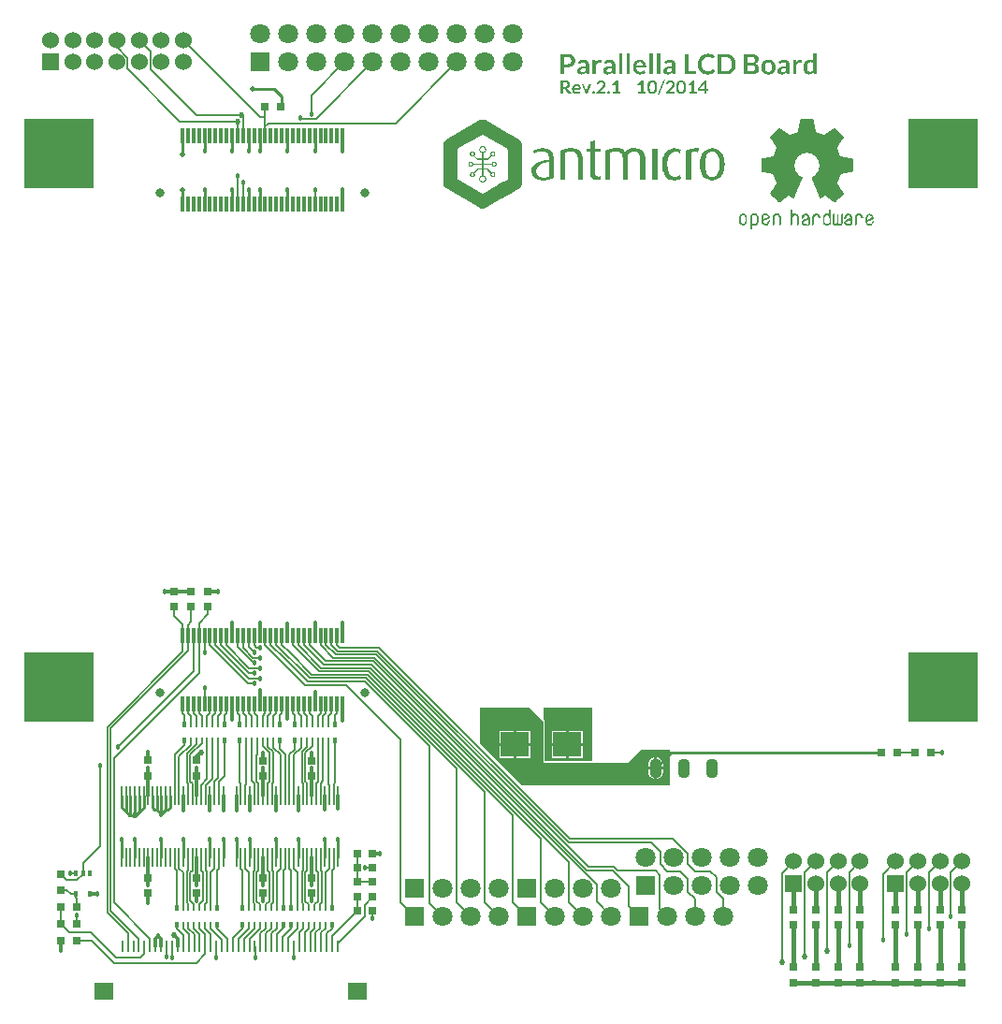
<source format=gtl>
%FSLAX25Y25*%
%MOIN*%
G70*
G01*
G75*
G04 Layer_Physical_Order=1*
G04 Layer_Color=255*
%ADD10R,0.03000X0.03000*%
%ADD11R,0.10039X0.08858*%
%ADD12R,0.03000X0.03000*%
%ADD13R,0.01102X0.07087*%
%ADD14R,0.01201X0.05701*%
%ADD15R,0.01673X0.01969*%
%ADD16R,0.00984X0.01969*%
%ADD17R,0.00984X0.04331*%
%ADD18R,0.06693X0.05906*%
%ADD19R,0.01575X0.01969*%
%ADD20C,0.01600*%
%ADD21C,0.01000*%
%ADD22C,0.00800*%
%ADD23C,0.01200*%
%ADD24C,0.03150*%
%ADD25C,0.07087*%
%ADD26R,0.07087X0.07087*%
%ADD27C,0.07087*%
%ADD28R,0.07087X0.07087*%
%ADD29R,0.25000X0.25000*%
%ADD30C,0.06000*%
%ADD31R,0.06000X0.06000*%
%ADD32O,0.04331X0.07087*%
%ADD33C,0.02047*%
%ADD34C,0.02000*%
%ADD35C,0.01800*%
G36*
X258808Y282454D02*
X258805Y282448D01*
X258808Y282454D01*
Y282454D01*
D02*
G37*
G36*
X269685Y282448D02*
X269683Y282452D01*
X269683Y282454D01*
X269685Y282448D01*
D02*
G37*
G36*
X261697Y282448D02*
X261695Y282453D01*
X261695Y282454D01*
X261697Y282448D01*
D02*
G37*
G36*
X266793Y282448D02*
X266793Y282448D01*
X266793Y282448D01*
Y282448D01*
D02*
G37*
G36*
X262799Y282448D02*
X262799Y282448D01*
X262799Y282448D01*
D01*
D02*
G37*
G36*
X192889Y330910D02*
X193008Y330903D01*
X193141Y330895D01*
X193282Y330873D01*
X193422Y330851D01*
X193555Y330814D01*
X193563D01*
X193570Y330806D01*
X193615Y330792D01*
X193681Y330769D01*
X193763Y330740D01*
X193851Y330695D01*
X193948Y330651D01*
X194044Y330592D01*
X194133Y330525D01*
X194140Y330518D01*
X194170Y330496D01*
X194214Y330451D01*
X194258Y330399D01*
X194318Y330333D01*
X194369Y330259D01*
X194421Y330177D01*
X194466Y330081D01*
X194473Y330066D01*
X194481Y330037D01*
X194495Y329985D01*
X194518Y329918D01*
X194540Y329837D01*
X194554Y329741D01*
X194562Y329637D01*
X194569Y329526D01*
Y329519D01*
Y329482D01*
Y329437D01*
X194562Y329378D01*
X194554Y329304D01*
X194540Y329230D01*
X194495Y329067D01*
Y329060D01*
X194481Y329030D01*
X194466Y328993D01*
X194444Y328942D01*
X194414Y328875D01*
X194384Y328808D01*
X194296Y328675D01*
X194288Y328668D01*
X194273Y328646D01*
X194244Y328609D01*
X194207Y328572D01*
X194155Y328520D01*
X194096Y328468D01*
X194036Y328416D01*
X193963Y328364D01*
X193955Y328357D01*
X193925Y328342D01*
X193888Y328320D01*
X193829Y328291D01*
X193763Y328254D01*
X193689Y328216D01*
X193600Y328179D01*
X193511Y328150D01*
X193518Y328142D01*
X193541Y328135D01*
X193570Y328113D01*
X193615Y328083D01*
X193659Y328039D01*
X193703Y327994D01*
X193755Y327943D01*
X193800Y327876D01*
X195006Y326100D01*
X194185D01*
X194133Y326108D01*
X194073Y326122D01*
X194007Y326145D01*
X193992Y326152D01*
X193963Y326174D01*
X193911Y326218D01*
X193866Y326270D01*
X192852Y327817D01*
Y327824D01*
X192845Y327832D01*
X192815Y327869D01*
X192779Y327906D01*
X192727Y327943D01*
X192712Y327950D01*
X192675Y327965D01*
X192616Y327972D01*
X192527Y327980D01*
X192142D01*
Y326100D01*
X191247D01*
Y330918D01*
X192845D01*
X192889Y330910D01*
D02*
G37*
G36*
X208393Y327047D02*
X208452Y327040D01*
X208518Y327010D01*
X208526D01*
X208533Y327003D01*
X208577Y326981D01*
X208629Y326951D01*
X208681Y326907D01*
X208696Y326892D01*
X208718Y326862D01*
X208755Y326810D01*
X208785Y326744D01*
Y326736D01*
X208792Y326729D01*
X208807Y326685D01*
X208822Y326625D01*
X208829Y326552D01*
Y326544D01*
Y326537D01*
X208822Y326485D01*
X208814Y326418D01*
X208785Y326352D01*
Y326344D01*
X208777Y326337D01*
X208755Y326300D01*
X208726Y326248D01*
X208681Y326196D01*
X208666Y326189D01*
X208637Y326159D01*
X208585Y326122D01*
X208518Y326093D01*
X208511D01*
X208504Y326085D01*
X208459Y326078D01*
X208400Y326063D01*
X208326Y326056D01*
X208289D01*
X208259Y326063D01*
X208193Y326070D01*
X208119Y326093D01*
X208111D01*
X208104Y326100D01*
X208067Y326122D01*
X208015Y326152D01*
X207963Y326196D01*
X207956Y326211D01*
X207926Y326241D01*
X207889Y326292D01*
X207852Y326352D01*
Y326359D01*
X207845Y326366D01*
X207838Y326411D01*
X207823Y326470D01*
X207815Y326552D01*
Y326559D01*
Y326566D01*
X207823Y326618D01*
X207830Y326677D01*
X207852Y326744D01*
Y326751D01*
X207860Y326759D01*
X207882Y326803D01*
X207919Y326855D01*
X207963Y326907D01*
X207978Y326922D01*
X208008Y326944D01*
X208060Y326981D01*
X208119Y327010D01*
X208126D01*
X208134Y327018D01*
X208178Y327032D01*
X208244Y327047D01*
X208326Y327055D01*
X208341D01*
X208393Y327047D01*
D02*
G37*
G36*
X283724Y282592D02*
X283724Y282593D01*
Y282593D01*
X283724Y282592D01*
D02*
G37*
G36*
X211774Y326714D02*
X212640D01*
Y326100D01*
X209976D01*
Y326714D01*
X210946D01*
Y329511D01*
Y329519D01*
Y329541D01*
Y329571D01*
Y329615D01*
X210953Y329667D01*
Y329726D01*
X210960Y329852D01*
X210265Y329282D01*
X210257Y329275D01*
X210235Y329260D01*
X210206Y329245D01*
X210176Y329230D01*
X210146D01*
X210117Y329223D01*
X210050D01*
X210006Y329230D01*
X209961Y329245D01*
X209954Y329252D01*
X209932Y329267D01*
X209910Y329289D01*
X209887Y329312D01*
X209628Y329660D01*
X211093Y330918D01*
X211774D01*
Y326714D01*
D02*
G37*
G36*
X205832Y330962D02*
X205913Y330954D01*
X206010Y330947D01*
X206113Y330925D01*
X206217Y330903D01*
X206321Y330866D01*
X206335Y330858D01*
X206365Y330851D01*
X206417Y330829D01*
X206483Y330792D01*
X206557Y330755D01*
X206639Y330710D01*
X206720Y330651D01*
X206794Y330585D01*
X206802Y330577D01*
X206824Y330555D01*
X206861Y330518D01*
X206905Y330466D01*
X206957Y330399D01*
X207009Y330326D01*
X207061Y330244D01*
X207105Y330155D01*
X207112Y330140D01*
X207120Y330111D01*
X207142Y330059D01*
X207164Y329993D01*
X207179Y329911D01*
X207201Y329815D01*
X207208Y329704D01*
X207216Y329593D01*
Y329578D01*
Y329549D01*
X207208Y329497D01*
Y329430D01*
X207194Y329356D01*
X207179Y329275D01*
X207164Y329186D01*
X207135Y329097D01*
Y329090D01*
X207120Y329060D01*
X207105Y329016D01*
X207083Y328964D01*
X207053Y328897D01*
X207016Y328823D01*
X206927Y328668D01*
X206920Y328660D01*
X206905Y328631D01*
X206875Y328594D01*
X206838Y328542D01*
X206794Y328483D01*
X206742Y328409D01*
X206616Y328268D01*
X206609Y328261D01*
X206587Y328239D01*
X206550Y328194D01*
X206505Y328150D01*
X206454Y328091D01*
X206387Y328024D01*
X206246Y327876D01*
X205166Y326766D01*
X205173D01*
X205196Y326774D01*
X205225Y326781D01*
X205262Y326796D01*
X205366Y326818D01*
X205477Y326840D01*
X205484D01*
X205506Y326847D01*
X205536D01*
X205573Y326855D01*
X205669Y326862D01*
X205773Y326870D01*
X207031D01*
X207053Y326862D01*
X207083D01*
X207149Y326833D01*
X207186Y326818D01*
X207216Y326788D01*
X207223D01*
X207231Y326774D01*
X207260Y326736D01*
X207282Y326670D01*
X207297Y326633D01*
Y326589D01*
Y326100D01*
X203990D01*
Y326366D01*
Y326374D01*
Y326381D01*
X203997Y326426D01*
X204004Y326477D01*
X204027Y326544D01*
Y326552D01*
X204034Y326559D01*
X204056Y326596D01*
X204086Y326648D01*
X204137Y326707D01*
X205603Y328172D01*
X205610Y328179D01*
X205632Y328202D01*
X205669Y328239D01*
X205714Y328283D01*
X205758Y328342D01*
X205817Y328401D01*
X205928Y328527D01*
X205936Y328535D01*
X205950Y328557D01*
X205980Y328587D01*
X206017Y328631D01*
X206054Y328683D01*
X206091Y328742D01*
X206172Y328860D01*
X206180Y328868D01*
X206187Y328890D01*
X206209Y328927D01*
X206224Y328964D01*
X206254Y329016D01*
X206276Y329075D01*
X206321Y329201D01*
Y329208D01*
X206328Y329230D01*
X206335Y329267D01*
X206350Y329312D01*
X206358Y329371D01*
X206365Y329430D01*
X206372Y329563D01*
Y329571D01*
Y329593D01*
Y329630D01*
X206365Y329667D01*
X206350Y329763D01*
X206321Y329867D01*
Y329874D01*
X206313Y329889D01*
X206298Y329911D01*
X206283Y329948D01*
X206239Y330015D01*
X206180Y330089D01*
X206172Y330096D01*
X206165Y330103D01*
X206143Y330118D01*
X206113Y330140D01*
X206047Y330185D01*
X205958Y330222D01*
X205950D01*
X205936Y330229D01*
X205906Y330237D01*
X205876Y330252D01*
X205832Y330259D01*
X205780Y330266D01*
X205669Y330274D01*
X205617D01*
X205566Y330266D01*
X205499Y330252D01*
X205418Y330237D01*
X205336Y330207D01*
X205255Y330170D01*
X205181Y330118D01*
X205173Y330111D01*
X205151Y330089D01*
X205114Y330059D01*
X205077Y330015D01*
X205033Y329956D01*
X204989Y329889D01*
X204944Y329807D01*
X204914Y329719D01*
Y329711D01*
X204907Y329696D01*
X204885Y329652D01*
X204855Y329585D01*
X204803Y329534D01*
X204789Y329526D01*
X204752Y329511D01*
X204693Y329489D01*
X204619Y329482D01*
X204552D01*
X204507Y329489D01*
X204078Y329571D01*
Y329578D01*
Y329585D01*
X204086Y329630D01*
X204100Y329689D01*
X204115Y329770D01*
X204145Y329867D01*
X204174Y329970D01*
X204219Y330074D01*
X204263Y330170D01*
X204271Y330185D01*
X204293Y330214D01*
X204323Y330266D01*
X204367Y330326D01*
X204419Y330399D01*
X204478Y330473D01*
X204552Y330547D01*
X204626Y330614D01*
X204633Y330622D01*
X204663Y330644D01*
X204707Y330673D01*
X204767Y330718D01*
X204840Y330755D01*
X204922Y330799D01*
X205018Y330843D01*
X205114Y330880D01*
X205129Y330888D01*
X205166Y330895D01*
X205218Y330910D01*
X205292Y330925D01*
X205388Y330940D01*
X205484Y330954D01*
X205595Y330969D01*
X205773D01*
X205832Y330962D01*
D02*
G37*
G36*
X243113Y327913D02*
X243720D01*
Y327432D01*
Y327425D01*
X243713Y327395D01*
X243705Y327358D01*
X243676Y327321D01*
X243668Y327314D01*
X243646Y327299D01*
X243609Y327284D01*
X243550Y327277D01*
X243113D01*
Y326100D01*
X242395D01*
Y327277D01*
X240353D01*
X240316Y327284D01*
X240264Y327299D01*
X240212Y327321D01*
X240205Y327328D01*
X240183Y327358D01*
X240153Y327402D01*
X240139Y327454D01*
X240057Y327869D01*
X242336Y330918D01*
X243113D01*
Y327913D01*
D02*
G37*
G36*
X269713Y282156D02*
X269713Y282156D01*
X269712Y282158D01*
X269712Y282159D01*
X269713Y282156D01*
D02*
G37*
G36*
X299030Y282035D02*
X299028Y282037D01*
X299029Y282038D01*
X299030Y282035D01*
D02*
G37*
G36*
X280888Y282036D02*
X280887Y282035D01*
X280887Y282035D01*
X280888Y282038D01*
Y282036D01*
D02*
G37*
G36*
X292286Y282041D02*
X292283Y282035D01*
X292286Y282042D01*
Y282041D01*
D02*
G37*
G36*
X230511Y330962D02*
X230592Y330954D01*
X230689Y330947D01*
X230792Y330925D01*
X230896Y330903D01*
X230999Y330866D01*
X231014Y330858D01*
X231044Y330851D01*
X231096Y330829D01*
X231162Y330792D01*
X231236Y330755D01*
X231318Y330710D01*
X231399Y330651D01*
X231473Y330585D01*
X231481Y330577D01*
X231503Y330555D01*
X231540Y330518D01*
X231584Y330466D01*
X231636Y330399D01*
X231688Y330326D01*
X231739Y330244D01*
X231784Y330155D01*
X231791Y330140D01*
X231799Y330111D01*
X231821Y330059D01*
X231843Y329993D01*
X231858Y329911D01*
X231880Y329815D01*
X231888Y329704D01*
X231895Y329593D01*
Y329578D01*
Y329549D01*
X231888Y329497D01*
Y329430D01*
X231873Y329356D01*
X231858Y329275D01*
X231843Y329186D01*
X231814Y329097D01*
Y329090D01*
X231799Y329060D01*
X231784Y329016D01*
X231762Y328964D01*
X231732Y328897D01*
X231695Y328823D01*
X231606Y328668D01*
X231599Y328660D01*
X231584Y328631D01*
X231555Y328594D01*
X231518Y328542D01*
X231473Y328483D01*
X231421Y328409D01*
X231295Y328268D01*
X231288Y328261D01*
X231266Y328239D01*
X231229Y328194D01*
X231185Y328150D01*
X231133Y328091D01*
X231066Y328024D01*
X230925Y327876D01*
X229845Y326766D01*
X229853D01*
X229875Y326774D01*
X229904Y326781D01*
X229941Y326796D01*
X230045Y326818D01*
X230156Y326840D01*
X230163D01*
X230186Y326847D01*
X230215D01*
X230252Y326855D01*
X230348Y326862D01*
X230452Y326870D01*
X231710D01*
X231732Y326862D01*
X231762D01*
X231828Y326833D01*
X231865Y326818D01*
X231895Y326788D01*
X231902D01*
X231910Y326774D01*
X231939Y326736D01*
X231961Y326670D01*
X231976Y326633D01*
Y326589D01*
Y326100D01*
X228668D01*
Y326366D01*
Y326374D01*
Y326381D01*
X228676Y326426D01*
X228683Y326477D01*
X228706Y326544D01*
Y326552D01*
X228713Y326559D01*
X228735Y326596D01*
X228765Y326648D01*
X228817Y326707D01*
X230282Y328172D01*
X230289Y328179D01*
X230311Y328202D01*
X230348Y328239D01*
X230393Y328283D01*
X230437Y328342D01*
X230496Y328401D01*
X230607Y328527D01*
X230615Y328535D01*
X230629Y328557D01*
X230659Y328587D01*
X230696Y328631D01*
X230733Y328683D01*
X230770Y328742D01*
X230852Y328860D01*
X230859Y328868D01*
X230866Y328890D01*
X230889Y328927D01*
X230903Y328964D01*
X230933Y329016D01*
X230955Y329075D01*
X230999Y329201D01*
Y329208D01*
X231007Y329230D01*
X231014Y329267D01*
X231029Y329312D01*
X231036Y329371D01*
X231044Y329430D01*
X231051Y329563D01*
Y329571D01*
Y329593D01*
Y329630D01*
X231044Y329667D01*
X231029Y329763D01*
X230999Y329867D01*
Y329874D01*
X230992Y329889D01*
X230977Y329911D01*
X230962Y329948D01*
X230918Y330015D01*
X230859Y330089D01*
X230852Y330096D01*
X230844Y330103D01*
X230822Y330118D01*
X230792Y330140D01*
X230726Y330185D01*
X230637Y330222D01*
X230629D01*
X230615Y330229D01*
X230585Y330237D01*
X230556Y330252D01*
X230511Y330259D01*
X230459Y330266D01*
X230348Y330274D01*
X230296D01*
X230245Y330266D01*
X230178Y330252D01*
X230097Y330237D01*
X230015Y330207D01*
X229934Y330170D01*
X229860Y330118D01*
X229853Y330111D01*
X229830Y330089D01*
X229793Y330059D01*
X229756Y330015D01*
X229712Y329956D01*
X229667Y329889D01*
X229623Y329807D01*
X229593Y329719D01*
Y329711D01*
X229586Y329696D01*
X229564Y329652D01*
X229534Y329585D01*
X229483Y329534D01*
X229468Y329526D01*
X229431Y329511D01*
X229372Y329489D01*
X229297Y329482D01*
X229231D01*
X229187Y329489D01*
X228757Y329571D01*
Y329578D01*
Y329585D01*
X228765Y329630D01*
X228780Y329689D01*
X228794Y329770D01*
X228824Y329867D01*
X228854Y329970D01*
X228898Y330074D01*
X228942Y330170D01*
X228950Y330185D01*
X228972Y330214D01*
X229001Y330266D01*
X229046Y330326D01*
X229098Y330399D01*
X229157Y330473D01*
X229231Y330547D01*
X229305Y330614D01*
X229312Y330622D01*
X229342Y330644D01*
X229386Y330673D01*
X229446Y330718D01*
X229520Y330755D01*
X229601Y330799D01*
X229697Y330843D01*
X229793Y330880D01*
X229808Y330888D01*
X229845Y330895D01*
X229897Y330910D01*
X229971Y330925D01*
X230067Y330940D01*
X230163Y330954D01*
X230274Y330969D01*
X230452D01*
X230511Y330962D01*
D02*
G37*
G36*
X220788Y326714D02*
X221653D01*
Y326100D01*
X218989D01*
Y326714D01*
X219959D01*
Y329511D01*
Y329519D01*
Y329541D01*
Y329571D01*
Y329615D01*
X219966Y329667D01*
Y329726D01*
X219973Y329852D01*
X219278Y329282D01*
X219270Y329275D01*
X219248Y329260D01*
X219219Y329245D01*
X219189Y329230D01*
X219160D01*
X219130Y329223D01*
X219063D01*
X219019Y329230D01*
X218974Y329245D01*
X218967Y329252D01*
X218945Y329267D01*
X218923Y329289D01*
X218900Y329312D01*
X218641Y329660D01*
X220107Y330918D01*
X220788D01*
Y326714D01*
D02*
G37*
G36*
X299002Y282322D02*
X299000Y282327D01*
X299000Y282328D01*
X299002Y282322D01*
D02*
G37*
G36*
X258779Y282157D02*
X258778Y282156D01*
X258778Y282156D01*
X258779Y282159D01*
Y282157D01*
D02*
G37*
G36*
X238814Y326714D02*
X239680D01*
Y326100D01*
X237016D01*
Y326714D01*
X237985D01*
Y329511D01*
Y329519D01*
Y329541D01*
Y329571D01*
Y329615D01*
X237993Y329667D01*
Y329726D01*
X238000Y329852D01*
X237304Y329282D01*
X237297Y329275D01*
X237275Y329260D01*
X237245Y329245D01*
X237215Y329230D01*
X237186D01*
X237156Y329223D01*
X237090D01*
X237045Y329230D01*
X237001Y329245D01*
X236994Y329252D01*
X236971Y329267D01*
X236949Y329289D01*
X236927Y329312D01*
X236668Y329660D01*
X238133Y330918D01*
X238814D01*
Y326714D01*
D02*
G37*
G36*
X197071Y329563D02*
X197144Y329556D01*
X197233Y329549D01*
X197337Y329526D01*
X197441Y329504D01*
X197544Y329467D01*
X197559Y329460D01*
X197589Y329445D01*
X197640Y329423D01*
X197707Y329393D01*
X197781Y329349D01*
X197855Y329297D01*
X197936Y329238D01*
X198010Y329164D01*
X198018Y329156D01*
X198040Y329127D01*
X198077Y329082D01*
X198121Y329030D01*
X198173Y328956D01*
X198225Y328875D01*
X198277Y328779D01*
X198321Y328675D01*
X198328Y328660D01*
X198336Y328624D01*
X198358Y328564D01*
X198380Y328483D01*
X198395Y328387D01*
X198417Y328276D01*
X198425Y328150D01*
X198432Y328017D01*
Y328009D01*
Y328002D01*
Y327965D01*
X198425Y327913D01*
X198417Y327861D01*
Y327854D01*
X198410Y327824D01*
X198403Y327795D01*
X198388Y327765D01*
X198380Y327758D01*
X198373Y327750D01*
X198328Y327721D01*
X198321D01*
X198306Y327713D01*
X198277Y327706D01*
X196131D01*
Y327698D01*
Y327684D01*
X196138Y327654D01*
Y327617D01*
X196145Y327573D01*
X196153Y327528D01*
X196183Y327410D01*
X196220Y327284D01*
X196264Y327151D01*
X196330Y327032D01*
X196412Y326929D01*
X196427Y326922D01*
X196456Y326892D01*
X196508Y326855D01*
X196582Y326810D01*
X196678Y326759D01*
X196789Y326722D01*
X196915Y326692D01*
X197063Y326685D01*
X197137D01*
X197181Y326692D01*
X197292Y326707D01*
X197404Y326729D01*
X197411D01*
X197426Y326736D01*
X197455Y326744D01*
X197492Y326759D01*
X197574Y326788D01*
X197655Y326825D01*
X197662D01*
X197677Y326833D01*
X197722Y326862D01*
X197781Y326892D01*
X197847Y326929D01*
X197855D01*
X197862Y326936D01*
X197899Y326958D01*
X197951Y326973D01*
X198010Y326981D01*
X198040D01*
X198070Y326973D01*
X198092Y326958D01*
X198099D01*
X198114Y326944D01*
X198136Y326929D01*
X198158Y326907D01*
X198395Y326603D01*
X198388Y326596D01*
X198373Y326581D01*
X198343Y326552D01*
X198306Y326514D01*
X198262Y326470D01*
X198210Y326426D01*
X198092Y326337D01*
X198084Y326329D01*
X198062Y326322D01*
X198025Y326300D01*
X197981Y326270D01*
X197929Y326248D01*
X197870Y326218D01*
X197737Y326159D01*
X197729D01*
X197707Y326152D01*
X197670Y326137D01*
X197618Y326130D01*
X197566Y326115D01*
X197500Y326100D01*
X197359Y326078D01*
X197352D01*
X197329Y326070D01*
X197292D01*
X197241Y326063D01*
X197181Y326056D01*
X197122D01*
X196989Y326048D01*
X196930D01*
X196863Y326056D01*
X196774Y326063D01*
X196671Y326078D01*
X196560Y326093D01*
X196441Y326122D01*
X196323Y326159D01*
X196308Y326167D01*
X196271Y326181D01*
X196212Y326211D01*
X196145Y326248D01*
X196057Y326300D01*
X195968Y326359D01*
X195879Y326426D01*
X195790Y326507D01*
X195783Y326514D01*
X195753Y326552D01*
X195716Y326603D01*
X195665Y326670D01*
X195605Y326751D01*
X195546Y326847D01*
X195487Y326958D01*
X195435Y327084D01*
Y327092D01*
X195428Y327099D01*
X195413Y327143D01*
X195398Y327218D01*
X195376Y327314D01*
X195346Y327425D01*
X195332Y327565D01*
X195317Y327713D01*
X195309Y327876D01*
Y327883D01*
Y327891D01*
Y327935D01*
X195317Y328002D01*
X195324Y328091D01*
X195339Y328187D01*
X195354Y328298D01*
X195383Y328416D01*
X195420Y328535D01*
X195428Y328549D01*
X195442Y328587D01*
X195465Y328646D01*
X195502Y328720D01*
X195546Y328801D01*
X195605Y328890D01*
X195672Y328979D01*
X195746Y329067D01*
X195753Y329075D01*
X195783Y329104D01*
X195827Y329149D01*
X195894Y329201D01*
X195968Y329260D01*
X196057Y329319D01*
X196153Y329378D01*
X196264Y329430D01*
X196279Y329437D01*
X196316Y329452D01*
X196382Y329474D01*
X196464Y329504D01*
X196567Y329526D01*
X196686Y329549D01*
X196811Y329563D01*
X196952Y329571D01*
X197004D01*
X197071Y329563D01*
D02*
G37*
G36*
X226545Y326093D02*
X226537Y326078D01*
X226522Y326048D01*
X226500Y326004D01*
X226463Y325959D01*
X226456Y325952D01*
X226434Y325922D01*
X226404Y325893D01*
X226360Y325863D01*
X226352Y325856D01*
X226323Y325841D01*
X226278Y325826D01*
X226234Y325804D01*
X226219D01*
X226189Y325797D01*
X226152Y325789D01*
X226101Y325782D01*
X225760D01*
X227699Y330755D01*
Y330762D01*
X227714Y330777D01*
X227721Y330806D01*
X227744Y330836D01*
X227795Y330903D01*
X227862Y330969D01*
X227869D01*
X227884Y330984D01*
X227906Y330991D01*
X227936Y331006D01*
X228017Y331029D01*
X228121Y331043D01*
X228469D01*
X226545Y326093D01*
D02*
G37*
G36*
X224014Y330962D02*
X224110Y330947D01*
X224214Y330932D01*
X224332Y330903D01*
X224450Y330866D01*
X224576Y330814D01*
X224584D01*
X224591Y330806D01*
X224628Y330784D01*
X224695Y330755D01*
X224769Y330703D01*
X224857Y330636D01*
X224954Y330562D01*
X225050Y330466D01*
X225139Y330362D01*
X225146Y330348D01*
X225176Y330311D01*
X225220Y330244D01*
X225279Y330155D01*
X225339Y330044D01*
X225398Y329918D01*
X225464Y329770D01*
X225516Y329600D01*
Y329593D01*
X225523Y329578D01*
X225531Y329556D01*
X225538Y329519D01*
X225546Y329474D01*
X225560Y329423D01*
X225568Y329356D01*
X225583Y329289D01*
X225605Y329127D01*
X225627Y328942D01*
X225642Y328734D01*
X225649Y328505D01*
Y328498D01*
Y328475D01*
Y328446D01*
Y328401D01*
X225642Y328342D01*
Y328283D01*
Y328209D01*
X225635Y328135D01*
X225620Y327965D01*
X225590Y327780D01*
X225560Y327587D01*
X225516Y327410D01*
Y327402D01*
X225509Y327388D01*
X225501Y327365D01*
X225494Y327336D01*
X225464Y327247D01*
X225420Y327136D01*
X225368Y327018D01*
X225302Y326892D01*
X225227Y326759D01*
X225139Y326640D01*
X225131Y326625D01*
X225094Y326589D01*
X225050Y326537D01*
X224983Y326477D01*
X224894Y326403D01*
X224798Y326329D01*
X224695Y326255D01*
X224576Y326196D01*
X224562Y326189D01*
X224517Y326174D01*
X224450Y326152D01*
X224369Y326122D01*
X224266Y326093D01*
X224147Y326070D01*
X224014Y326056D01*
X223881Y326048D01*
X223814D01*
X223747Y326056D01*
X223651Y326070D01*
X223540Y326085D01*
X223422Y326108D01*
X223304Y326145D01*
X223178Y326196D01*
X223163Y326204D01*
X223126Y326226D01*
X223067Y326255D01*
X222993Y326307D01*
X222904Y326366D01*
X222808Y326448D01*
X222711Y326537D01*
X222623Y326640D01*
X222615Y326655D01*
X222586Y326692D01*
X222541Y326759D01*
X222490Y326847D01*
X222430Y326958D01*
X222364Y327092D01*
X222305Y327240D01*
X222253Y327410D01*
Y327417D01*
X222245Y327432D01*
X222238Y327454D01*
X222231Y327491D01*
X222223Y327536D01*
X222208Y327587D01*
X222201Y327654D01*
X222186Y327721D01*
X222164Y327883D01*
X222142Y328068D01*
X222127Y328276D01*
X222119Y328505D01*
Y328512D01*
Y328535D01*
Y328564D01*
Y328609D01*
X222127Y328668D01*
Y328727D01*
X222134Y328801D01*
Y328875D01*
X222149Y329053D01*
X222179Y329230D01*
X222208Y329423D01*
X222253Y329600D01*
Y329608D01*
X222260Y329622D01*
X222268Y329645D01*
X222275Y329682D01*
X222305Y329763D01*
X222349Y329874D01*
X222401Y329993D01*
X222467Y330118D01*
X222541Y330244D01*
X222623Y330362D01*
X222630Y330377D01*
X222667Y330414D01*
X222711Y330466D01*
X222778Y330533D01*
X222860Y330607D01*
X222956Y330681D01*
X223059Y330755D01*
X223178Y330814D01*
X223185D01*
X223193Y330821D01*
X223237Y330836D01*
X223304Y330866D01*
X223385Y330895D01*
X223496Y330918D01*
X223614Y330947D01*
X223740Y330962D01*
X223881Y330969D01*
X223947D01*
X224014Y330962D01*
D02*
G37*
G36*
X266877Y282727D02*
X266877Y282727D01*
X266877Y282727D01*
X266877Y282727D01*
D02*
G37*
G36*
X234315Y330962D02*
X234411Y330947D01*
X234514Y330932D01*
X234633Y330903D01*
X234751Y330866D01*
X234877Y330814D01*
X234885D01*
X234892Y330806D01*
X234929Y330784D01*
X234996Y330755D01*
X235069Y330703D01*
X235158Y330636D01*
X235255Y330562D01*
X235351Y330466D01*
X235439Y330362D01*
X235447Y330348D01*
X235476Y330311D01*
X235521Y330244D01*
X235580Y330155D01*
X235639Y330044D01*
X235699Y329918D01*
X235765Y329770D01*
X235817Y329600D01*
Y329593D01*
X235824Y329578D01*
X235832Y329556D01*
X235839Y329519D01*
X235846Y329474D01*
X235861Y329423D01*
X235869Y329356D01*
X235883Y329289D01*
X235906Y329127D01*
X235928Y328942D01*
X235943Y328734D01*
X235950Y328505D01*
Y328498D01*
Y328475D01*
Y328446D01*
Y328401D01*
X235943Y328342D01*
Y328283D01*
Y328209D01*
X235935Y328135D01*
X235921Y327965D01*
X235891Y327780D01*
X235861Y327587D01*
X235817Y327410D01*
Y327402D01*
X235809Y327388D01*
X235802Y327365D01*
X235795Y327336D01*
X235765Y327247D01*
X235721Y327136D01*
X235669Y327018D01*
X235602Y326892D01*
X235528Y326759D01*
X235439Y326640D01*
X235432Y326625D01*
X235395Y326589D01*
X235351Y326537D01*
X235284Y326477D01*
X235195Y326403D01*
X235099Y326329D01*
X234996Y326255D01*
X234877Y326196D01*
X234862Y326189D01*
X234818Y326174D01*
X234751Y326152D01*
X234670Y326122D01*
X234566Y326093D01*
X234448Y326070D01*
X234315Y326056D01*
X234181Y326048D01*
X234115D01*
X234048Y326056D01*
X233952Y326070D01*
X233841Y326085D01*
X233723Y326108D01*
X233604Y326145D01*
X233478Y326196D01*
X233464Y326204D01*
X233427Y326226D01*
X233367Y326255D01*
X233294Y326307D01*
X233205Y326366D01*
X233108Y326448D01*
X233012Y326537D01*
X232924Y326640D01*
X232916Y326655D01*
X232887Y326692D01*
X232842Y326759D01*
X232790Y326847D01*
X232731Y326958D01*
X232664Y327092D01*
X232605Y327240D01*
X232554Y327410D01*
Y327417D01*
X232546Y327432D01*
X232539Y327454D01*
X232531Y327491D01*
X232524Y327536D01*
X232509Y327587D01*
X232502Y327654D01*
X232487Y327721D01*
X232465Y327883D01*
X232442Y328068D01*
X232428Y328276D01*
X232420Y328505D01*
Y328512D01*
Y328535D01*
Y328564D01*
Y328609D01*
X232428Y328668D01*
Y328727D01*
X232435Y328801D01*
Y328875D01*
X232450Y329053D01*
X232480Y329230D01*
X232509Y329423D01*
X232554Y329600D01*
Y329608D01*
X232561Y329622D01*
X232568Y329645D01*
X232576Y329682D01*
X232605Y329763D01*
X232650Y329874D01*
X232701Y329993D01*
X232768Y330118D01*
X232842Y330244D01*
X232924Y330362D01*
X232931Y330377D01*
X232968Y330414D01*
X233012Y330466D01*
X233079Y330533D01*
X233160Y330607D01*
X233257Y330681D01*
X233360Y330755D01*
X233478Y330814D01*
X233486D01*
X233493Y330821D01*
X233538Y330836D01*
X233604Y330866D01*
X233686Y330895D01*
X233797Y330918D01*
X233915Y330947D01*
X234041Y330962D01*
X234181Y330969D01*
X234248D01*
X234315Y330962D01*
D02*
G37*
G36*
X282456Y333100D02*
X281656D01*
X281623Y333111D01*
X281567Y333122D01*
X281512Y333156D01*
X281467Y333189D01*
X281412Y333244D01*
X281379Y333311D01*
X281278Y333800D01*
X281267Y333789D01*
X281256Y333767D01*
X281223Y333733D01*
X281178Y333689D01*
X281067Y333589D01*
X280945Y333478D01*
X280934Y333467D01*
X280912Y333456D01*
X280878Y333422D01*
X280834Y333389D01*
X280712Y333311D01*
X280567Y333233D01*
X280556D01*
X280534Y333222D01*
X280490Y333200D01*
X280434Y333178D01*
X280301Y333122D01*
X280134Y333078D01*
X280123D01*
X280090Y333067D01*
X280045Y333056D01*
X279990D01*
X279912Y333045D01*
X279823Y333033D01*
X279634Y333022D01*
X279568D01*
X279479Y333033D01*
X279379Y333045D01*
X279256Y333067D01*
X279123Y333089D01*
X278990Y333133D01*
X278856Y333189D01*
X278845Y333200D01*
X278801Y333222D01*
X278734Y333267D01*
X278657Y333322D01*
X278556Y333389D01*
X278456Y333478D01*
X278357Y333578D01*
X278257Y333700D01*
X278245Y333711D01*
X278212Y333755D01*
X278168Y333833D01*
X278112Y333933D01*
X278057Y334044D01*
X277990Y334189D01*
X277923Y334344D01*
X277868Y334522D01*
Y334533D01*
Y334544D01*
X277846Y334611D01*
X277823Y334711D01*
X277801Y334844D01*
X277779Y335011D01*
X277757Y335200D01*
X277746Y335411D01*
X277734Y335644D01*
Y335655D01*
Y335666D01*
Y335700D01*
Y335744D01*
X277746Y335844D01*
X277757Y335989D01*
X277768Y336155D01*
X277801Y336333D01*
X277834Y336511D01*
X277890Y336700D01*
Y336711D01*
X277901Y336722D01*
X277923Y336777D01*
X277957Y336877D01*
X278001Y336988D01*
X278068Y337122D01*
X278145Y337266D01*
X278234Y337411D01*
X278334Y337544D01*
X278345Y337555D01*
X278390Y337600D01*
X278445Y337666D01*
X278534Y337755D01*
X278634Y337844D01*
X278745Y337933D01*
X278879Y338033D01*
X279023Y338111D01*
X279045Y338122D01*
X279101Y338144D01*
X279179Y338177D01*
X279290Y338222D01*
X279423Y338255D01*
X279579Y338288D01*
X279756Y338311D01*
X279934Y338322D01*
X280012D01*
X280090Y338311D01*
X280190Y338299D01*
X280301Y338288D01*
X280423Y338266D01*
X280545Y338222D01*
X280667Y338177D01*
X280679Y338166D01*
X280723Y338155D01*
X280779Y338122D01*
X280856Y338077D01*
X280945Y338033D01*
X281034Y337966D01*
X281223Y337811D01*
Y340533D01*
X282456D01*
Y333100D01*
D02*
G37*
G36*
X276779Y338322D02*
X276868Y338311D01*
X276968Y338288D01*
X277068Y338244D01*
X277168Y338199D01*
X277268Y338133D01*
X277112Y337222D01*
Y337211D01*
X277090Y337177D01*
X277068Y337133D01*
X277034Y337088D01*
X277023D01*
X277001Y337077D01*
X276968Y337066D01*
X276912Y337055D01*
X276857D01*
X276790Y337066D01*
X276701Y337088D01*
X276679Y337100D01*
X276612Y337111D01*
X276501Y337122D01*
X276357Y337133D01*
X276290D01*
X276223Y337122D01*
X276134Y337111D01*
X276034Y337077D01*
X275923Y337044D01*
X275812Y336988D01*
X275701Y336911D01*
X275690Y336900D01*
X275657Y336866D01*
X275601Y336822D01*
X275535Y336755D01*
X275468Y336666D01*
X275390Y336555D01*
X275312Y336433D01*
X275235Y336289D01*
Y333100D01*
X274001D01*
Y338233D01*
X274757D01*
X274823Y338222D01*
X274912Y338199D01*
X274990Y338155D01*
X275001Y338144D01*
X275035Y338100D01*
X275068Y338033D01*
X275090Y337922D01*
X275168Y337300D01*
Y337311D01*
X275179Y337322D01*
X275212Y337377D01*
X275279Y337466D01*
X275357Y337577D01*
X275446Y337700D01*
X275557Y337822D01*
X275679Y337944D01*
X275812Y338055D01*
X275835Y338066D01*
X275879Y338100D01*
X275957Y338144D01*
X276057Y338199D01*
X276179Y338244D01*
X276323Y338288D01*
X276479Y338322D01*
X276646Y338333D01*
X276712D01*
X276779Y338322D01*
D02*
G37*
G36*
X283587Y282851D02*
X283587Y282851D01*
X283589Y282846D01*
X283589Y282846D01*
X283587Y282851D01*
X283586Y282851D01*
X283586Y282851D01*
X283587Y282852D01*
X283587Y282851D01*
D02*
G37*
G36*
X244027Y340399D02*
X244104D01*
X244293Y340377D01*
X244515Y340344D01*
X244749Y340299D01*
X244993Y340233D01*
X245227Y340144D01*
X245238D01*
X245249Y340133D01*
X245282Y340122D01*
X245326Y340099D01*
X245438Y340044D01*
X245582Y339966D01*
X245738Y339866D01*
X245915Y339755D01*
X246093Y339622D01*
X246260Y339466D01*
X245804Y338844D01*
X245793Y338833D01*
X245782Y338811D01*
X245749Y338766D01*
X245704Y338733D01*
X245693Y338722D01*
X245660Y338711D01*
X245615Y338700D01*
X245538Y338688D01*
X245515D01*
X245460Y338700D01*
X245382Y338722D01*
X245293Y338777D01*
X245271Y338788D01*
X245215Y338833D01*
X245115Y338899D01*
X244993Y338966D01*
X244982D01*
X244960Y338988D01*
X244915Y339011D01*
X244860Y339033D01*
X244793Y339066D01*
X244715Y339099D01*
X244527Y339166D01*
X244515D01*
X244482Y339177D01*
X244415Y339199D01*
X244338Y339222D01*
X244227Y339233D01*
X244104Y339255D01*
X243960Y339266D01*
X243716D01*
X243627Y339255D01*
X243505Y339244D01*
X243360Y339222D01*
X243204Y339188D01*
X243038Y339144D01*
X242871Y339088D01*
X242849Y339077D01*
X242805Y339055D01*
X242727Y339011D01*
X242627Y338955D01*
X242505Y338888D01*
X242382Y338800D01*
X242260Y338700D01*
X242138Y338577D01*
X242127Y338566D01*
X242082Y338522D01*
X242027Y338444D01*
X241960Y338355D01*
X241882Y338233D01*
X241805Y338100D01*
X241727Y337944D01*
X241649Y337766D01*
X241638Y337744D01*
X241627Y337688D01*
X241594Y337589D01*
X241571Y337455D01*
X241538Y337300D01*
X241505Y337122D01*
X241494Y336922D01*
X241482Y336711D01*
Y336700D01*
Y336689D01*
Y336655D01*
Y336611D01*
X241494Y336489D01*
X241505Y336344D01*
X241527Y336177D01*
X241549Y335989D01*
X241594Y335811D01*
X241649Y335622D01*
X241660Y335600D01*
X241682Y335544D01*
X241716Y335455D01*
X241771Y335344D01*
X241838Y335222D01*
X241927Y335089D01*
X242016Y334955D01*
X242116Y334833D01*
X242127Y334822D01*
X242171Y334778D01*
X242227Y334722D01*
X242316Y334655D01*
X242416Y334567D01*
X242538Y334489D01*
X242671Y334411D01*
X242816Y334333D01*
X242838Y334322D01*
X242882Y334311D01*
X242971Y334278D01*
X243071Y334256D01*
X243204Y334222D01*
X243349Y334189D01*
X243516Y334178D01*
X243682Y334167D01*
X243849D01*
X244004Y334178D01*
X244171Y334189D01*
X244182D01*
X244215Y334200D01*
X244260D01*
X244316Y334211D01*
X244449Y334244D01*
X244582Y334289D01*
X244593D01*
X244616Y334300D01*
X244649Y334311D01*
X244693Y334333D01*
X244815Y334389D01*
X244938Y334455D01*
X244949D01*
X244971Y334478D01*
X245004Y334500D01*
X245038Y334522D01*
X245149Y334611D01*
X245271Y334711D01*
X245282Y334722D01*
X245304Y334733D01*
X245382Y334778D01*
X245393D01*
X245415Y334789D01*
X245460Y334800D01*
X245527D01*
X245571Y334789D01*
X245626Y334767D01*
X245693Y334722D01*
X246215Y334144D01*
Y334133D01*
X246193Y334122D01*
X246137Y334055D01*
X246049Y333956D01*
X245915Y333833D01*
X245760Y333700D01*
X245582Y333567D01*
X245371Y333433D01*
X245138Y333311D01*
X245127D01*
X245104Y333300D01*
X245071Y333289D01*
X245026Y333267D01*
X244960Y333244D01*
X244882Y333222D01*
X244804Y333189D01*
X244704Y333167D01*
X244482Y333111D01*
X244215Y333067D01*
X243916Y333033D01*
X243593Y333022D01*
X243460D01*
X243393Y333033D01*
X243304D01*
X243116Y333056D01*
X242893Y333089D01*
X242649Y333133D01*
X242393Y333200D01*
X242149Y333289D01*
X242138D01*
X242116Y333300D01*
X242082Y333322D01*
X242038Y333345D01*
X241927Y333400D01*
X241771Y333489D01*
X241594Y333600D01*
X241416Y333733D01*
X241227Y333878D01*
X241049Y334055D01*
Y334067D01*
X241027Y334078D01*
X240971Y334144D01*
X240894Y334244D01*
X240794Y334389D01*
X240683Y334556D01*
X240560Y334755D01*
X240449Y334978D01*
X240349Y335222D01*
Y335233D01*
X240338Y335255D01*
X240327Y335289D01*
X240316Y335344D01*
X240294Y335411D01*
X240271Y335478D01*
X240227Y335666D01*
X240183Y335889D01*
X240138Y336144D01*
X240116Y336422D01*
X240105Y336711D01*
Y336722D01*
Y336744D01*
Y336789D01*
Y336844D01*
X240116Y336922D01*
Y337000D01*
X240138Y337200D01*
X240172Y337433D01*
X240216Y337677D01*
X240283Y337944D01*
X240371Y338199D01*
Y338211D01*
X240383Y338233D01*
X240405Y338266D01*
X240427Y338311D01*
X240482Y338444D01*
X240571Y338599D01*
X240683Y338777D01*
X240816Y338977D01*
X240960Y339177D01*
X241138Y339366D01*
X241149Y339377D01*
X241160Y339388D01*
X241227Y339444D01*
X241327Y339533D01*
X241471Y339644D01*
X241638Y339766D01*
X241838Y339899D01*
X242060Y340022D01*
X242305Y340133D01*
X242316D01*
X242338Y340144D01*
X242371Y340155D01*
X242427Y340177D01*
X242493Y340199D01*
X242571Y340222D01*
X242649Y340244D01*
X242749Y340277D01*
X242971Y340321D01*
X243238Y340366D01*
X243516Y340399D01*
X243815Y340410D01*
X243949D01*
X244027Y340399D01*
D02*
G37*
G36*
X298785Y282845D02*
X298785Y282845D01*
X298785Y282845D01*
X298785Y282845D01*
X298785Y282846D01*
D01*
X298785Y282845D01*
D02*
G37*
G36*
X279923Y282606D02*
X279924Y282606D01*
X279923Y282607D01*
X279923Y282607D01*
X279923Y282607D01*
X279923Y282606D01*
D02*
G37*
G36*
X203028Y327047D02*
X203087Y327040D01*
X203153Y327010D01*
X203161D01*
X203168Y327003D01*
X203212Y326981D01*
X203264Y326951D01*
X203316Y326907D01*
X203331Y326892D01*
X203353Y326862D01*
X203390Y326810D01*
X203420Y326744D01*
Y326736D01*
X203427Y326729D01*
X203442Y326685D01*
X203457Y326625D01*
X203464Y326552D01*
Y326544D01*
Y326537D01*
X203457Y326485D01*
X203449Y326418D01*
X203420Y326352D01*
Y326344D01*
X203412Y326337D01*
X203390Y326300D01*
X203361Y326248D01*
X203316Y326196D01*
X203301Y326189D01*
X203272Y326159D01*
X203220Y326122D01*
X203153Y326093D01*
X203146D01*
X203138Y326085D01*
X203094Y326078D01*
X203035Y326063D01*
X202961Y326056D01*
X202924D01*
X202894Y326063D01*
X202828Y326070D01*
X202754Y326093D01*
X202746D01*
X202739Y326100D01*
X202702Y326122D01*
X202650Y326152D01*
X202598Y326196D01*
X202591Y326211D01*
X202561Y326241D01*
X202524Y326292D01*
X202487Y326352D01*
Y326359D01*
X202480Y326366D01*
X202472Y326411D01*
X202458Y326470D01*
X202450Y326552D01*
Y326559D01*
Y326566D01*
X202458Y326618D01*
X202465Y326677D01*
X202487Y326744D01*
Y326751D01*
X202495Y326759D01*
X202517Y326803D01*
X202554Y326855D01*
X202598Y326907D01*
X202613Y326922D01*
X202643Y326944D01*
X202695Y326981D01*
X202754Y327010D01*
X202761D01*
X202768Y327018D01*
X202813Y327032D01*
X202880Y327047D01*
X202961Y327055D01*
X202976D01*
X203028Y327047D01*
D02*
G37*
G36*
X295122Y282600D02*
X295121Y282602D01*
X295119Y282607D01*
X295122Y282600D01*
D02*
G37*
G36*
X283722Y282598D02*
X283722D01*
X283722Y282599D01*
X283722Y282598D01*
D02*
G37*
G36*
X296191Y282600D02*
X296191Y282600D01*
X296191Y282600D01*
X296191Y282600D01*
D02*
G37*
G36*
X261616Y282721D02*
X261614Y282724D01*
X261613Y282727D01*
X261616Y282721D01*
D02*
G37*
G36*
X262883Y282727D02*
X262883Y282727D01*
X262883Y282727D01*
X262883Y282727D01*
D02*
G37*
G36*
X258888Y282722D02*
X258887Y282721D01*
X258890Y282727D01*
X258888Y282722D01*
D02*
G37*
G36*
X269603Y282721D02*
X269603Y282721D01*
D01*
X269603Y282721D01*
D02*
G37*
G36*
X262883Y282727D02*
X262881Y282721D01*
X262883Y282727D01*
X262883Y282727D01*
D02*
G37*
G36*
X283834Y282035D02*
X283834Y282035D01*
Y282035D01*
X283834Y282035D01*
D02*
G37*
G36*
X301834Y279907D02*
X301834Y279907D01*
X301834Y279907D01*
X301834Y279907D01*
D02*
G37*
G36*
X301833Y279909D02*
X301834Y279907D01*
X301833Y279908D01*
X301832Y279908D01*
X301833Y279909D01*
X301833Y279909D01*
D02*
G37*
G36*
X301879Y283343D02*
X302348Y283032D01*
X302527Y282824D01*
X302656Y282589D01*
X302733Y282326D01*
X302759Y282034D01*
Y281695D01*
X300515Y280689D01*
X300515Y280689D01*
X300514Y280689D01*
X300503Y280684D01*
X300492Y280658D01*
X300495Y280652D01*
X300495D01*
X300495Y280652D01*
X300494Y280652D01*
X300555Y280317D01*
X300555Y280317D01*
X300555Y280317D01*
X300555Y280317D01*
X300554Y280317D01*
X300554Y280317D01*
X300555Y280317D01*
X300555Y280317D01*
X300554Y280317D01*
X300554Y280317D01*
X300554Y280317D01*
X300560Y280304D01*
X300741Y280027D01*
X300745Y280023D01*
X300749Y280018D01*
X300750Y280017D01*
X300749Y280017D01*
D01*
X300749Y280017D01*
X301021Y279833D01*
X301021Y279832D01*
X301020Y279832D01*
X301021Y279832D01*
Y279832D01*
X301034Y279826D01*
X301368Y279765D01*
X301372Y279765D01*
X301368Y279764D01*
X301375Y279762D01*
X301378Y279763D01*
X301372Y279765D01*
X301378Y279765D01*
X301533Y279780D01*
X301533Y279779D01*
X301533Y279779D01*
X301534Y279779D01*
D01*
X301534Y279779D01*
X301534Y279779D01*
X301534Y279779D01*
X301534D01*
X301534Y279779D01*
X301533Y279779D01*
X301533Y279780D01*
X301539Y279781D01*
X301534Y279779D01*
X301539Y279781D01*
X301540Y279781D01*
X301539Y279781D01*
Y279781D01*
X301540Y279781D01*
X301540Y279781D01*
X301685Y279826D01*
X301686Y279827D01*
X301686Y279827D01*
X301688Y279827D01*
X301692Y279830D01*
X301692Y279829D01*
X301692Y279829D01*
X301692Y279829D01*
X301692Y279829D01*
X301692Y279829D01*
X301692Y279829D01*
D01*
X301686Y279827D01*
X301687Y279827D01*
X301688Y279828D01*
X301688Y279827D01*
X301687Y279827D01*
X301686Y279827D01*
X301686Y279827D01*
X301692Y279829D01*
X301692Y279829D01*
X301692Y279829D01*
X301692Y279829D01*
X301692Y279829D01*
X301692Y279830D01*
X301828Y279905D01*
X301828Y279905D01*
X301828Y279905D01*
X301828Y279905D01*
X301829Y279906D01*
X301828Y279905D01*
X301828Y279905D01*
X301829Y279905D01*
X301828Y279905D01*
X301828Y279905D01*
X301828D01*
X301828Y279905D01*
X301829Y279905D01*
X301829Y279905D01*
X301834Y279907D01*
X301834Y279907D01*
X301829Y279905D01*
X301829Y279906D01*
X301834Y279907D01*
X301834Y279907D01*
X301834Y279908D01*
X301833Y279909D01*
X301960Y280014D01*
X301961Y280014D01*
X301961Y280013D01*
X301961Y280013D01*
X301961Y280013D01*
X301961Y280013D01*
X301961Y280013D01*
X301961Y280013D01*
X301965Y280015D01*
X301967Y280021D01*
X301965Y280019D01*
X302146Y280287D01*
X302146Y280286D01*
X302151Y280299D01*
X302216Y280626D01*
X302216Y280627D01*
Y280626D01*
X302219Y280632D01*
X302216Y280627D01*
Y280664D01*
X302759Y280907D01*
Y280624D01*
X302647Y280107D01*
X302310Y279613D01*
X302109Y279436D01*
X301882Y279310D01*
X301630Y279234D01*
X301352Y279209D01*
X301072Y279235D01*
X300814Y279312D01*
X300577Y279441D01*
X300362Y279622D01*
X300182Y279839D01*
X300054Y280078D01*
X299978Y280338D01*
X299952Y280622D01*
Y282033D01*
X299978Y282317D01*
X300054Y282578D01*
X300182Y282816D01*
X300362Y283034D01*
X300577Y283215D01*
X300814Y283344D01*
X301072Y283421D01*
X301350Y283447D01*
X301879Y283343D01*
D02*
G37*
G36*
X269080Y279266D02*
X269080Y279265D01*
X269080Y279266D01*
X269080Y279266D01*
D02*
G37*
G36*
X301829Y279906D02*
X301829Y279906D01*
X301832Y279908D01*
X301829Y279906D01*
D02*
G37*
G36*
X293974Y279184D02*
X293974Y279184D01*
X293966Y279180D01*
X293974Y279184D01*
D01*
D01*
D01*
D02*
G37*
G36*
X273935Y283223D02*
X274321Y283416D01*
X274759Y283481D01*
X275046Y283454D01*
X275311Y283375D01*
X275554Y283243D01*
X275777Y283058D01*
X275962Y282835D01*
X276094Y282591D01*
X276174Y282324D01*
X276200Y282035D01*
Y279445D01*
X275590Y279175D01*
Y282024D01*
X275525Y282350D01*
X275346Y282616D01*
X275080Y282797D01*
X274770Y282858D01*
X274444Y282797D01*
X274176Y282616D01*
X273997Y282354D01*
X273935Y282047D01*
Y279445D01*
X273325Y279175D01*
Y284714D01*
X273935Y284984D01*
Y283223D01*
D02*
G37*
G36*
X293974Y279184D02*
X293974Y279183D01*
X293974Y279184D01*
X293974Y279184D01*
X293974Y279184D01*
X293974Y279184D01*
X293974Y279184D01*
D02*
G37*
G36*
X263015Y279925D02*
X263017Y279919D01*
X263015Y279925D01*
X263015Y279925D01*
D02*
G37*
G36*
X261480Y279920D02*
D01*
X261482Y279925D01*
X261482Y279925D01*
X261480Y279920D01*
D02*
G37*
G36*
X290677Y279745D02*
X290676Y279746D01*
X290676Y279746D01*
X290677Y279745D01*
D02*
G37*
G36*
X289208D02*
X289208Y279746D01*
X289208Y279746D01*
X289208Y279745D01*
D02*
G37*
G36*
X289208Y279746D02*
X289208Y279746D01*
X289208Y279746D01*
X289208Y279746D01*
D02*
G37*
G36*
X301539Y279781D02*
X301539Y279781D01*
X301539Y279781D01*
X301540Y279781D01*
X301540Y279781D01*
X301539Y279781D01*
D02*
G37*
G36*
X290676Y279746D02*
X290676Y279746D01*
X290676Y279746D01*
X290676Y279746D01*
D02*
G37*
G36*
X260816Y279370D02*
X260817Y279370D01*
X260822Y279372D01*
X260816Y279370D01*
D02*
G37*
G36*
X256533Y283542D02*
X256792Y283465D01*
X257030Y283336D01*
X257247Y283155D01*
X257428Y282937D01*
X257557Y282699D01*
X257635Y282438D01*
X257661Y282154D01*
Y280743D01*
X257635Y280459D01*
X257557Y280199D01*
X257428Y279960D01*
X257247Y279743D01*
X257030Y279562D01*
X256792Y279433D01*
X256533Y279356D01*
X256253Y279330D01*
X255973Y279356D01*
X255715Y279433D01*
X255479Y279562D01*
X255263Y279743D01*
X255083Y279960D01*
X254956Y280199D01*
X254879Y280459D01*
X254853Y280743D01*
Y282154D01*
X254879Y282438D01*
X254956Y282699D01*
X255083Y282937D01*
X255263Y283155D01*
X255478Y283336D01*
X255715Y283465D01*
X255973Y283542D01*
X256253Y283568D01*
X256533Y283542D01*
D02*
G37*
G36*
X301021Y279832D02*
X301021Y279832D01*
X301021Y279832D01*
X301021Y279832D01*
X301021Y279832D01*
X301021Y279832D01*
X301021Y279832D01*
D02*
G37*
G36*
X263204Y279694D02*
X263205Y279692D01*
X263202Y279693D01*
X263200Y279697D01*
X263204Y279694D01*
D02*
G37*
G36*
X277383Y279574D02*
X277387Y279570D01*
X277381Y279573D01*
X277378Y279579D01*
X277383Y279574D01*
D02*
G37*
G36*
X185000Y102500D02*
Y88000D01*
X215000D01*
X220000Y92500D01*
X230000D01*
Y80000D01*
X177500D01*
X162500Y95000D01*
Y107500D01*
X180000D01*
X185000Y102500D01*
D02*
G37*
G36*
X261725Y280742D02*
X261723Y280738D01*
Y280740D01*
X261725Y280742D01*
X261725Y280742D01*
D02*
G37*
G36*
X277120Y280673D02*
X277120Y280673D01*
X277120Y280673D01*
Y280673D01*
D02*
G37*
G36*
X262799Y280449D02*
D01*
X262799Y280450D01*
X262799Y280449D01*
D02*
G37*
G36*
X300495Y280652D02*
X300495Y280652D01*
X300495Y280652D01*
X300495Y280653D01*
X300495Y280652D01*
D02*
G37*
G36*
X277503Y281205D02*
X277494Y281202D01*
X277503Y281205D01*
X277503Y281205D01*
D02*
G37*
G36*
X200807Y326100D02*
X200060D01*
X198706Y329519D01*
X199401D01*
X199439Y329511D01*
X199490Y329504D01*
X199535Y329474D01*
X199542Y329467D01*
X199572Y329445D01*
X199601Y329408D01*
X199624Y329363D01*
X200282Y327536D01*
Y327528D01*
X200290Y327506D01*
X200304Y327477D01*
X200319Y327432D01*
X200349Y327336D01*
X200378Y327218D01*
Y327210D01*
X200386Y327195D01*
X200393Y327166D01*
X200400Y327121D01*
X200423Y327025D01*
X200445Y326914D01*
Y326922D01*
X200452Y326944D01*
X200460Y326973D01*
X200467Y327010D01*
X200489Y327106D01*
X200512Y327218D01*
Y327225D01*
X200519Y327247D01*
X200526Y327277D01*
X200541Y327314D01*
X200556Y327365D01*
X200571Y327417D01*
X200615Y327536D01*
X201289Y329363D01*
X201296Y329378D01*
X201311Y329400D01*
X201333Y329437D01*
X201370Y329474D01*
X201377Y329482D01*
X201414Y329497D01*
X201459Y329511D01*
X201518Y329519D01*
X202162D01*
X200807Y326100D01*
D02*
G37*
G36*
X292462Y280973D02*
X292461Y280974D01*
X292462Y280974D01*
X292462Y280974D01*
X292462Y280973D01*
D02*
G37*
G36*
X262774Y280740D02*
X262773Y280738D01*
X262772Y280742D01*
X262774Y280740D01*
D02*
G37*
G36*
X292458Y280965D02*
X292457Y280963D01*
X292461Y280974D01*
X292458Y280965D01*
D02*
G37*
G36*
X289651Y280057D02*
X289651Y280057D01*
X289651Y280057D01*
X289651Y280057D01*
X289651Y280057D01*
X289651Y280057D01*
X289651Y280057D01*
D02*
G37*
G36*
X261613Y280170D02*
X261613Y280170D01*
X261613Y280170D01*
X261613Y280170D01*
D02*
G37*
G36*
X288790Y280056D02*
D01*
D01*
D01*
D02*
G37*
G36*
X294598Y279145D02*
X294598Y279145D01*
X294598Y279145D01*
X294598Y279145D01*
D02*
G37*
G36*
X301961Y280013D02*
X301961Y280014D01*
X301960Y280014D01*
X301965Y280019D01*
X301961Y280013D01*
D02*
G37*
G36*
X277076Y280300D02*
Y280299D01*
X277075Y280299D01*
X277076Y280299D01*
Y280299D01*
X277073Y280305D01*
X277073Y280305D01*
X277076Y280300D01*
D02*
G37*
G36*
X261695Y280443D02*
X261695Y280444D01*
X261695Y280444D01*
X261695Y280443D01*
D02*
G37*
G36*
X277076Y280299D02*
X277076Y280298D01*
X277076Y280298D01*
X277076Y280299D01*
Y280299D01*
X277076Y280299D01*
D02*
G37*
G36*
X202500Y88649D02*
X185649D01*
Y102500D01*
X185459Y102959D01*
X185000Y103419D01*
Y107500D01*
X202500D01*
Y88649D01*
D02*
G37*
G36*
X291698Y280224D02*
X291624Y279834D01*
X291403Y279507D01*
X291077Y279284D01*
X290690Y279209D01*
X290297Y279282D01*
X289974Y279503D01*
X289974Y279503D01*
X289974Y279503D01*
X289955Y279511D01*
X289936Y279503D01*
X289606Y279282D01*
X289223Y279209D01*
X288821Y279282D01*
X288504Y279499D01*
X288293Y279827D01*
X288219Y280228D01*
Y283190D01*
X288762Y283429D01*
X288759Y280240D01*
X288758Y280235D01*
X288756Y280240D01*
X288756Y280240D01*
X288758Y280235D01*
X288758Y280235D01*
X288758Y280234D01*
X288759Y280234D01*
X288759Y280234D01*
X288758Y280234D01*
X288758Y280234D01*
X288758Y280235D01*
X288758Y280234D01*
X288758Y280235D01*
X288759Y280234D01*
X288759Y280234D01*
X288759Y280234D01*
X288790Y280057D01*
X288790Y280056D01*
X288790Y280056D01*
X288790Y280056D01*
X288790Y280056D01*
X288790Y280056D01*
X288790Y280056D01*
X288790Y280056D01*
X288795Y280045D01*
X288794Y280045D01*
X288790Y280056D01*
X288790D01*
X288790Y280056D01*
X288790Y280056D01*
X288789Y280057D01*
X288790Y280056D01*
X288790D01*
X288794Y280045D01*
X288795Y280044D01*
X288795Y280044D01*
X288889Y279896D01*
X288898Y279887D01*
X288898Y279886D01*
X289035Y279785D01*
X289035Y279785D01*
X289035Y279785D01*
X289048Y279780D01*
X289048Y279780D01*
X289049Y279780D01*
X289208Y279746D01*
X289208Y279746D01*
X289208Y279746D01*
X289208Y279745D01*
X289208Y279745D01*
X289215Y279743D01*
X289222Y279745D01*
X289388Y279780D01*
X289388Y279779D01*
X289401Y279784D01*
X289401Y279785D01*
X289401Y279785D01*
X289540Y279886D01*
X289540Y279886D01*
X289540Y279887D01*
X289545Y279891D01*
X289547Y279893D01*
X289545Y279892D01*
X289549Y279895D01*
X289546Y279888D01*
X289541Y279886D01*
X289545Y279892D01*
X289545Y279891D01*
X289540Y279886D01*
X289541Y279886D01*
X289546Y279888D01*
X289548Y279895D01*
X289549Y279895D01*
X289549Y279895D01*
X289548Y279895D01*
X289548Y279895D01*
X289548Y279895D01*
X289547Y279893D01*
X289548Y279895D01*
X289645Y280045D01*
X289646Y280045D01*
X289646Y280046D01*
X289646Y280045D01*
X289650Y280057D01*
X289650Y280057D01*
X289650Y280058D01*
X289651Y280057D01*
X289650Y280057D01*
X289651Y280057D01*
X289647Y280048D01*
X289646Y280045D01*
D01*
X289647Y280048D01*
X289651Y280057D01*
X289651D01*
X289651Y280057D01*
X289651Y280057D01*
X289651Y280058D01*
X289651Y280057D01*
X289683Y280230D01*
X289683Y280230D01*
X289683Y280230D01*
X289684Y280232D01*
X289685Y280237D01*
X289683Y280238D01*
X289685Y280240D01*
Y280238D01*
D01*
X289685Y280237D01*
X289686Y280236D01*
X289685Y280238D01*
X289685Y280238D01*
Y280238D01*
X289685Y280238D01*
X289686Y280240D01*
X289685Y280240D01*
X289687Y283190D01*
X290230Y283429D01*
X290226Y280240D01*
X290226Y280234D01*
X290224Y280240D01*
X290224Y280240D01*
X290224Y280240D01*
X290224Y280240D01*
X290259Y280056D01*
X290258Y280056D01*
X290263Y280044D01*
X290358Y279895D01*
X290359Y279894D01*
X290357Y279895D01*
X290360Y279888D01*
X290365Y279886D01*
X290359Y279894D01*
X290503Y279785D01*
X290503Y279785D01*
X290516Y279779D01*
X290516Y279779D01*
X290516Y279779D01*
X290516Y279779D01*
X290516Y279779D01*
X290517Y279779D01*
X290516Y279779D01*
X290516Y279779D01*
X290516Y279780D01*
X290516Y279779D01*
X290676Y279746D01*
X290676Y279746D01*
X290676Y279746D01*
X290677Y279745D01*
X290677Y279745D01*
X290683Y279743D01*
X290690Y279746D01*
X290854Y279780D01*
X290854Y279779D01*
X290867Y279784D01*
X291008Y279886D01*
X291010Y279889D01*
X291113Y280044D01*
X291114Y280044D01*
X291119Y280056D01*
X291151Y280234D01*
X291152Y280235D01*
X291151Y280240D01*
X291154D01*
D01*
Y280240D01*
X291154Y280240D01*
X291154Y280240D01*
X291155Y283190D01*
X291698Y283429D01*
Y280224D01*
D02*
G37*
G36*
X205397Y338322D02*
X205486Y338311D01*
X205586Y338288D01*
X205686Y338244D01*
X205786Y338199D01*
X205886Y338133D01*
X205731Y337222D01*
Y337211D01*
X205708Y337177D01*
X205686Y337133D01*
X205653Y337088D01*
X205642D01*
X205619Y337077D01*
X205586Y337066D01*
X205531Y337055D01*
X205475D01*
X205408Y337066D01*
X205319Y337088D01*
X205297Y337100D01*
X205230Y337111D01*
X205119Y337122D01*
X204975Y337133D01*
X204908D01*
X204842Y337122D01*
X204753Y337111D01*
X204653Y337077D01*
X204542Y337044D01*
X204431Y336988D01*
X204320Y336911D01*
X204308Y336900D01*
X204275Y336866D01*
X204220Y336822D01*
X204153Y336755D01*
X204086Y336666D01*
X204008Y336555D01*
X203931Y336433D01*
X203853Y336289D01*
Y333100D01*
X202620D01*
Y338233D01*
X203375D01*
X203442Y338222D01*
X203531Y338199D01*
X203608Y338155D01*
X203620Y338144D01*
X203653Y338100D01*
X203686Y338033D01*
X203708Y337922D01*
X203786Y337300D01*
Y337311D01*
X203797Y337322D01*
X203831Y337377D01*
X203897Y337466D01*
X203975Y337577D01*
X204064Y337700D01*
X204175Y337822D01*
X204297Y337944D01*
X204431Y338055D01*
X204453Y338066D01*
X204497Y338100D01*
X204575Y338144D01*
X204675Y338199D01*
X204797Y338244D01*
X204942Y338288D01*
X205097Y338322D01*
X205264Y338333D01*
X205330D01*
X205397Y338322D01*
D02*
G37*
G36*
X263951Y283610D02*
D01*
X263952Y283610D01*
X263951Y283610D01*
D02*
G37*
G36*
X267946D02*
D01*
X267946Y283610D01*
X267946Y283610D01*
D02*
G37*
G36*
X264238Y283636D02*
X264242Y283636D01*
X264248Y283634D01*
X264248Y283634D01*
D01*
X264249Y283634D01*
X264788Y283529D01*
X264789Y283529D01*
X264788Y283528D01*
X264789Y283528D01*
X264789Y283528D01*
X264789Y283529D01*
X264789Y283529D01*
X264801Y283524D01*
X264801Y283524D01*
X264801Y283524D01*
X264801Y283523D01*
X265278Y283207D01*
X265278Y283206D01*
X265278Y283206D01*
X265278Y283207D01*
X265278Y283207D01*
X265279Y283207D01*
X265278Y283206D01*
X265283Y283204D01*
X265279Y283207D01*
X265285Y283204D01*
X265286Y283202D01*
X265283Y283204D01*
X265286Y283202D01*
X265285Y283200D01*
X265470Y282987D01*
X265470Y282986D01*
X265474Y282981D01*
X265474Y282980D01*
X265474Y282981D01*
X265474Y282980D01*
X265474Y282981D01*
X265474Y282981D01*
X265474Y282980D01*
X265606Y282739D01*
X265606Y282739D01*
X265609Y282733D01*
X265607Y282739D01*
X265609Y282733D01*
Y282733D01*
X265610Y282732D01*
X265609Y282733D01*
X265609Y282732D01*
X265609Y282733D01*
X265609Y282732D01*
X265609Y282732D01*
X265688Y282463D01*
X265688Y282463D01*
X265689Y282462D01*
X265689Y282463D01*
X265691Y282456D01*
X265689Y282462D01*
X265690Y282456D01*
X265719Y282156D01*
X265719Y282156D01*
X265719Y282156D01*
X265719Y282156D01*
X265718Y282159D01*
X265716Y282156D01*
X265719Y281795D01*
X265709Y281769D01*
X265697Y281764D01*
X265696Y281764D01*
X265697Y281764D01*
X265697Y281764D01*
X265696Y281764D01*
X263456Y280760D01*
X263510Y280456D01*
X263683Y280190D01*
X263943Y280012D01*
X264266Y279953D01*
X264413Y279967D01*
X264552Y280010D01*
X264683Y280083D01*
X264804Y280184D01*
X264976Y280439D01*
X265039Y280756D01*
X265037Y280807D01*
X265047Y280833D01*
X265059Y280837D01*
Y280837D01*
X265669Y281110D01*
X265683Y281116D01*
X265709Y281105D01*
X265719Y281080D01*
X265716D01*
X265716Y280735D01*
X265719Y280742D01*
X265716Y280734D01*
Y280735D01*
X265716Y280734D01*
X265716D01*
X265601Y280208D01*
X265602Y280208D01*
X265597Y280195D01*
X265596Y280196D01*
X265253Y279691D01*
X265251Y279686D01*
X265249Y279685D01*
X265249Y279685D01*
X265248Y279684D01*
X265247Y279686D01*
X265248Y279686D01*
X265249Y279685D01*
Y279685D01*
X265249D01*
X265249Y279685D01*
X265253Y279691D01*
X265254Y279692D01*
X265248Y279686D01*
X265247Y279686D01*
X265247Y279686D01*
X265247Y279686D01*
X265040Y279505D01*
X265042Y279503D01*
X265041Y279503D01*
X265040Y279504D01*
X265040Y279505D01*
X265035Y279501D01*
X265041Y279503D01*
X265035Y279500D01*
X265035Y279501D01*
X265034Y279500D01*
X264796Y279368D01*
X264801Y279370D01*
X264795Y279368D01*
X264796Y279368D01*
X264795Y279368D01*
X264529Y279287D01*
X264536Y279290D01*
X264529Y279289D01*
X264240Y279261D01*
X264245Y279261D01*
X264242Y279260D01*
X264239Y279261D01*
X264240Y279261D01*
X264239Y279261D01*
X264239Y279261D01*
X264238Y279261D01*
X264239Y279261D01*
X264238Y279263D01*
X263952Y279289D01*
X263952Y279288D01*
X263952Y279288D01*
X263952Y279289D01*
X263952Y279289D01*
X263946Y279290D01*
X263952Y279288D01*
X263946Y279290D01*
X263946Y279290D01*
X263946Y279291D01*
X263676Y279372D01*
X263681Y279370D01*
X263675Y279372D01*
X263676Y279372D01*
X263675Y279372D01*
X263675Y279373D01*
X263674Y279373D01*
X263432Y279505D01*
X263432Y279505D01*
X263432Y279505D01*
X263425Y279507D01*
X263432Y279505D01*
X263426Y279508D01*
X263204Y279694D01*
X263202Y279698D01*
X263015Y279925D01*
X263014Y279926D01*
X263015Y279925D01*
X263014Y279926D01*
X262884Y280170D01*
X262882Y280173D01*
X262883Y280170D01*
X262881Y280176D01*
X262882Y280173D01*
X262881Y280176D01*
X262800Y280449D01*
X262802Y280443D01*
X262800Y280449D01*
X262800Y280449D01*
X262799Y280449D01*
X262801Y280450D01*
X262801Y280450D01*
X262801Y280450D01*
X262801Y280450D01*
X262775Y280738D01*
X262775Y280738D01*
X262774Y280740D01*
X262775Y280742D01*
X262773Y282159D01*
D01*
X262772Y282156D01*
X262773Y282159D01*
X262773D01*
X262773Y282159D01*
X262773Y282159D01*
X262773D01*
Y282159D01*
Y282159D01*
X262775Y282159D01*
X262799Y282448D01*
X262802Y282454D01*
X262800Y282448D01*
X262802Y282454D01*
X262883Y282727D01*
X262883Y282727D01*
X262883Y282727D01*
X263015Y282972D01*
X263015Y282972D01*
X263015Y282973D01*
X263015Y282972D01*
X263017Y282978D01*
X263015Y282973D01*
X263018Y282977D01*
X263201Y283201D01*
X263206Y283204D01*
X263206Y283204D01*
X263206Y283204D01*
X263426Y283390D01*
X263425Y283390D01*
X263432Y283393D01*
X263426Y283390D01*
X263432Y283393D01*
X263432Y283393D01*
X263432Y283393D01*
X263675Y283525D01*
X263674Y283525D01*
X263675Y283525D01*
X263675Y283525D01*
X263681Y283528D01*
X263675Y283525D01*
X263681Y283528D01*
X263681Y283528D01*
X263681Y283528D01*
X263946Y283607D01*
X263947Y283608D01*
X263946Y283607D01*
X263951Y283610D01*
X263947Y283608D01*
X263951Y283610D01*
X263952Y283608D01*
X264239Y283636D01*
X264238Y283636D01*
D02*
G37*
G36*
X236705Y334211D02*
X239605D01*
Y333100D01*
X235361D01*
Y340333D01*
X236705D01*
Y334211D01*
D02*
G37*
G36*
X268532Y283607D02*
X268531Y283607D01*
X268526Y283610D01*
X268532Y283607D01*
D02*
G37*
G36*
X260259Y283636D02*
X260258Y283636D01*
X260258Y283634D01*
X260258Y283635D01*
X260258Y283634D01*
X260258Y283634D01*
X260545Y283610D01*
X260544Y283610D01*
X260545Y283610D01*
D01*
X260551Y283607D01*
X260545Y283610D01*
X260551Y283607D01*
X260551Y283607D01*
X260551Y283607D01*
X260815Y283528D01*
X260815Y283528D01*
X260816Y283528D01*
X260815Y283528D01*
X260816Y283528D01*
X260815Y283528D01*
X260815Y283528D01*
X260819Y283526D01*
X260816Y283528D01*
X260822Y283525D01*
X260819Y283526D01*
X260822Y283525D01*
Y283525D01*
X261064Y283393D01*
X261065Y283393D01*
X261065Y283393D01*
X261071Y283390D01*
X261065Y283393D01*
X261070Y283389D01*
X261070Y283389D01*
X261070Y283389D01*
X261291Y283204D01*
X261291Y283204D01*
X261295Y283202D01*
X261292Y283205D01*
X261295Y283204D01*
X261296Y283201D01*
X261295Y283202D01*
X261296Y283201D01*
X261296Y283201D01*
X261296Y283200D01*
X261296Y283201D01*
X261295Y283199D01*
X261295Y283200D01*
X261295Y283200D01*
X261295Y283199D01*
X261478Y282978D01*
X261478Y282977D01*
X261482Y282972D01*
X261480Y282978D01*
X261482Y282972D01*
X261482Y282972D01*
X261482Y282972D01*
X261482Y282972D01*
X261482Y282972D01*
X261613Y282727D01*
X261613Y282727D01*
X261614Y282724D01*
X261616Y282721D01*
X261616Y282721D01*
X261616Y282720D01*
X261695Y282454D01*
X261694Y282455D01*
X261695Y282454D01*
X261694Y282455D01*
X261694Y282454D01*
X261695Y282454D01*
X261695Y282454D01*
X261695Y282453D01*
X261696Y282448D01*
X261725Y282156D01*
X261723Y282159D01*
X261722Y282156D01*
X261723Y280740D01*
X261722Y280738D01*
X261695Y280444D01*
X261697Y280450D01*
X261695Y280444D01*
X261694Y280443D01*
X261695Y280444D01*
X261694Y280443D01*
X261694Y280443D01*
X261616Y280177D01*
X261616Y280177D01*
X261616Y280176D01*
X261616Y280177D01*
X261616Y280177D01*
X261614Y280172D01*
X261616Y280176D01*
X261613Y280170D01*
X261614Y280172D01*
X261613Y280170D01*
X261613Y280170D01*
X261613Y280170D01*
X261613Y280170D01*
X261613Y280170D01*
X261482Y279926D01*
X261482Y279926D01*
Y279926D01*
X261482Y279926D01*
X261482Y279926D01*
X261482Y279925D01*
X261482Y279926D01*
X261482Y279925D01*
X261478Y279920D01*
X261480Y279920D01*
D01*
D01*
X261480Y279920D01*
X261479Y279919D01*
X261478Y279920D01*
X261478Y279920D01*
X261478Y279920D01*
X261296Y279696D01*
X261296Y279697D01*
X261295Y279697D01*
X261295Y279698D01*
X261295Y279698D01*
X261295Y279697D01*
X261295Y279697D01*
X261293Y279695D01*
X261296Y279696D01*
X261295Y279693D01*
X261292Y279692D01*
X261293Y279695D01*
X261291Y279693D01*
X261065Y279505D01*
X261071Y279507D01*
X261065Y279504D01*
X261065Y279505D01*
X261064Y279505D01*
X260817Y279370D01*
X260816Y279370D01*
X260545Y279288D01*
X260551Y279290D01*
X260545Y279289D01*
X260545Y279288D01*
X260544Y279288D01*
X260544Y279289D01*
X260545Y279289D01*
X260544Y279289D01*
X260258Y279261D01*
X260258Y279261D01*
X260258Y279263D01*
X260258Y279263D01*
X260258Y279263D01*
X260258Y279263D01*
Y279263D01*
X260253Y279262D01*
X260258Y279261D01*
X260255Y279260D01*
X260250Y279262D01*
X260253Y279262D01*
X260250Y279263D01*
X259808Y279327D01*
X259798Y279331D01*
X259798Y279332D01*
X259457Y279503D01*
X259460Y278062D01*
X259449Y278037D01*
X259437Y278032D01*
Y278032D01*
X259437Y278032D01*
X259437Y278032D01*
X259437Y278032D01*
X259437Y278032D01*
X258828Y277763D01*
X258828Y277763D01*
X258827Y277762D01*
X258827Y277762D01*
X258828Y277763D01*
X258827Y277762D01*
X258814Y277757D01*
X258788Y277767D01*
X258778Y277793D01*
X258780D01*
X258779Y282157D01*
X258781Y282159D01*
X258808Y282454D01*
X258808Y282454D01*
X258808Y282454D01*
X258808Y282454D01*
X258887Y282721D01*
X258887Y282721D01*
X258887Y282721D01*
X258887Y282721D01*
X258888Y282722D01*
X258890Y282727D01*
X259025Y282978D01*
X259022Y282972D01*
X259025Y282978D01*
X259025Y282978D01*
X259025Y282978D01*
X259026Y282978D01*
X259210Y283201D01*
X259210Y283201D01*
X259211Y283201D01*
X259210Y283201D01*
X259211Y283204D01*
X259215Y283205D01*
X259211Y283201D01*
X259216Y283204D01*
X259443Y283393D01*
D01*
D01*
X259444Y283393D01*
X259443Y283393D01*
X259444Y283393D01*
X259687Y283525D01*
X259687Y283525D01*
X259687Y283525D01*
X259687Y283525D01*
X259693Y283528D01*
X259687Y283525D01*
X259694Y283528D01*
X259693Y283528D01*
X259694Y283528D01*
X259959Y283607D01*
X259958Y283607D01*
X259960Y283608D01*
X259965Y283610D01*
D01*
X259965Y283610D01*
X259965Y283610D01*
X259966Y283608D01*
X260251Y283634D01*
X260252Y283634D01*
X260257Y283636D01*
X260258Y283636D01*
X260258Y283636D01*
X260259Y283636D01*
D02*
G37*
G36*
X260258Y283636D02*
X260257Y283636D01*
X260252Y283636D01*
X260255Y283637D01*
X260258Y283636D01*
D02*
G37*
G36*
X268238D02*
X268236Y283636D01*
X268238Y283636D01*
X268238Y283636D01*
X268239Y283636D01*
X268238Y283636D01*
X268239Y283634D01*
X268525Y283608D01*
X268525Y283608D01*
X268531Y283607D01*
X268532Y283607D01*
X268532Y283607D01*
X268532Y283607D01*
X268797Y283528D01*
X268797Y283528D01*
X268800Y283526D01*
X268797Y283528D01*
X268803Y283525D01*
X268800Y283526D01*
X268803Y283525D01*
X268803Y283525D01*
X268804Y283525D01*
X269047Y283393D01*
X269047Y283393D01*
X269048Y283393D01*
X269053Y283389D01*
X269277Y283204D01*
X269279Y283200D01*
X269468Y282973D01*
X269468Y282972D01*
X269603Y282721D01*
X269601Y282727D01*
X269603Y282721D01*
X269603Y282721D01*
X269603Y282721D01*
X269603Y282721D01*
X269683Y282454D01*
X269683Y282454D01*
X269683Y282454D01*
X269683Y282454D01*
X269683Y282452D01*
X269685Y282448D01*
X269685Y282448D01*
X269684Y282447D01*
X269712Y282159D01*
X269711Y282159D01*
X269712Y282159D01*
Y282159D01*
X269712Y282158D01*
X269710Y282156D01*
X269713Y279565D01*
X269702Y279540D01*
X269690Y279535D01*
X269690Y279535D01*
X269690Y279535D01*
X269690Y279534D01*
X269690Y279535D01*
X269690Y279535D01*
X269690Y279535D01*
X269080Y279266D01*
X269080Y279265D01*
X269080Y279265D01*
X269067Y279260D01*
X269041Y279271D01*
X269030Y279296D01*
X269033D01*
Y282141D01*
X268970Y282458D01*
X268798Y282713D01*
X268544Y282887D01*
X268247Y282945D01*
X267941Y282886D01*
X267680Y282709D01*
X267504Y282456D01*
X267445Y282153D01*
X267448Y279565D01*
X267438Y279540D01*
X267426Y279535D01*
X267426Y279535D01*
X267426Y279535D01*
X267425Y279535D01*
X267425Y279535D01*
X267426Y279535D01*
X267426Y279535D01*
X267425Y279535D01*
X267425Y279535D01*
X266816Y279266D01*
X266816Y279266D01*
X266815Y279265D01*
X266816Y279265D01*
X266816Y279266D01*
X266815Y279265D01*
X266802Y279260D01*
X266776Y279271D01*
X266766Y279296D01*
X266769D01*
X266767Y282157D01*
X266766Y282156D01*
X266767Y282159D01*
Y282157D01*
X266769Y282159D01*
X266769Y282159D01*
X266769Y282159D01*
X266793Y282448D01*
X266796Y282454D01*
X266793Y282448D01*
X266796Y282454D01*
X266877Y282727D01*
X266875Y282721D01*
X266877Y282727D01*
X266877Y282727D01*
X266877Y282727D01*
X266877Y282727D01*
X267008Y282972D01*
X267008Y282972D01*
X267008Y282972D01*
X267008Y282972D01*
X267009Y282975D01*
X267011Y282978D01*
X267011Y282978D01*
X267012Y282978D01*
X267195Y283201D01*
X267195Y283201D01*
X267196Y283202D01*
X267199Y283205D01*
X267200Y283204D01*
X267420Y283390D01*
X267419Y283390D01*
X267421Y283391D01*
X267420Y283390D01*
X267426Y283393D01*
X267421Y283391D01*
X267426Y283393D01*
Y283393D01*
X267669Y283525D01*
X267675Y283528D01*
X267675Y283528D01*
X267940Y283607D01*
X267939Y283607D01*
X267946Y283610D01*
X267940Y283607D01*
X267946Y283610D01*
X267947Y283608D01*
X268233Y283636D01*
X268232Y283636D01*
X268236Y283636D01*
X268233Y283636D01*
X268236Y283637D01*
X268238Y283636D01*
D02*
G37*
G36*
X264249Y283635D02*
X264248Y283634D01*
X264248Y283634D01*
X264248Y283635D01*
X264248D01*
X264248D01*
X264248Y283635D01*
X264249Y283635D01*
D02*
G37*
G36*
X264248Y283635D02*
D01*
X264242Y283636D01*
X264239Y283636D01*
X264242Y283637D01*
X264248Y283635D01*
D02*
G37*
G36*
X282360Y283515D02*
X282357Y283515D01*
X282360Y283514D01*
X282657Y283486D01*
X282651Y283489D01*
X282657Y283486D01*
X282657D01*
X282657Y283487D01*
X282657Y283486D01*
X282657Y283486D01*
X282658Y283486D01*
X282657Y283486D01*
X282657Y283486D01*
X282657Y283486D01*
X282657Y283486D01*
X282657D01*
X282658Y283486D01*
X282924Y283407D01*
X282924Y283407D01*
X282927Y283405D01*
X282924Y283407D01*
X282930Y283404D01*
X282927Y283405D01*
X282930Y283404D01*
X282931Y283404D01*
X283173Y283272D01*
X283172Y283272D01*
X283173Y283272D01*
X283173Y283272D01*
X283173Y283272D01*
X283179Y283270D01*
X283173Y283272D01*
X283178Y283268D01*
X283399Y283082D01*
X283397Y283084D01*
X283400Y283083D01*
X283402Y283080D01*
X283402D01*
X283402Y283080D01*
X283401Y283079D01*
X283401Y283079D01*
X283402Y283080D01*
X283399Y283082D01*
X283401Y283079D01*
X283401Y283079D01*
X283401Y283079D01*
X283401Y283079D01*
X283586Y282851D01*
X283589Y282846D01*
X283589Y282846D01*
X283589Y282845D01*
X283590Y282845D01*
X283721Y282599D01*
X283723Y282595D01*
X283724Y282593D01*
X283724Y282593D01*
X283724Y282593D01*
X283724Y282594D01*
X283724Y282594D01*
X283724Y282593D01*
X283723Y282595D01*
X283723Y282596D01*
X283722Y282598D01*
X283721Y282599D01*
X283721Y282599D01*
X283721Y282599D01*
X283722Y282598D01*
X283722Y282598D01*
X283723Y282596D01*
X283724Y282594D01*
X283722Y282598D01*
D01*
X283724Y282594D01*
X283724Y282593D01*
Y282593D01*
X283724Y282593D01*
X283724Y282593D01*
X283724Y282592D01*
X283804Y282328D01*
X283804Y282328D01*
X283804Y282328D01*
X283804Y282328D01*
X283804Y282328D01*
X283804Y282328D01*
X283804Y282328D01*
X283804Y282328D01*
X283804Y282328D01*
X283804Y282328D01*
X283806Y282322D01*
X283804Y282327D01*
X283805Y282321D01*
X283834Y282035D01*
X283833Y282038D01*
X283831Y282035D01*
X283834Y282020D01*
X283823Y281994D01*
X283811Y281989D01*
Y281989D01*
X283811Y281989D01*
X283202Y281720D01*
X283202Y281720D01*
X283201Y281720D01*
X283202Y281720D01*
X283188Y281715D01*
X283162Y281725D01*
X283152Y281751D01*
X283155D01*
Y282020D01*
X283091Y282337D01*
X282920Y282592D01*
X282665Y282766D01*
X282368Y282824D01*
X282060Y282766D01*
X281801Y282591D01*
X281626Y282336D01*
X281567Y282032D01*
X281569Y279445D01*
X281559Y279419D01*
X281547Y279414D01*
X281547Y279414D01*
D01*
X281547Y279414D01*
X281547Y279414D01*
X281546Y279414D01*
X281546Y279414D01*
X281546Y279414D01*
X280937Y279145D01*
X280937Y279145D01*
X280936Y279145D01*
X280937Y279145D01*
X280937Y279145D01*
X280937Y279145D01*
X280937Y279145D01*
X280937Y279145D01*
X280923Y279139D01*
X280897Y279150D01*
X280887Y279175D01*
X280890D01*
X280888Y282036D01*
X280890Y282038D01*
X280917Y282333D01*
X280915Y282327D01*
X280917Y282334D01*
X280917Y282333D01*
X280917Y282333D01*
X280918Y282334D01*
X280996Y282600D01*
X280996Y282600D01*
X280998Y282607D01*
X280996Y282600D01*
X280998Y282606D01*
X280999Y282607D01*
X281129Y282851D01*
X281129Y282851D01*
X281130Y282851D01*
X281130Y282852D01*
X281129Y282851D01*
X281132Y282857D01*
X281130Y282852D01*
X281133Y282856D01*
X281317Y283081D01*
X281315Y283080D01*
X281317Y283083D01*
X281320Y283085D01*
X281317Y283081D01*
X281321Y283083D01*
X281321Y283084D01*
X281541Y283270D01*
X281540Y283269D01*
X281541Y283270D01*
X281541Y283270D01*
X281547Y283272D01*
X281541Y283270D01*
X281547Y283272D01*
X281547Y283272D01*
X281790Y283404D01*
X281796Y283407D01*
X281790Y283404D01*
X281796Y283407D01*
X281796Y283407D01*
X282061Y283486D01*
X282060Y283486D01*
X282061Y283486D01*
X282067Y283487D01*
X282067Y283488D01*
X282354Y283516D01*
X282353Y283515D01*
X282354Y283514D01*
X282357Y283515D01*
X282354Y283515D01*
X282357Y283517D01*
X282360Y283515D01*
D02*
G37*
G36*
X297556D02*
X297553Y283515D01*
X297550Y283515D01*
X297553Y283517D01*
X297556Y283515D01*
D02*
G37*
G36*
X294051Y283489D02*
X294051Y283489D01*
X294051Y283489D01*
X294051Y283489D01*
X294050Y283487D01*
X294050Y283488D01*
X294050Y283489D01*
X294051Y283489D01*
D02*
G37*
G36*
X278568Y283514D02*
X278569Y283514D01*
X278854Y283488D01*
X278857Y283487D01*
X278860Y283486D01*
X278860Y283487D01*
X278861Y283486D01*
X278861Y283486D01*
X278861Y283486D01*
X278861Y283486D01*
X278861Y283486D01*
D01*
X278861D01*
X278861Y283486D01*
X279126Y283407D01*
X279125Y283407D01*
X279126Y283407D01*
X279126Y283407D01*
X279126Y283407D01*
X279126Y283407D01*
X279125Y283407D01*
X279129Y283405D01*
X279126Y283407D01*
X279132Y283404D01*
X279129Y283405D01*
X279132Y283404D01*
X279381Y283270D01*
X279375Y283272D01*
X279380Y283268D01*
X279603Y283083D01*
X279602Y283085D01*
X279605Y283083D01*
X279606Y283080D01*
X279606Y283080D01*
X279606Y283080D01*
X279606Y283080D01*
X279603Y283083D01*
X279605Y283079D01*
X279606Y283079D01*
X279605Y283079D01*
X279788Y282857D01*
X279788Y282856D01*
X279792Y282852D01*
X279792Y282851D01*
X279792Y282851D01*
X279792Y282851D01*
X279792Y282852D01*
X279790Y282857D01*
X279792Y282851D01*
X279792Y282851D01*
X279792Y282852D01*
X279792Y282851D01*
X279792Y282851D01*
X279792Y282851D01*
X279792Y282851D01*
X279792Y282851D01*
X279923Y282607D01*
X279925Y282603D01*
X279924Y282606D01*
X279924Y282606D01*
X279923Y282606D01*
X279923Y282607D01*
X279926Y282600D01*
X279925Y282603D01*
X279926Y282600D01*
X280007Y282327D01*
X280005Y282334D01*
X280006Y282327D01*
X280035Y282035D01*
X280033Y282038D01*
X280032Y282035D01*
X280035Y279445D01*
X280024Y279419D01*
X280012Y279414D01*
X280012Y279414D01*
X280012Y279414D01*
X279402Y279145D01*
X279402Y279145D01*
X279402Y279145D01*
X279402Y279145D01*
X279402Y279145D01*
X279402Y279145D01*
Y279145D01*
X279402Y279145D01*
X279388Y279139D01*
X279363Y279150D01*
X279352Y279175D01*
X279355D01*
Y281282D01*
X278146Y280786D01*
X277980Y280687D01*
X277863Y280574D01*
X277795Y280449D01*
X277772Y280310D01*
X277795Y280191D01*
X277863Y280068D01*
X278089Y279891D01*
X278421Y279832D01*
X278642Y279859D01*
X278838Y279944D01*
X278852Y279950D01*
X278877Y279939D01*
X278883Y279926D01*
X278883Y279926D01*
X279111Y279345D01*
X279117Y279333D01*
X279116Y279333D01*
X279117D01*
X279106Y279307D01*
X279092Y279302D01*
Y279302D01*
X278771Y279180D01*
X278779Y279184D01*
X278770Y279182D01*
X278425Y279141D01*
X278421Y279139D01*
X278414Y279142D01*
X278414Y279143D01*
X277874Y279248D01*
X277862Y279253D01*
X277863Y279253D01*
X277388Y279570D01*
X277383Y279574D01*
X277379Y279579D01*
X277155Y279910D01*
X277150Y279922D01*
X277150D01*
X277150Y279923D01*
X277150Y279922D01*
X277151Y279923D01*
X277076Y280298D01*
X277076Y280299D01*
X277076Y280299D01*
X277076Y280300D01*
X277076Y280305D01*
X277075Y280339D01*
X277073Y280336D01*
X277075Y280341D01*
X277075Y280339D01*
X277076Y280341D01*
X277076Y280341D01*
X277120Y280673D01*
X277125Y280683D01*
X277120Y280673D01*
X277125Y280683D01*
X277125Y280683D01*
X277261Y280963D01*
X277261Y280963D01*
X277261Y280963D01*
Y280963D01*
X277261Y280963D01*
X277266Y280974D01*
X277266D01*
X277261Y280963D01*
X277268Y280972D01*
X277503Y281205D01*
X277503Y281205D01*
X277504Y281206D01*
X277822Y281381D01*
X277825Y281382D01*
X277822Y281381D01*
X277825Y281382D01*
X277826Y281382D01*
X277826Y281382D01*
X279351Y282017D01*
X279297Y282320D01*
X279124Y282586D01*
X278864Y282764D01*
X278541Y282824D01*
X278394Y282810D01*
X278254Y282766D01*
X278124Y282694D01*
X278003Y282593D01*
X277830Y282337D01*
X277768Y282020D01*
X277770Y281970D01*
X277760Y281944D01*
X277748Y281939D01*
X277748Y281939D01*
X277137Y281666D01*
X277124Y281661D01*
X277098Y281671D01*
X277088Y281697D01*
X277090D01*
X277091Y282041D01*
X277088Y282035D01*
X277088Y282035D01*
X277091Y282042D01*
Y282041D01*
X277091Y282042D01*
X277205Y282569D01*
X277210Y282581D01*
X277211Y282580D01*
X277553Y283085D01*
X277556Y283091D01*
X277558Y283092D01*
X277553Y283085D01*
X277553Y283085D01*
X277559Y283090D01*
X277772Y283276D01*
X277772Y283276D01*
X277773Y283277D01*
X278005Y283406D01*
X278006Y283406D01*
X278009Y283408D01*
X278012Y283409D01*
X278277Y283490D01*
X278271Y283487D01*
X278277Y283488D01*
X278564Y283515D01*
X278568Y283514D01*
D02*
G37*
G36*
X293764D02*
X293764Y283514D01*
X294050Y283488D01*
X294052Y283487D01*
X294056Y283486D01*
X294056Y283487D01*
X294052Y283487D01*
X294051Y283487D01*
X294051Y283489D01*
X294051Y283489D01*
X294056Y283487D01*
X294057Y283487D01*
X294051Y283489D01*
X294051Y283489D01*
Y283489D01*
X294057Y283487D01*
X294057Y283487D01*
X294057Y283486D01*
X294057Y283486D01*
X294057D01*
X294057Y283486D01*
X294057Y283486D01*
X294057Y283487D01*
X294057Y283486D01*
X294057Y283486D01*
X294057D01*
X294057Y283486D01*
X294321Y283407D01*
X294321Y283407D01*
X294321Y283407D01*
X294321Y283407D01*
X294325Y283405D01*
X294327Y283404D01*
X294327Y283404D01*
X294328Y283404D01*
X294571Y283272D01*
X294570Y283272D01*
X294570Y283272D01*
X294571Y283272D01*
X294570Y283272D01*
X294577Y283270D01*
X294571Y283272D01*
X294576Y283268D01*
X294799Y283083D01*
X294798Y283085D01*
X294801Y283083D01*
X294802Y283080D01*
X294799Y283083D01*
X294801Y283079D01*
X294988Y282852D01*
X294986Y282857D01*
X294988Y282851D01*
X294988Y282852D01*
X294988Y282851D01*
X295121Y282602D01*
X295122Y282600D01*
X295203Y282328D01*
X295200Y282334D01*
X295201Y282327D01*
X295201Y282327D01*
X295201Y282327D01*
X295228Y282038D01*
X295229Y282037D01*
X295229Y282038D01*
X295231Y282035D01*
X295229Y282037D01*
X295228Y282035D01*
X295231Y279445D01*
X295220Y279419D01*
X295208Y279414D01*
X295208Y279414D01*
X295208Y279414D01*
X295208Y279414D01*
X295208Y279414D01*
Y279414D01*
X295208Y279414D01*
X295208Y279414D01*
X294598Y279145D01*
X294598Y279145D01*
X294598Y279145D01*
X294598Y279145D01*
X294598Y279145D01*
X294584Y279139D01*
X294559Y279150D01*
X294548Y279175D01*
X294551D01*
Y281282D01*
X293342Y280786D01*
X293176Y280687D01*
X293059Y280574D01*
X292991Y280449D01*
X292968Y280309D01*
X292990Y280191D01*
X293059Y280068D01*
X293285Y279891D01*
X293617Y279832D01*
X293837Y279859D01*
X294034Y279944D01*
X294047Y279950D01*
X294073Y279939D01*
X294078Y279926D01*
Y279926D01*
X294078Y279926D01*
X294307Y279345D01*
X294307Y279345D01*
X294312Y279333D01*
X294302Y279307D01*
X294288Y279302D01*
X294288Y279302D01*
X294288Y279302D01*
X294288Y279302D01*
X294288Y279302D01*
X293974Y279184D01*
X293974Y279184D01*
X293974Y279184D01*
X293966Y279182D01*
X293620Y279141D01*
X293616Y279139D01*
X293610Y279142D01*
X293610Y279143D01*
X293070Y279248D01*
X293058Y279253D01*
X293058Y279253D01*
X292576Y279577D01*
X292583Y279570D01*
X292577Y279573D01*
X292574Y279579D01*
X292576Y279577D01*
X292575Y279579D01*
X292351Y279910D01*
X292346Y279922D01*
X292347Y279922D01*
X292268Y280305D01*
X292268Y280305D01*
X292268Y280305D01*
X292268Y280305D01*
X292271Y280299D01*
X292271Y280305D01*
X292270Y280339D01*
X292268Y280336D01*
X292270Y280341D01*
X292270Y280339D01*
X292271Y280341D01*
X292272Y280341D01*
X292316Y280673D01*
X292316Y280673D01*
X292316Y280673D01*
Y280673D01*
X292320Y280683D01*
X292316Y280673D01*
X292320Y280683D01*
X292320Y280683D01*
X292457Y280963D01*
X292458Y280965D01*
X292462Y280973D01*
X292464Y280972D01*
X292691Y281199D01*
X292689Y281201D01*
X292689Y281202D01*
X292689D01*
Y281202D01*
X292699Y281205D01*
X292698Y281205D01*
X292699Y281205D01*
X293021Y281382D01*
X293018Y281381D01*
X293021Y281382D01*
X294547Y282017D01*
X294493Y282320D01*
X294320Y282586D01*
X294059Y282764D01*
X293737Y282824D01*
X293589Y282810D01*
X293450Y282766D01*
X293319Y282694D01*
X293199Y282593D01*
X293026Y282337D01*
X292963Y282020D01*
X292966Y281970D01*
X292955Y281944D01*
X292944Y281939D01*
Y281939D01*
X292333Y281666D01*
X292319Y281661D01*
X292294Y281671D01*
X292283Y281697D01*
X292286D01*
X292286Y282041D01*
X292287Y282042D01*
X292287Y282043D01*
X292401Y282569D01*
X292401Y282569D01*
X292406Y282581D01*
X292406Y282580D01*
X292406Y282580D01*
X292407Y282581D01*
X292749Y283085D01*
X292749Y283084D01*
X292749Y283085D01*
X292749Y283085D01*
X292751Y283091D01*
X292754Y283092D01*
X292749Y283085D01*
X292755Y283090D01*
X292755Y283091D01*
X292963Y283272D01*
X292968Y283276D01*
X292961Y283274D01*
X292968Y283277D01*
X292968Y283276D01*
X292968Y283276D01*
X293207Y283408D01*
X293201Y283406D01*
X293208Y283409D01*
X293207Y283408D01*
X293208Y283409D01*
X293208Y283409D01*
X293467Y283487D01*
X293466Y283487D01*
X293467Y283487D01*
X293467Y283487D01*
X293466Y283487D01*
X293473Y283490D01*
X293467Y283487D01*
X293473Y283488D01*
X293760Y283515D01*
X293764Y283514D01*
D02*
G37*
G36*
X264789Y283529D02*
X264788Y283529D01*
X264788Y283529D01*
X264789Y283529D01*
D02*
G37*
G36*
X250204Y340321D02*
X250282D01*
X250482Y340299D01*
X250715Y340266D01*
X250959Y340210D01*
X251226Y340144D01*
X251481Y340055D01*
X251493D01*
X251515Y340044D01*
X251548Y340033D01*
X251592Y340010D01*
X251726Y339944D01*
X251881Y339866D01*
X252059Y339755D01*
X252259Y339633D01*
X252448Y339477D01*
X252637Y339311D01*
X252648D01*
X252659Y339288D01*
X252715Y339222D01*
X252803Y339122D01*
X252915Y338988D01*
X253026Y338822D01*
X253148Y338622D01*
X253270Y338411D01*
X253381Y338166D01*
Y338155D01*
X253392Y338133D01*
X253403Y338100D01*
X253426Y338055D01*
X253448Y337988D01*
X253470Y337922D01*
X253515Y337744D01*
X253559Y337522D01*
X253604Y337277D01*
X253637Y337000D01*
X253648Y336711D01*
Y336700D01*
Y336678D01*
Y336633D01*
Y336578D01*
X253637Y336511D01*
Y336422D01*
X253615Y336233D01*
X253581Y336000D01*
X253537Y335755D01*
X253470Y335500D01*
X253381Y335244D01*
Y335233D01*
X253370Y335211D01*
X253359Y335178D01*
X253337Y335133D01*
X253270Y335011D01*
X253192Y334855D01*
X253081Y334678D01*
X252959Y334489D01*
X252803Y334289D01*
X252637Y334100D01*
X252615Y334078D01*
X252548Y334022D01*
X252448Y333933D01*
X252315Y333833D01*
X252148Y333711D01*
X251948Y333589D01*
X251726Y333467D01*
X251481Y333356D01*
X251470D01*
X251448Y333345D01*
X251415Y333333D01*
X251359Y333311D01*
X251304Y333300D01*
X251226Y333278D01*
X251037Y333233D01*
X250826Y333178D01*
X250570Y333144D01*
X250293Y333111D01*
X249993Y333100D01*
X247226D01*
Y340333D01*
X250126D01*
X250204Y340321D01*
D02*
G37*
G36*
X267675Y283528D02*
X267669Y283525D01*
X267675Y283528D01*
X267675Y283528D01*
D02*
G37*
G36*
X278568Y283515D02*
X278564Y283515D01*
X278562Y283515D01*
X278565Y283517D01*
X278568Y283515D01*
D02*
G37*
G36*
X293764D02*
X293760Y283515D01*
X293758Y283515D01*
X293761Y283517D01*
X293764Y283515D01*
D02*
G37*
G36*
X230406Y338322D02*
X230517Y338311D01*
X230639Y338299D01*
X230772Y338266D01*
X230917Y338233D01*
X231050Y338177D01*
X231061Y338166D01*
X231106Y338155D01*
X231172Y338122D01*
X231261Y338077D01*
X231350Y338011D01*
X231450Y337944D01*
X231550Y337866D01*
X231650Y337766D01*
X231661Y337755D01*
X231695Y337722D01*
X231739Y337666D01*
X231783Y337589D01*
X231850Y337500D01*
X231906Y337400D01*
X231961Y337277D01*
X232017Y337144D01*
X232028Y337133D01*
X232039Y337077D01*
X232061Y337011D01*
X232083Y336911D01*
X232106Y336789D01*
X232128Y336655D01*
X232150Y336500D01*
Y336344D01*
Y333100D01*
X231561D01*
X231494Y333111D01*
X231406Y333122D01*
X231317Y333144D01*
X231306Y333156D01*
X231261Y333189D01*
X231217Y333267D01*
X231172Y333367D01*
X231061Y333722D01*
X231050Y333711D01*
X231028Y333700D01*
X230983Y333667D01*
X230939Y333622D01*
X230817Y333522D01*
X230672Y333422D01*
X230661D01*
X230639Y333400D01*
X230606Y333378D01*
X230550Y333345D01*
X230428Y333278D01*
X230284Y333200D01*
X230272D01*
X230250Y333189D01*
X230206Y333167D01*
X230161Y333156D01*
X230017Y333111D01*
X229861Y333067D01*
X229850D01*
X229828Y333056D01*
X229772D01*
X229717Y333045D01*
X229639Y333033D01*
X229561D01*
X229361Y333022D01*
X229250D01*
X229162Y333033D01*
X229073Y333045D01*
X228973Y333056D01*
X228762Y333100D01*
X228750D01*
X228717Y333122D01*
X228661Y333133D01*
X228595Y333167D01*
X228439Y333256D01*
X228284Y333367D01*
X228273Y333378D01*
X228250Y333400D01*
X228217Y333433D01*
X228173Y333489D01*
X228128Y333556D01*
X228073Y333622D01*
X227984Y333800D01*
Y333811D01*
X227962Y333844D01*
X227951Y333900D01*
X227928Y333978D01*
X227906Y334067D01*
X227895Y334167D01*
X227873Y334289D01*
Y334411D01*
Y334422D01*
Y334455D01*
X227884Y334522D01*
X227895Y334589D01*
X227906Y334678D01*
X227939Y334778D01*
X227973Y334878D01*
X228017Y334978D01*
X228028Y334989D01*
X228050Y335022D01*
X228084Y335078D01*
X228139Y335155D01*
X228206Y335233D01*
X228295Y335311D01*
X228406Y335400D01*
X228528Y335489D01*
X228550Y335500D01*
X228595Y335533D01*
X228673Y335566D01*
X228784Y335622D01*
X228917Y335689D01*
X229073Y335755D01*
X229261Y335822D01*
X229472Y335878D01*
X229484D01*
X229506Y335889D01*
X229539D01*
X229584Y335900D01*
X229639Y335911D01*
X229706Y335922D01*
X229795Y335944D01*
X229884Y335955D01*
X230095Y335989D01*
X230350Y336011D01*
X230628Y336022D01*
X230939Y336033D01*
Y336333D01*
Y336344D01*
Y336355D01*
Y336422D01*
X230928Y336511D01*
X230917Y336622D01*
X230884Y336755D01*
X230850Y336877D01*
X230795Y337000D01*
X230717Y337100D01*
X230706Y337111D01*
X230672Y337144D01*
X230628Y337177D01*
X230561Y337233D01*
X230472Y337277D01*
X230361Y337311D01*
X230239Y337344D01*
X230095Y337355D01*
X229995D01*
X229917Y337344D01*
X229761Y337322D01*
X229595Y337277D01*
X229584D01*
X229561Y337266D01*
X229528Y337255D01*
X229472Y337233D01*
X229361Y337189D01*
X229239Y337122D01*
X229228D01*
X229217Y337111D01*
X229150Y337066D01*
X229062Y337011D01*
X228973Y336955D01*
X228950Y336944D01*
X228895Y336922D01*
X228806Y336900D01*
X228695Y336889D01*
X228673D01*
X228628Y336900D01*
X228550Y336922D01*
X228484Y336955D01*
X228473Y336966D01*
X228428Y337000D01*
X228384Y337055D01*
X228339Y337122D01*
X228117Y337511D01*
X228128Y337522D01*
X228162Y337544D01*
X228206Y337589D01*
X228273Y337644D01*
X228362Y337700D01*
X228462Y337766D01*
X228584Y337844D01*
X228717Y337922D01*
X228861Y338000D01*
X229028Y338077D01*
X229195Y338144D01*
X229384Y338199D01*
X229584Y338255D01*
X229795Y338299D01*
X230017Y338322D01*
X230250Y338333D01*
X230328D01*
X230406Y338322D01*
D02*
G37*
G36*
X265480Y338299D02*
X265613Y338288D01*
X265780Y338266D01*
X265958Y338233D01*
X266136Y338188D01*
X266313Y338122D01*
X266336Y338111D01*
X266391Y338088D01*
X266480Y338044D01*
X266591Y337988D01*
X266713Y337911D01*
X266847Y337822D01*
X266980Y337711D01*
X267102Y337589D01*
X267113Y337577D01*
X267158Y337533D01*
X267213Y337455D01*
X267291Y337366D01*
X267369Y337244D01*
X267458Y337100D01*
X267535Y336944D01*
X267613Y336766D01*
X267624Y336744D01*
X267647Y336678D01*
X267669Y336578D01*
X267713Y336444D01*
X267746Y336289D01*
X267769Y336100D01*
X267791Y335889D01*
X267802Y335666D01*
Y335655D01*
Y335644D01*
Y335611D01*
Y335566D01*
X267791Y335444D01*
X267780Y335300D01*
X267758Y335133D01*
X267724Y334944D01*
X267680Y334755D01*
X267613Y334567D01*
X267602Y334544D01*
X267580Y334489D01*
X267535Y334389D01*
X267480Y334278D01*
X267413Y334144D01*
X267324Y334011D01*
X267224Y333867D01*
X267102Y333733D01*
X267091Y333722D01*
X267046Y333678D01*
X266980Y333611D01*
X266880Y333533D01*
X266769Y333456D01*
X266635Y333367D01*
X266480Y333278D01*
X266313Y333200D01*
X266291Y333189D01*
X266235Y333178D01*
X266136Y333144D01*
X266013Y333111D01*
X265858Y333078D01*
X265680Y333056D01*
X265480Y333033D01*
X265269Y333022D01*
X265169D01*
X265058Y333033D01*
X264925Y333045D01*
X264758Y333067D01*
X264580Y333100D01*
X264402Y333144D01*
X264225Y333200D01*
X264202Y333211D01*
X264147Y333233D01*
X264058Y333278D01*
X263947Y333333D01*
X263825Y333411D01*
X263691Y333500D01*
X263558Y333611D01*
X263425Y333733D01*
X263414Y333744D01*
X263369Y333800D01*
X263314Y333867D01*
X263236Y333967D01*
X263147Y334089D01*
X263069Y334233D01*
X262980Y334389D01*
X262902Y334567D01*
Y334578D01*
X262891Y334589D01*
X262880Y334655D01*
X262847Y334755D01*
X262814Y334889D01*
X262780Y335055D01*
X262758Y335233D01*
X262736Y335444D01*
X262725Y335666D01*
Y335678D01*
Y335689D01*
Y335722D01*
Y335766D01*
X262736Y335889D01*
X262747Y336033D01*
X262769Y336200D01*
X262803Y336389D01*
X262847Y336578D01*
X262902Y336766D01*
Y336777D01*
X262914Y336789D01*
X262936Y336844D01*
X262980Y336944D01*
X263036Y337055D01*
X263114Y337177D01*
X263203Y337322D01*
X263302Y337455D01*
X263425Y337589D01*
X263436Y337600D01*
X263480Y337644D01*
X263558Y337711D01*
X263647Y337789D01*
X263769Y337866D01*
X263902Y337955D01*
X264058Y338044D01*
X264225Y338122D01*
X264247Y338133D01*
X264302Y338155D01*
X264402Y338177D01*
X264536Y338222D01*
X264680Y338255D01*
X264858Y338277D01*
X265058Y338299D01*
X265269Y338311D01*
X265369D01*
X265480Y338299D01*
D02*
G37*
G36*
X233061Y306594D02*
X234144Y306066D01*
X233744Y305073D01*
X233639Y305039D01*
X233349Y305220D01*
X232922Y305396D01*
X232453Y305510D01*
X231962Y305551D01*
X230785Y305212D01*
X229921Y304274D01*
X229388Y302858D01*
X229206Y301083D01*
X229390Y299324D01*
X229928Y297899D01*
X230793Y296946D01*
X231962Y296597D01*
X232450Y296635D01*
X232912Y296742D01*
X233331Y296910D01*
X233617Y297086D01*
X233723Y297052D01*
X234145Y296001D01*
X233061Y295471D01*
X231655Y295280D01*
X230701Y295389D01*
X229853Y295704D01*
X229117Y296209D01*
X228500Y296889D01*
X228008Y297728D01*
X227648Y298711D01*
X227427Y299821D01*
X227353Y301044D01*
X227429Y302265D01*
X227651Y303373D01*
X228013Y304352D01*
X228508Y305187D01*
X229126Y305863D01*
X229862Y306365D01*
X230707Y306677D01*
X231655Y306784D01*
X233061Y306594D01*
D02*
G37*
G36*
X193854Y340321D02*
X194032Y340310D01*
X194220Y340288D01*
X194432Y340255D01*
X194643Y340210D01*
X194854Y340155D01*
X194865D01*
X194876Y340144D01*
X194943Y340122D01*
X195043Y340088D01*
X195165Y340033D01*
X195298Y339966D01*
X195454Y339888D01*
X195598Y339788D01*
X195731Y339677D01*
X195743Y339666D01*
X195787Y339622D01*
X195854Y339555D01*
X195920Y339477D01*
X196009Y339366D01*
X196098Y339244D01*
X196176Y339099D01*
X196242Y338944D01*
X196254Y338922D01*
X196265Y338866D01*
X196298Y338788D01*
X196331Y338666D01*
X196354Y338533D01*
X196387Y338377D01*
X196398Y338211D01*
X196409Y338022D01*
Y338011D01*
Y338000D01*
Y337933D01*
X196398Y337833D01*
X196387Y337711D01*
X196365Y337555D01*
X196331Y337400D01*
X196287Y337222D01*
X196231Y337055D01*
X196220Y337033D01*
X196198Y336977D01*
X196154Y336900D01*
X196098Y336800D01*
X196020Y336678D01*
X195931Y336555D01*
X195820Y336422D01*
X195698Y336300D01*
X195687Y336289D01*
X195632Y336244D01*
X195565Y336189D01*
X195465Y336122D01*
X195332Y336044D01*
X195187Y335966D01*
X195020Y335889D01*
X194832Y335811D01*
X194820D01*
X194809Y335800D01*
X194776D01*
X194743Y335789D01*
X194632Y335755D01*
X194487Y335733D01*
X194298Y335700D01*
X194087Y335666D01*
X193854Y335655D01*
X193598Y335644D01*
X192587D01*
Y333100D01*
X191243D01*
Y340333D01*
X193787D01*
X193854Y340321D01*
D02*
G37*
G36*
X199664Y338322D02*
X199776Y338311D01*
X199898Y338299D01*
X200031Y338266D01*
X200175Y338233D01*
X200309Y338177D01*
X200320Y338166D01*
X200364Y338155D01*
X200431Y338122D01*
X200520Y338077D01*
X200609Y338011D01*
X200709Y337944D01*
X200809Y337866D01*
X200909Y337766D01*
X200920Y337755D01*
X200953Y337722D01*
X200998Y337666D01*
X201042Y337589D01*
X201109Y337500D01*
X201164Y337400D01*
X201220Y337277D01*
X201275Y337144D01*
X201287Y337133D01*
X201298Y337077D01*
X201320Y337011D01*
X201342Y336911D01*
X201364Y336789D01*
X201386Y336655D01*
X201409Y336500D01*
Y336344D01*
Y333100D01*
X200820D01*
X200753Y333111D01*
X200664Y333122D01*
X200575Y333144D01*
X200564Y333156D01*
X200520Y333189D01*
X200475Y333267D01*
X200431Y333367D01*
X200320Y333722D01*
X200309Y333711D01*
X200287Y333700D01*
X200242Y333667D01*
X200198Y333622D01*
X200076Y333522D01*
X199931Y333422D01*
X199920D01*
X199898Y333400D01*
X199864Y333378D01*
X199809Y333345D01*
X199687Y333278D01*
X199542Y333200D01*
X199531D01*
X199509Y333189D01*
X199464Y333167D01*
X199420Y333156D01*
X199276Y333111D01*
X199120Y333067D01*
X199109D01*
X199087Y333056D01*
X199031D01*
X198976Y333045D01*
X198898Y333033D01*
X198820D01*
X198620Y333022D01*
X198509D01*
X198420Y333033D01*
X198331Y333045D01*
X198231Y333056D01*
X198020Y333100D01*
X198009D01*
X197976Y333122D01*
X197920Y333133D01*
X197854Y333167D01*
X197698Y333256D01*
X197542Y333367D01*
X197531Y333378D01*
X197509Y333400D01*
X197476Y333433D01*
X197431Y333489D01*
X197387Y333556D01*
X197331Y333622D01*
X197242Y333800D01*
Y333811D01*
X197220Y333844D01*
X197209Y333900D01*
X197187Y333978D01*
X197165Y334067D01*
X197153Y334167D01*
X197131Y334289D01*
Y334411D01*
Y334422D01*
Y334455D01*
X197142Y334522D01*
X197153Y334589D01*
X197165Y334678D01*
X197198Y334778D01*
X197231Y334878D01*
X197276Y334978D01*
X197287Y334989D01*
X197309Y335022D01*
X197342Y335078D01*
X197398Y335155D01*
X197465Y335233D01*
X197554Y335311D01*
X197665Y335400D01*
X197787Y335489D01*
X197809Y335500D01*
X197854Y335533D01*
X197931Y335566D01*
X198042Y335622D01*
X198176Y335689D01*
X198331Y335755D01*
X198520Y335822D01*
X198731Y335878D01*
X198742D01*
X198765Y335889D01*
X198798D01*
X198842Y335900D01*
X198898Y335911D01*
X198965Y335922D01*
X199053Y335944D01*
X199142Y335955D01*
X199353Y335989D01*
X199609Y336011D01*
X199887Y336022D01*
X200198Y336033D01*
Y336333D01*
Y336344D01*
Y336355D01*
Y336422D01*
X200187Y336511D01*
X200175Y336622D01*
X200142Y336755D01*
X200109Y336877D01*
X200053Y337000D01*
X199976Y337100D01*
X199964Y337111D01*
X199931Y337144D01*
X199887Y337177D01*
X199820Y337233D01*
X199731Y337277D01*
X199620Y337311D01*
X199498Y337344D01*
X199353Y337355D01*
X199253D01*
X199176Y337344D01*
X199020Y337322D01*
X198853Y337277D01*
X198842D01*
X198820Y337266D01*
X198787Y337255D01*
X198731Y337233D01*
X198620Y337189D01*
X198498Y337122D01*
X198487D01*
X198476Y337111D01*
X198409Y337066D01*
X198320Y337011D01*
X198231Y336955D01*
X198209Y336944D01*
X198153Y336922D01*
X198065Y336900D01*
X197953Y336889D01*
X197931D01*
X197887Y336900D01*
X197809Y336922D01*
X197742Y336955D01*
X197731Y336966D01*
X197687Y337000D01*
X197642Y337055D01*
X197598Y337122D01*
X197376Y337511D01*
X197387Y337522D01*
X197420Y337544D01*
X197465Y337589D01*
X197531Y337644D01*
X197620Y337700D01*
X197720Y337766D01*
X197842Y337844D01*
X197976Y337922D01*
X198120Y338000D01*
X198287Y338077D01*
X198453Y338144D01*
X198642Y338199D01*
X198842Y338255D01*
X199053Y338299D01*
X199276Y338322D01*
X199509Y338333D01*
X199587D01*
X199664Y338322D01*
D02*
G37*
G36*
X163791Y307610D02*
X164102Y307481D01*
X164370Y307275D01*
X164576Y307007D01*
X164705Y306695D01*
X164749Y306361D01*
X164705Y306026D01*
X164576Y305714D01*
X164370Y305446D01*
X164102Y305240D01*
X163791Y305111D01*
X163705Y305100D01*
X163705Y305102D01*
Y303131D01*
X164974D01*
X165076Y303143D01*
X165183Y303221D01*
X165253Y303285D01*
X166291Y304324D01*
X166276Y304344D01*
X166184Y304566D01*
X166153Y304805D01*
X166184Y305043D01*
X166276Y305266D01*
X166423Y305457D01*
X166614Y305603D01*
X166836Y305696D01*
X167075Y305727D01*
X167314Y305696D01*
X167536Y305603D01*
X167727Y305457D01*
X167874Y305266D01*
X167966Y305043D01*
X167997Y304805D01*
X167966Y304566D01*
X167874Y304344D01*
X167727Y304153D01*
X167536Y304006D01*
X167314Y303914D01*
X167075Y303883D01*
X166836Y303914D01*
X166662Y303986D01*
X166660Y303990D01*
X166660Y303990D01*
X166654Y303983D01*
X166654Y303983D01*
X165774Y303103D01*
X165774D01*
X165774Y303103D01*
X165770Y303100D01*
D01*
D01*
X165770D01*
D01*
Y303100D01*
X165770Y303100D01*
X165770Y303100D01*
X165770Y303100D01*
X165770Y303100D01*
X165770Y303100D01*
X165768Y303097D01*
X165767Y303097D01*
X165767D01*
X165718Y303048D01*
X165717Y303049D01*
D01*
D01*
X165717D01*
D01*
D01*
D01*
D01*
D01*
D01*
X165717D01*
D01*
D01*
D01*
X165717D01*
Y303049D01*
D01*
D01*
D01*
D01*
Y303049D01*
D01*
Y303049D01*
D01*
X165591Y302928D01*
X165590Y302929D01*
X165590D01*
X165590Y302929D01*
D01*
Y302929D01*
X165590D01*
D01*
D01*
X165590D01*
D01*
D01*
X165590D01*
Y302929D01*
D01*
D01*
D01*
Y302929D01*
D01*
X165440Y302790D01*
D01*
Y302790D01*
D01*
D01*
X165440D01*
X165440Y302790D01*
X165440D01*
X165440Y302790D01*
X165439Y302790D01*
X165439Y302790D01*
X165439Y302790D01*
D01*
D01*
D01*
D01*
D01*
X165439D01*
D01*
D01*
D01*
D01*
D01*
X165439D01*
D01*
D01*
Y302790D01*
Y302790D01*
X165439Y302790D01*
D01*
D01*
D01*
D01*
Y302790D01*
D01*
Y302790D01*
X165314Y302682D01*
X165314D01*
D01*
D01*
D01*
D01*
D01*
D01*
D01*
X165314Y302682D01*
D01*
D01*
D01*
D01*
D01*
X165314D01*
D01*
D01*
D01*
D01*
D01*
D01*
D01*
D01*
Y302682D01*
D01*
D01*
Y302682D01*
X165314D01*
X165311Y302680D01*
D01*
D01*
D01*
D01*
D01*
D01*
X165309Y302679D01*
X165309Y302679D01*
X165309Y302679D01*
Y302679D01*
Y302679D01*
Y302679D01*
X165309Y302679D01*
D01*
D01*
D01*
D01*
D01*
Y302679D01*
X165187Y302636D01*
X165187Y302636D01*
D01*
D01*
D01*
D01*
D01*
D01*
X165187D01*
D01*
D01*
D01*
D01*
D01*
D01*
D01*
D01*
Y302636D01*
D01*
D01*
D01*
D01*
D01*
D01*
D01*
Y302636D01*
D01*
Y302636D01*
D01*
D01*
D01*
D01*
Y302636D01*
D01*
D01*
D01*
D01*
D01*
D01*
Y302636D01*
Y302636D01*
Y302636D01*
D01*
D01*
D01*
D01*
D01*
D01*
D01*
D01*
D01*
D01*
D01*
D01*
D01*
D01*
D01*
D01*
X165187D01*
D01*
D01*
D01*
D01*
X165187Y302636D01*
D01*
D01*
D01*
X165187Y302636D01*
D01*
D01*
D01*
D01*
X165187D01*
D01*
D01*
D01*
D01*
D01*
D01*
D01*
D01*
Y302636D01*
X165187D01*
D01*
D01*
D01*
D01*
D01*
D01*
D01*
D01*
D01*
X165187Y302636D01*
X165186Y302636D01*
D01*
D01*
D01*
D01*
D01*
D01*
D01*
D01*
X165186D01*
D01*
D01*
D01*
D01*
Y302636D01*
D01*
D01*
D01*
D01*
D01*
D01*
X165186D01*
D01*
D01*
D01*
D01*
D01*
D01*
D01*
D01*
D01*
D01*
Y302636D01*
D01*
D01*
D01*
D01*
D01*
D01*
D01*
D01*
D01*
D01*
D01*
D01*
D01*
X165186D01*
X165184Y302636D01*
X165181Y302635D01*
D01*
X165181D01*
X165181D01*
D01*
Y302635D01*
X165181D01*
X165181D01*
X165181D01*
D01*
D01*
X165181D01*
D01*
D01*
Y302635D01*
D01*
D01*
X165169Y302635D01*
X165169Y302635D01*
Y302635D01*
X165120Y302634D01*
Y302634D01*
X165120Y302634D01*
X165114Y302634D01*
X165114Y302634D01*
X165113D01*
D01*
X165113D01*
D01*
D01*
X165109Y302634D01*
X165109D01*
D01*
D01*
Y302634D01*
X163705D01*
Y301355D01*
X165218Y301357D01*
X165219Y301355D01*
Y301355D01*
X166735Y301357D01*
X166823Y301569D01*
X166969Y301760D01*
X167160Y301906D01*
X167383Y301998D01*
X167621Y302030D01*
X167860Y301998D01*
X168082Y301906D01*
X168273Y301760D01*
X168420Y301569D01*
X168512Y301346D01*
X168544Y301108D01*
X168512Y300869D01*
X168420Y300647D01*
X168273Y300456D01*
X168082Y300309D01*
X167860Y300217D01*
X167621Y300186D01*
X167383Y300217D01*
X167160Y300309D01*
X166969Y300456D01*
X166823Y300647D01*
X166738Y300851D01*
D01*
X166742Y300858D01*
X166742Y300858D01*
X166723Y300858D01*
X166723D01*
X165602D01*
X163705Y300857D01*
Y299611D01*
X165114Y299612D01*
X165114Y299611D01*
X165114D01*
X165114Y299611D01*
X165114D01*
X165114Y299611D01*
Y299611D01*
X165114Y299611D01*
Y299611D01*
Y299611D01*
X165187Y299609D01*
X165187Y299609D01*
X165187Y299609D01*
X165309Y299566D01*
X165310Y299566D01*
X165315Y299563D01*
X165315Y299563D01*
X165315Y299563D01*
X165315Y299563D01*
X165315Y299563D01*
D01*
X165440Y299456D01*
D01*
D01*
D01*
X165440Y299455D01*
X165440Y299455D01*
D01*
D01*
D01*
X165440Y299455D01*
X165440Y299455D01*
X165440Y299455D01*
X165441Y299454D01*
X165503Y299397D01*
X165503Y299397D01*
Y299397D01*
X165591Y299316D01*
X165591Y299316D01*
X165591Y299316D01*
X165591Y299316D01*
Y299316D01*
X165591Y299316D01*
X165717Y299198D01*
X165717Y299198D01*
X165717Y299198D01*
D01*
X165717D01*
D01*
D01*
D01*
Y299198D01*
X165717Y299197D01*
X165717Y299196D01*
X165717D01*
X165717Y299196D01*
Y299196D01*
D01*
D01*
X165717D01*
D01*
X165738Y299177D01*
X165771Y299146D01*
X165771Y299146D01*
D01*
X165770Y299145D01*
X165770Y299145D01*
X165770Y299145D01*
X165770Y299145D01*
X166661Y298256D01*
X166832Y298327D01*
X167071Y298358D01*
X167309Y298327D01*
X167532Y298235D01*
X167723Y298088D01*
X167869Y297897D01*
X167961Y297675D01*
X167993Y297436D01*
X167961Y297198D01*
X167869Y296975D01*
X167723Y296784D01*
X167532Y296638D01*
X167309Y296545D01*
X167071Y296514D01*
X166832Y296545D01*
X166610Y296638D01*
X166419Y296784D01*
X166272Y296975D01*
X166180Y297198D01*
X166148Y297436D01*
X166180Y297675D01*
X166272Y297897D01*
X166291Y297922D01*
X166295Y297920D01*
X165254Y298960D01*
X165183Y299025D01*
X165077Y299102D01*
X164974Y299114D01*
X163705D01*
X163706Y297145D01*
X163791Y297134D01*
X164102Y297005D01*
X164370Y296799D01*
X164576Y296531D01*
X164705Y296219D01*
X164749Y295885D01*
X164705Y295550D01*
X164576Y295238D01*
X164370Y294970D01*
X164102Y294765D01*
X163791Y294635D01*
X163456Y294591D01*
X163121Y294635D01*
X162809Y294765D01*
X162541Y294970D01*
X162336Y295238D01*
X162206Y295550D01*
X162162Y295885D01*
X162206Y296219D01*
X162336Y296531D01*
X162541Y296799D01*
X162809Y297005D01*
X163121Y297134D01*
X163208Y297146D01*
X163208Y297143D01*
Y299114D01*
X161938D01*
X161836Y299102D01*
X161730Y299025D01*
X161659Y298960D01*
X160621Y297921D01*
X160635Y297902D01*
X160727Y297679D01*
X160759Y297441D01*
X160727Y297202D01*
X160635Y296979D01*
X160489Y296789D01*
X160298Y296642D01*
X160075Y296550D01*
X159836Y296518D01*
X159598Y296550D01*
X159375Y296642D01*
X159184Y296789D01*
X159038Y296979D01*
X158946Y297202D01*
X158914Y297441D01*
X158946Y297679D01*
X159038Y297902D01*
X159184Y298093D01*
X159375Y298239D01*
X159598Y298331D01*
X159836Y298363D01*
X160075Y298331D01*
X160250Y298259D01*
X160252Y298255D01*
X160252Y298255D01*
X160255Y298259D01*
X161143Y299145D01*
X161143Y299145D01*
X161195Y299197D01*
D01*
D01*
X161196Y299197D01*
X161196Y299197D01*
X161196D01*
Y299197D01*
D01*
D01*
D01*
D01*
D01*
D01*
D01*
X161196Y299197D01*
D01*
D01*
D01*
D01*
X161321Y299317D01*
X161321D01*
X161322Y299316D01*
Y299316D01*
X161322D01*
D01*
X161322D01*
X161322Y299316D01*
X161472Y299456D01*
X161472Y299456D01*
X161603Y299566D01*
X161603D01*
D01*
Y299566D01*
X161603Y299566D01*
X161603Y299566D01*
X161603Y299566D01*
Y299566D01*
D01*
D01*
X161603D01*
X161603Y299566D01*
X161725Y299609D01*
X161725Y299609D01*
X161731Y299610D01*
X161799Y299612D01*
X161799Y299611D01*
X161799D01*
X161799Y299611D01*
X161799D01*
X161799Y299611D01*
Y299611D01*
X161799Y299611D01*
Y299611D01*
Y299611D01*
X163208D01*
Y300857D01*
X161784Y300856D01*
X161782Y300857D01*
Y300857D01*
X160162Y300857D01*
X160088Y300677D01*
X159941Y300486D01*
X159750Y300340D01*
X159528Y300247D01*
X159289Y300216D01*
X159050Y300247D01*
X158828Y300340D01*
X158637Y300486D01*
X158491Y300677D01*
X158398Y300899D01*
X158367Y301138D01*
X158398Y301377D01*
X158491Y301599D01*
X158637Y301790D01*
X158828Y301937D01*
X159050Y302029D01*
X159289Y302060D01*
X159528Y302029D01*
X159750Y301937D01*
X159941Y301790D01*
X160088Y301599D01*
X160161Y301421D01*
X160161Y301355D01*
D01*
D01*
D01*
D01*
D01*
Y301355D01*
D01*
D01*
D01*
D01*
D01*
D01*
D01*
D01*
Y301355D01*
D01*
D01*
D01*
D01*
X160161D01*
Y301355D01*
X160161Y301355D01*
D01*
D01*
D01*
X160161D01*
D01*
X160161Y301355D01*
X160161D01*
D01*
D01*
D01*
X160171Y301355D01*
X160174D01*
X160178Y301355D01*
X160185D01*
X160185D01*
D01*
D01*
Y301355D01*
D01*
D01*
D01*
X160212Y301355D01*
X160212Y301355D01*
X160212Y301355D01*
Y301355D01*
X160212D01*
X160212D01*
D01*
X161768Y301357D01*
X161768Y301355D01*
X163208Y301355D01*
Y302634D01*
X161799Y302633D01*
X161799Y302634D01*
X161799D01*
X161730Y302635D01*
X161725Y302636D01*
Y302636D01*
D01*
D01*
D01*
D01*
D01*
D01*
D01*
D01*
Y302636D01*
X161725D01*
D01*
D01*
X161725Y302636D01*
Y302636D01*
D01*
X161725D01*
D01*
X161725Y302636D01*
X161725D01*
D01*
D01*
D01*
D01*
Y302636D01*
Y302636D01*
Y302636D01*
D01*
D01*
D01*
D01*
D01*
X161603Y302679D01*
Y302679D01*
D01*
D01*
D01*
D01*
D01*
D01*
D01*
D01*
D01*
D01*
X161603Y302679D01*
D01*
D01*
D01*
D01*
D01*
D01*
Y302679D01*
D01*
D01*
D01*
D01*
D01*
D01*
X161603Y302679D01*
X161603D01*
X161597Y302682D01*
D01*
D01*
D01*
Y302682D01*
X161597Y302682D01*
X161597D01*
D01*
D01*
X161597Y302682D01*
Y302682D01*
X161597Y302682D01*
X161471Y302789D01*
D01*
Y302789D01*
X161471Y302789D01*
X161471D01*
D01*
D01*
D01*
D01*
D01*
X161471Y302789D01*
X161472Y302790D01*
X161472Y302790D01*
X161472D01*
D01*
D01*
Y302790D01*
D01*
D01*
D01*
D01*
D01*
D01*
D01*
D01*
D01*
D01*
D01*
D01*
D01*
D01*
D01*
D01*
D01*
D01*
D01*
D01*
Y302790D01*
D01*
D01*
D01*
D01*
D01*
D01*
D01*
D01*
D01*
D01*
D01*
D01*
D01*
D01*
Y302790D01*
X161472Y302790D01*
X161472Y302790D01*
X161471Y302791D01*
D01*
D01*
D01*
Y302791D01*
D01*
D01*
D01*
D01*
D01*
D01*
D01*
D01*
D01*
D01*
X161471D01*
D01*
D01*
D01*
D01*
D01*
D01*
D01*
D01*
D01*
D01*
D01*
D01*
D01*
D01*
D01*
D01*
D01*
D01*
D01*
D01*
D01*
X161471D01*
D01*
D01*
D01*
D01*
D01*
D01*
X161471D01*
D01*
D01*
X161322Y302929D01*
D01*
X161322D01*
Y302929D01*
D01*
D01*
D01*
D01*
X161321Y302929D01*
D01*
X161195Y303049D01*
Y303049D01*
D01*
D01*
X161195Y303049D01*
X161142Y303099D01*
X161142Y303100D01*
Y303100D01*
D01*
X161142D01*
D01*
D01*
D01*
D01*
D01*
D01*
X161142Y303100D01*
X161142Y303100D01*
X161142Y303100D01*
X161142D01*
X161142Y303100D01*
D01*
D01*
D01*
X161142Y303100D01*
X161139Y303102D01*
X161139Y303102D01*
Y303102D01*
X160251Y303989D01*
X160080Y303918D01*
X159841Y303887D01*
X159602Y303918D01*
X159380Y304010D01*
X159189Y304157D01*
X159042Y304348D01*
X158950Y304570D01*
X158919Y304809D01*
X158950Y305048D01*
X159042Y305270D01*
X159189Y305461D01*
X159380Y305608D01*
X159602Y305700D01*
X159841Y305731D01*
X160080Y305700D01*
X160302Y305608D01*
X160493Y305461D01*
X160640Y305270D01*
X160732Y305048D01*
X160763Y304809D01*
X160732Y304570D01*
X160640Y304348D01*
X160621Y304324D01*
X160617Y304326D01*
X161659Y303285D01*
X161729Y303221D01*
X161836Y303143D01*
X161938Y303131D01*
X163207D01*
X163207Y305100D01*
X163121Y305111D01*
X162809Y305240D01*
X162541Y305446D01*
X162336Y305714D01*
X162206Y306026D01*
X162162Y306361D01*
X162206Y306695D01*
X162336Y307007D01*
X162541Y307275D01*
X162809Y307481D01*
X163121Y307610D01*
X163456Y307654D01*
X163791Y307610D01*
D02*
G37*
G36*
X163964Y316967D02*
X164404Y316759D01*
X170344Y313330D01*
D01*
X170345Y313330D01*
D01*
D01*
X170345D01*
X170345Y313330D01*
D01*
X170346Y313329D01*
X170346Y313329D01*
X170346D01*
D01*
D01*
D01*
D01*
D01*
X170346Y313329D01*
X170346D01*
X176450Y309805D01*
X176450Y309805D01*
X176450Y309805D01*
X176483Y309785D01*
D01*
D01*
Y309785D01*
D01*
X176483D01*
Y309785D01*
Y309785D01*
D01*
Y309785D01*
X176483Y309785D01*
X176483Y309785D01*
X176483D01*
D01*
D01*
D01*
D01*
D01*
X176483Y309785D01*
X176483Y309785D01*
X176500Y309775D01*
X176848Y309509D01*
X177117Y309163D01*
X177291Y308755D01*
X177353Y308298D01*
X177352Y308137D01*
X177352Y308137D01*
X177352D01*
X177352Y308137D01*
X177352Y308137D01*
X177352D01*
X177352Y308137D01*
Y293945D01*
X177290Y293490D01*
X177117Y293081D01*
X176848Y292735D01*
X176500Y292468D01*
X176500Y292468D01*
D01*
D01*
Y292468D01*
D01*
D01*
D01*
D01*
D01*
D01*
D01*
D01*
D01*
D01*
X176500D01*
D01*
D01*
D01*
D01*
D01*
X176500D01*
D01*
Y292468D01*
X176500D01*
D01*
D01*
X176500Y292468D01*
X176500Y292468D01*
X176500Y292468D01*
X176499Y292468D01*
X176499Y292468D01*
X176499Y292468D01*
X176499Y292468D01*
D01*
D01*
D01*
Y292468D01*
D01*
X176499Y292468D01*
D01*
X176483Y292459D01*
X176482Y292458D01*
D01*
Y292459D01*
D01*
D01*
X176482Y292458D01*
X176482Y292458D01*
D01*
X176482D01*
D01*
D01*
X176482Y292458D01*
D01*
D01*
D01*
D01*
D01*
D01*
D01*
D01*
D01*
D01*
D01*
X176482Y292458D01*
X176482Y292458D01*
D01*
D01*
D01*
X176450Y292439D01*
X176450Y292439D01*
X176450Y292439D01*
X176189Y292288D01*
X175499Y291891D01*
D01*
Y291891D01*
D01*
D01*
D01*
X175499D01*
D01*
D01*
X175499Y291891D01*
Y291891D01*
Y291891D01*
X175499Y291891D01*
Y291891D01*
X175499D01*
X175499Y291891D01*
X175499Y291891D01*
X175499D01*
X174517Y291324D01*
X174517Y291324D01*
D01*
D01*
D01*
D01*
D01*
D01*
D01*
D01*
X174516D01*
D01*
D01*
D01*
D01*
D01*
X174516D01*
D01*
X174516D01*
X174516D01*
Y291324D01*
X174516Y291324D01*
X174516D01*
D01*
D01*
Y291324D01*
D01*
D01*
X174516Y291323D01*
X174516Y291323D01*
X174516Y291323D01*
Y291323D01*
X174516Y291323D01*
X174516D01*
X174516Y291323D01*
X174516D01*
D01*
X173379Y290667D01*
D01*
Y290667D01*
D01*
D01*
D01*
D01*
D01*
D01*
D01*
D01*
D01*
D01*
X173379D01*
X173379Y290667D01*
X173379Y290667D01*
D01*
D01*
Y290667D01*
D01*
D01*
D01*
D01*
D01*
D01*
D01*
X173379D01*
D01*
D01*
D01*
D01*
D01*
D01*
D01*
D01*
X173379D01*
D01*
D01*
D01*
D01*
D01*
D01*
X173379Y290667D01*
X173379Y290667D01*
X173379D01*
D01*
D01*
D01*
D01*
D01*
D01*
Y290667D01*
X173379Y290667D01*
X173379D01*
D01*
D01*
D01*
D01*
D01*
D01*
Y290667D01*
D01*
D01*
D01*
D01*
D01*
D01*
D01*
D01*
Y290667D01*
Y290667D01*
Y290667D01*
D01*
D01*
D01*
D01*
D01*
D01*
D01*
D01*
D01*
D01*
D01*
D01*
Y290667D01*
D01*
D01*
X173379D01*
D01*
D01*
D01*
D01*
D01*
D01*
D01*
D01*
D01*
D01*
D01*
X173379Y290667D01*
X172224Y290001D01*
X172224Y290001D01*
D01*
D01*
Y290001D01*
D01*
X172224D01*
D01*
D01*
D01*
D01*
D01*
X172224D01*
D01*
X172224Y290001D01*
X172224Y290001D01*
D01*
Y290001D01*
X172224D01*
D01*
D01*
D01*
D01*
D01*
D01*
D01*
D01*
D01*
D01*
D01*
Y290001D01*
X172224D01*
D01*
D01*
D01*
D01*
D01*
Y290001D01*
X172224Y290001D01*
X171190Y289403D01*
D01*
Y289403D01*
D01*
D01*
D01*
X171190D01*
D01*
D01*
Y289403D01*
X171190Y289403D01*
Y289403D01*
X171190Y289403D01*
Y289403D01*
X171190D01*
X171190Y289403D01*
X171190Y289403D01*
X171190D01*
X170412Y288953D01*
D01*
D01*
D01*
Y288953D01*
D01*
D01*
D01*
D01*
D01*
D01*
D01*
D01*
D01*
D01*
D01*
D01*
X170412D01*
D01*
X170412Y288953D01*
D01*
D01*
Y288953D01*
D01*
D01*
D01*
D01*
D01*
D01*
D01*
D01*
D01*
D01*
X170412D01*
D01*
D01*
D01*
D01*
D01*
D01*
D01*
D01*
D01*
D01*
X170412D01*
D01*
D01*
D01*
D01*
X170412Y288953D01*
X170412Y288953D01*
X170412D01*
D01*
D01*
D01*
D01*
Y288953D01*
X170412Y288953D01*
X170412D01*
D01*
D01*
D01*
D01*
Y288953D01*
D01*
D01*
Y288953D01*
D01*
D01*
D01*
D01*
D01*
D01*
D01*
D01*
D01*
D01*
D01*
D01*
D01*
D01*
D01*
D01*
Y288953D01*
D01*
D01*
D01*
X170412D01*
D01*
D01*
D01*
D01*
D01*
D01*
D01*
D01*
D01*
Y288953D01*
X170412Y288953D01*
D01*
Y288953D01*
X170412D01*
X170029Y288732D01*
X170028Y288731D01*
X170028Y288731D01*
X164404Y285485D01*
X163964Y285279D01*
X163467Y285205D01*
X162976Y285277D01*
X162541Y285479D01*
X156792Y288798D01*
X156792Y288798D01*
X156792Y288798D01*
X156792D01*
X156792D01*
D01*
X156792Y288798D01*
X156790Y288799D01*
D01*
D01*
D01*
X156790Y288799D01*
X156790Y288799D01*
X150506Y292427D01*
X150121Y292690D01*
X149822Y293045D01*
X149628Y293473D01*
X149560Y293955D01*
X149567Y294107D01*
X149567D01*
Y294107D01*
X149567D01*
X149567Y294107D01*
X149567D01*
Y294107D01*
X149567D01*
X149567Y294107D01*
D01*
D01*
Y294107D01*
D01*
D01*
Y294107D01*
D01*
D01*
D01*
D01*
D01*
Y294107D01*
D01*
D01*
D01*
D01*
D01*
D01*
D01*
D01*
X149567D01*
X149567Y294107D01*
X149567Y294108D01*
X149567Y308136D01*
X149567Y308136D01*
D01*
D01*
X149567Y308136D01*
D01*
D01*
D01*
D01*
X149567Y308136D01*
X149567D01*
D01*
D01*
D01*
D01*
D01*
X149567Y308137D01*
D01*
D01*
Y308137D01*
D01*
D01*
D01*
D01*
D01*
X149567Y308137D01*
X149567D01*
X149567D01*
D01*
X149567D01*
D01*
D01*
D01*
D01*
X149567Y308137D01*
X149567D01*
X149567D01*
X149567Y308137D01*
Y308137D01*
X149560Y308289D01*
X149628Y308771D01*
X149822Y309199D01*
X150121Y309554D01*
X150506Y309817D01*
X155279Y312572D01*
X155279D01*
X155279Y312572D01*
D01*
D01*
D01*
X155279D01*
X155279Y312572D01*
X155279Y312572D01*
D01*
X155279D01*
X155279Y312572D01*
Y312572D01*
X155279Y312572D01*
X155279Y312572D01*
D01*
D01*
Y312572D01*
D01*
D01*
X155279D01*
D01*
D01*
D01*
D01*
D01*
D01*
D01*
Y312572D01*
Y312572D01*
X155279Y312572D01*
X156307Y313166D01*
X156307Y313166D01*
X156307Y313166D01*
X162542Y316765D01*
X162976Y316968D01*
X163365Y317026D01*
X163449Y316954D01*
Y311548D01*
X163012Y311451D01*
D01*
X163012Y311452D01*
D01*
D01*
D01*
Y311452D01*
D01*
D01*
D01*
D01*
D01*
D01*
D01*
D01*
D01*
D01*
D01*
D01*
D01*
D01*
D01*
D01*
D01*
D01*
D01*
D01*
X163011D01*
D01*
D01*
D01*
D01*
D01*
D01*
D01*
D01*
D01*
D01*
D01*
Y311452D01*
D01*
D01*
D01*
D01*
D01*
X163011D01*
D01*
D01*
X163011D01*
Y311452D01*
D01*
X163011Y311451D01*
X163011Y311451D01*
X163011Y311451D01*
X163011Y311451D01*
X163011D01*
X163011Y311451D01*
X163011Y311451D01*
X163011Y311451D01*
X163011Y311451D01*
X163011Y311451D01*
X163011Y311451D01*
X163011Y311451D01*
Y311451D01*
X163010Y311451D01*
D01*
D01*
D01*
Y311451D01*
X163010Y311451D01*
D01*
X163010Y311451D01*
D01*
D01*
D01*
D01*
D01*
D01*
D01*
D01*
D01*
Y311451D01*
X163010Y311451D01*
Y311451D01*
D01*
D01*
D01*
D01*
D01*
D01*
D01*
D01*
D01*
D01*
D01*
D01*
D01*
D01*
D01*
D01*
D01*
D01*
D01*
D01*
D01*
D01*
D01*
D01*
D01*
X163010Y311451D01*
D01*
X163010Y311451D01*
X162856Y311369D01*
D01*
D01*
Y311369D01*
D01*
D01*
D01*
D01*
D01*
D01*
D01*
D01*
D01*
D01*
D01*
D01*
D01*
D01*
X162856D01*
D01*
D01*
D01*
Y311369D01*
D01*
D01*
D01*
D01*
D01*
D01*
D01*
D01*
D01*
D01*
D01*
D01*
D01*
X162856D01*
D01*
D01*
X162856D01*
X162856Y311369D01*
D01*
D01*
D01*
X162856D01*
X162856Y311369D01*
X162856D01*
X162856D01*
X162856Y311369D01*
D01*
D01*
D01*
X162856Y311369D01*
X162856D01*
X162856Y311369D01*
D01*
D01*
D01*
X162856Y311369D01*
X162856Y311369D01*
X162856Y311369D01*
D01*
D01*
D01*
Y311369D01*
D01*
D01*
D01*
Y311369D01*
X162856Y311369D01*
X162856D01*
D01*
D01*
Y311369D01*
D01*
X162856D01*
X162856Y311369D01*
X154979Y306821D01*
D01*
D01*
D01*
D01*
D01*
D01*
D01*
Y306821D01*
D01*
D01*
D01*
D01*
D01*
D01*
D01*
D01*
D01*
D01*
D01*
D01*
D01*
D01*
D01*
D01*
D01*
D01*
D01*
D01*
X154979D01*
X154979Y306821D01*
Y306821D01*
D01*
D01*
Y306821D01*
D01*
D01*
D01*
D01*
D01*
D01*
D01*
D01*
D01*
D01*
D01*
D01*
D01*
D01*
D01*
D01*
D01*
D01*
X154979D01*
D01*
D01*
D01*
D01*
D01*
D01*
D01*
D01*
X154979D01*
D01*
D01*
D01*
D01*
D01*
X154979Y306821D01*
D01*
X154979Y306821D01*
D01*
X154979D01*
X154978Y306821D01*
D01*
D01*
X154978D01*
Y306821D01*
X154978D01*
X154978Y306821D01*
X154978Y306821D01*
X154978Y306821D01*
D01*
D01*
D01*
X154978Y306821D01*
X154978Y306821D01*
X154978Y306821D01*
X154978D01*
D01*
D01*
D01*
X154978Y306820D01*
D01*
D01*
D01*
D01*
D01*
Y306820D01*
D01*
Y306820D01*
D01*
D01*
D01*
D01*
D01*
D01*
D01*
D01*
D01*
D01*
D01*
D01*
D01*
D01*
D01*
D01*
D01*
D01*
D01*
D01*
D01*
D01*
D01*
D01*
X154978Y306820D01*
X154626Y306545D01*
X154626Y306545D01*
D01*
Y306545D01*
D01*
D01*
D01*
D01*
D01*
D01*
D01*
D01*
D01*
X154626D01*
D01*
D01*
D01*
D01*
X154626D01*
D01*
D01*
D01*
D01*
D01*
D01*
X154626D01*
D01*
D01*
Y306545D01*
X154626Y306545D01*
X154626Y306545D01*
X154626Y306545D01*
X154626D01*
X154626Y306545D01*
X154625Y306545D01*
D01*
D01*
X154625D01*
D01*
D01*
D01*
Y306545D01*
D01*
D01*
D01*
Y306545D01*
D01*
D01*
D01*
D01*
D01*
D01*
D01*
D01*
D01*
D01*
D01*
D01*
D01*
D01*
D01*
D01*
X154625Y306543D01*
D01*
D01*
Y306543D01*
D01*
D01*
D01*
D01*
D01*
D01*
D01*
D01*
D01*
D01*
D01*
D01*
D01*
D01*
D01*
D01*
X154625Y306543D01*
D01*
D01*
D01*
D01*
D01*
D01*
X154625Y306543D01*
X154625Y306543D01*
X154625D01*
X154408Y306153D01*
X154408Y306153D01*
X154406Y306149D01*
X154406Y306149D01*
X154354Y305813D01*
Y305813D01*
D01*
D01*
X154353Y305812D01*
D01*
D01*
Y305812D01*
D01*
D01*
D01*
D01*
D01*
X154354Y305812D01*
X154354Y305812D01*
D01*
D01*
D01*
X154354D01*
D01*
D01*
X154354Y305812D01*
X154354Y305812D01*
D01*
X154359Y305713D01*
Y296531D01*
X154357Y296416D01*
D01*
D01*
D01*
D01*
D01*
D01*
D01*
D01*
D01*
D01*
D01*
D01*
D01*
D01*
D01*
X154357D01*
D01*
D01*
D01*
D01*
D01*
D01*
D01*
D01*
D01*
D01*
D01*
D01*
D01*
D01*
D01*
D01*
D01*
D01*
D01*
D01*
D01*
D01*
D01*
Y296416D01*
X154357D01*
X154357D01*
X154357D01*
X154357D01*
D01*
D01*
X154357Y296416D01*
D01*
X154357Y296416D01*
D01*
D01*
D01*
D01*
Y296416D01*
D01*
D01*
D01*
D01*
D01*
D01*
D01*
D01*
D01*
D01*
D01*
D01*
D01*
D01*
D01*
D01*
D01*
D01*
Y296416D01*
X154357Y296416D01*
X154357Y296416D01*
Y296416D01*
D01*
D01*
D01*
D01*
D01*
D01*
D01*
X154357D01*
D01*
D01*
D01*
D01*
X154357D01*
D01*
X154357D01*
D01*
D01*
D01*
D01*
D01*
D01*
D01*
D01*
D01*
D01*
D01*
D01*
D01*
D01*
D01*
X154357Y296416D01*
X154358Y296416D01*
D01*
D01*
D01*
X154362Y296291D01*
D01*
Y296291D01*
Y296291D01*
X154363Y296291D01*
X154363Y296290D01*
D01*
D01*
D01*
X154363D01*
X154363Y296290D01*
D01*
D01*
Y296290D01*
D01*
D01*
D01*
X154363Y296290D01*
Y296290D01*
X154363D01*
D01*
X154363Y296290D01*
X154455Y295969D01*
X154455Y295969D01*
D01*
Y295969D01*
D01*
D01*
Y295969D01*
D01*
X154455Y295969D01*
X154455Y295969D01*
D01*
D01*
D01*
D01*
D01*
D01*
D01*
D01*
D01*
X154455Y295968D01*
X154455Y295967D01*
X154455Y295967D01*
D01*
D01*
D01*
Y295967D01*
D01*
D01*
D01*
D01*
D01*
D01*
D01*
D01*
D01*
D01*
D01*
D01*
D01*
D01*
X154455D01*
D01*
X154455D01*
D01*
D01*
D01*
D01*
D01*
D01*
D01*
D01*
D01*
D01*
D01*
D01*
D01*
D01*
D01*
D01*
D01*
D01*
D01*
D01*
D01*
X154456Y295967D01*
Y295967D01*
D01*
X154456Y295966D01*
X154604Y295738D01*
X154604Y295737D01*
X154604Y295738D01*
X154633Y295693D01*
X154633Y295693D01*
X154633Y295693D01*
Y295693D01*
D01*
D01*
D01*
D01*
D01*
X154633Y295693D01*
D01*
D01*
D01*
D01*
X154633Y295693D01*
X154633Y295693D01*
D01*
X154633Y295692D01*
X154633Y295692D01*
D01*
Y295692D01*
D01*
D01*
D01*
X154634Y295692D01*
D01*
X154633D01*
X154634D01*
X154633D01*
D01*
Y295692D01*
D01*
D01*
D01*
D01*
D01*
D01*
D01*
D01*
Y295692D01*
D01*
X154634D01*
X154634Y295692D01*
D01*
D01*
D01*
D01*
D01*
D01*
D01*
D01*
D01*
D01*
D01*
Y295692D01*
D01*
D01*
D01*
D01*
X154634D01*
D01*
D01*
D01*
Y295692D01*
D01*
D01*
D01*
D01*
D01*
D01*
D01*
X154634D01*
Y295692D01*
X154634Y295692D01*
D01*
D01*
D01*
D01*
D01*
D01*
D01*
D01*
D01*
X154634D01*
D01*
D01*
D01*
D01*
D01*
D01*
D01*
X154634D01*
D01*
D01*
D01*
D01*
D01*
D01*
D01*
D01*
D01*
D01*
D01*
D01*
D01*
D01*
D01*
D01*
D01*
D01*
D01*
D01*
D01*
D01*
D01*
D01*
D01*
D01*
D01*
D01*
D01*
D01*
D01*
D01*
D01*
D01*
X154634D01*
D01*
D01*
D01*
D01*
Y295692D01*
D01*
D01*
D01*
D01*
X154634Y295692D01*
X154729Y295595D01*
X154729Y295595D01*
X154728Y295595D01*
X154728D01*
D01*
D01*
D01*
D01*
D01*
D01*
D01*
D01*
D01*
X154728D01*
X154728Y295595D01*
X154728D01*
D01*
D01*
D01*
D01*
D01*
D01*
D01*
X154728D01*
X154728D01*
X154728D01*
Y295595D01*
D01*
X154728Y295595D01*
D01*
Y295595D01*
D01*
Y295595D01*
D01*
D01*
D01*
Y295595D01*
D01*
D01*
D01*
D01*
X154728D01*
D01*
D01*
D01*
D01*
D01*
X154728D01*
D01*
D01*
D01*
Y295595D01*
D01*
D01*
X154728D01*
D01*
D01*
D01*
D01*
D01*
D01*
D01*
X154728D01*
D01*
D01*
D01*
D01*
D01*
D01*
D01*
D01*
D01*
D01*
D01*
X154728D01*
D01*
D01*
D01*
X154729Y295595D01*
D01*
X154807Y295514D01*
D01*
Y295514D01*
D01*
X154807Y295514D01*
D01*
D01*
D01*
D01*
X154807Y295514D01*
D01*
X154807D01*
D01*
D01*
X154807Y295514D01*
X154807Y295514D01*
X154807D01*
X154807Y295514D01*
X154808Y295514D01*
X154808Y295514D01*
X154809Y295513D01*
D01*
X154809Y295513D01*
X154809Y295513D01*
D01*
D01*
D01*
D01*
D01*
D01*
D01*
D01*
D01*
D01*
D01*
D01*
D01*
D01*
D01*
D01*
D01*
D01*
D01*
D01*
D01*
X154809Y295513D01*
X154809D01*
X154979Y295423D01*
X162856Y290875D01*
D01*
D01*
D01*
Y290875D01*
D01*
X162856Y290875D01*
D01*
D01*
X162856D01*
X162856D01*
X162856D01*
D01*
D01*
D01*
D01*
Y290875D01*
D01*
D01*
D01*
D01*
D01*
D01*
Y290875D01*
D01*
D01*
D01*
D01*
D01*
D01*
D01*
D01*
D01*
X162856Y290875D01*
X162856D01*
Y290875D01*
D01*
D01*
X162856D01*
D01*
D01*
D01*
D01*
D01*
X162856D01*
X162856Y290875D01*
X162856Y290875D01*
D01*
D01*
D01*
X162856D01*
D01*
X162856Y290875D01*
X162856Y290875D01*
X162856Y290875D01*
X162857Y290875D01*
X162857D01*
D01*
D01*
D01*
D01*
D01*
D01*
D01*
D01*
Y290875D01*
D01*
D01*
D01*
D01*
D01*
D01*
D01*
D01*
X163238Y290720D01*
X163240Y290720D01*
Y290720D01*
D01*
D01*
D01*
Y290720D01*
D01*
D01*
X163240D01*
X163240Y290720D01*
X163240D01*
X163240D01*
X163240D01*
D01*
D01*
D01*
D01*
X163240D01*
D01*
D01*
D01*
X163240D01*
D01*
D01*
Y290720D01*
X163240Y290720D01*
X163466Y290694D01*
D01*
X163466Y290694D01*
D01*
D01*
Y290694D01*
X163466D01*
D01*
X163466Y290694D01*
X163467Y290694D01*
X163467Y290693D01*
D01*
D01*
D01*
X163467Y290693D01*
X163468Y290694D01*
X163468D01*
D01*
D01*
D01*
D01*
D01*
D01*
D01*
Y290694D01*
X163468Y290694D01*
X163468Y290694D01*
X163794Y290742D01*
X163795Y290743D01*
Y290743D01*
X163795Y290743D01*
X164084Y290879D01*
X164084Y290879D01*
X164084D01*
D01*
D01*
D01*
X164084Y290879D01*
D01*
X164084Y290879D01*
D01*
X164084Y290879D01*
D01*
D01*
Y290879D01*
D01*
D01*
D01*
D01*
D01*
D01*
X164084D01*
D01*
D01*
D01*
D01*
D01*
Y290879D01*
X164085Y290879D01*
D01*
D01*
X164084D01*
D01*
X164590Y291171D01*
X164592Y291172D01*
D01*
D01*
D01*
D01*
D01*
Y291172D01*
X164592Y291172D01*
Y291172D01*
Y291172D01*
X164592Y291172D01*
X164592Y291172D01*
X164592Y291172D01*
X164592Y291172D01*
D01*
Y291172D01*
X164592Y291173D01*
Y291173D01*
X164908Y291356D01*
X164908Y291356D01*
D01*
X164908Y291356D01*
X164908Y291356D01*
X164908D01*
X164908Y291356D01*
D01*
D01*
Y291356D01*
Y291356D01*
X164908Y291356D01*
X165749Y291841D01*
X165749Y291841D01*
X165749Y291841D01*
X166938Y292527D01*
X166938Y292527D01*
X168300Y293315D01*
X168300Y293315D01*
D01*
X168300Y293315D01*
X168300Y293315D01*
X168300Y293315D01*
X168300Y293315D01*
D01*
D01*
Y293315D01*
X168300Y293315D01*
X168300Y293315D01*
X169664Y294101D01*
X169664Y294101D01*
X170853Y294789D01*
X170853Y294789D01*
X170853D01*
X170853Y294789D01*
X170853Y294789D01*
X170853D01*
X170853Y294789D01*
D01*
D01*
Y294789D01*
Y294789D01*
X170853Y294789D01*
X171694Y295275D01*
X171694Y295275D01*
X171695Y295275D01*
D01*
X171695Y295275D01*
X171695D01*
D01*
D01*
D01*
X171780Y295324D01*
X172016Y295459D01*
X172016Y295459D01*
X172017Y295460D01*
X172017Y295460D01*
D01*
D01*
X172348Y295766D01*
X172348Y295766D01*
X172349Y295768D01*
X172349Y295768D01*
X172553Y296225D01*
D01*
X172553D01*
X172553Y296225D01*
X172553D01*
D01*
Y296225D01*
D01*
X172554Y296226D01*
D01*
D01*
D01*
D01*
D01*
D01*
D01*
D01*
Y296226D01*
X172554Y296226D01*
Y296226D01*
X172573Y296302D01*
Y296302D01*
D01*
X172573D01*
D01*
D01*
D01*
X172573Y296302D01*
D01*
D01*
D01*
X172574Y296304D01*
Y296304D01*
X172573D01*
D01*
D01*
D01*
D01*
D01*
X172570Y299396D01*
X172570Y299428D01*
X172570Y299435D01*
X172570Y299435D01*
X172570Y299435D01*
X172570Y299435D01*
X172569Y301691D01*
Y303340D01*
X172569Y304475D01*
X172569Y304476D01*
D01*
X172569D01*
X172569D01*
Y304476D01*
D01*
Y304476D01*
D01*
D01*
Y304476D01*
X172569D01*
X172569D01*
D01*
X172570Y305194D01*
D01*
X172570Y305194D01*
D01*
X172570Y305194D01*
X172571D01*
D01*
D01*
X172571Y305194D01*
X172571D01*
X172571D01*
X172571Y305194D01*
X172571D01*
X172571D01*
D01*
D01*
D01*
X172571D01*
X172571D01*
D01*
D01*
D01*
X172571D01*
D01*
D01*
D01*
X172571D01*
D01*
D01*
D01*
D01*
Y305194D01*
D01*
Y305194D01*
D01*
D01*
Y305194D01*
D01*
D01*
D01*
D01*
D01*
D01*
D01*
D01*
D01*
D01*
D01*
D01*
Y305194D01*
D01*
D01*
D01*
D01*
D01*
D01*
D01*
D01*
X172571D01*
X172571D01*
D01*
D01*
D01*
D01*
X172571D01*
D01*
D01*
D01*
D01*
D01*
D01*
D01*
D01*
D01*
D01*
D01*
D01*
D01*
D01*
D01*
X172571D01*
X172571D01*
X172571D01*
X172571D01*
D01*
D01*
D01*
D01*
D01*
D01*
D01*
D01*
D01*
D01*
D01*
D01*
D01*
D01*
X172571D01*
D01*
X172571D01*
X172571D01*
X172572Y305590D01*
X172572D01*
D01*
X172572Y305590D01*
Y305590D01*
D01*
D01*
D01*
Y305590D01*
D01*
D01*
X172572D01*
X172571Y305591D01*
X172573Y305758D01*
Y305758D01*
D01*
Y305758D01*
X172573D01*
D01*
X172573D01*
D01*
D01*
X172573Y305758D01*
X172573Y305758D01*
X172573Y305793D01*
D01*
D01*
X172572Y305797D01*
Y305797D01*
D01*
D01*
X172572D01*
X172563Y305819D01*
D01*
D01*
D01*
D01*
D01*
Y305819D01*
X172563D01*
D01*
D01*
D01*
D01*
D01*
D01*
Y305819D01*
D01*
D01*
D01*
D01*
D01*
X172563Y305819D01*
X172488Y306218D01*
Y306218D01*
D01*
D01*
D01*
X172488Y306218D01*
X172487Y306220D01*
X172488Y306220D01*
X172488D01*
D01*
X172487Y306220D01*
X172487Y306220D01*
X172285Y306555D01*
X172284Y306556D01*
Y306556D01*
D01*
D01*
D01*
X172284Y306556D01*
X172284Y306557D01*
D01*
D01*
D01*
X172284Y306556D01*
X172284Y306556D01*
X172001Y306793D01*
D01*
D01*
D01*
D01*
D01*
D01*
Y306793D01*
X172001D01*
D01*
Y306793D01*
D01*
D01*
D01*
D01*
D01*
X172000Y306793D01*
D01*
X172000D01*
X172000Y306793D01*
D01*
X172000Y306793D01*
D01*
X172000Y306793D01*
X171989Y306801D01*
D01*
D01*
Y306801D01*
D01*
D01*
D01*
D01*
D01*
D01*
D01*
D01*
D01*
D01*
D01*
D01*
D01*
X171989D01*
D01*
D01*
X171989Y306801D01*
X171989D01*
D01*
D01*
D01*
D01*
D01*
D01*
X171989D01*
D01*
D01*
D01*
D01*
D01*
D01*
D01*
D01*
D01*
D01*
D01*
D01*
D01*
D01*
D01*
D01*
X171989D01*
D01*
D01*
Y306801D01*
D01*
D01*
D01*
Y306801D01*
X171989Y306801D01*
D01*
D01*
X171989D01*
D01*
D01*
D01*
D01*
D01*
Y306801D01*
D01*
D01*
D01*
X171967Y306813D01*
X164084Y311365D01*
D01*
D01*
D01*
D01*
D01*
D01*
D01*
D01*
D01*
D01*
D01*
D01*
X164084Y311365D01*
D01*
D01*
D01*
D01*
D01*
D01*
Y311365D01*
D01*
D01*
X164084Y311365D01*
X164084D01*
D01*
D01*
D01*
D01*
D01*
X164084Y311365D01*
X164083Y311365D01*
D01*
D01*
D01*
D01*
X164083Y311365D01*
Y311365D01*
Y311365D01*
D01*
D01*
D01*
X164083Y311365D01*
D01*
D01*
D01*
D01*
D01*
D01*
D01*
D01*
D01*
D01*
D01*
D01*
D01*
D01*
Y311365D01*
D01*
D01*
D01*
D01*
X164083D01*
D01*
X163795Y311500D01*
X163795Y311500D01*
Y311500D01*
D01*
Y311500D01*
D01*
D01*
D01*
Y311500D01*
D01*
D01*
D01*
D01*
D01*
D01*
D01*
D01*
D01*
X163793Y311501D01*
D01*
D01*
D01*
X163793Y311501D01*
X163793Y311501D01*
X163495Y311545D01*
X163472Y311548D01*
X163473Y316954D01*
X163473D01*
Y316955D01*
X163557Y317027D01*
X163964Y316967D01*
D02*
G37*
G36*
X281080Y317148D02*
X281080Y317146D01*
X281152Y317134D01*
X281192Y317118D01*
X281192Y317116D01*
Y317116D01*
X281257Y317079D01*
X281268Y317075D01*
X281288Y317052D01*
X281288D01*
X281288Y317052D01*
X281288Y317051D01*
X281288Y317051D01*
X281293Y317046D01*
X281337Y316995D01*
Y316995D01*
D01*
X281337D01*
Y316995D01*
D01*
D01*
D01*
X281360Y316957D01*
Y316957D01*
D01*
X281360D01*
D01*
X281386Y316889D01*
D01*
D01*
D01*
D01*
D01*
D01*
D01*
D01*
X281386D01*
D01*
Y316889D01*
D01*
D01*
D01*
D01*
Y316889D01*
X281386Y316889D01*
X281387Y316888D01*
D01*
D01*
D01*
D01*
D01*
D01*
D01*
D01*
D01*
X281387Y316888D01*
X281387Y316888D01*
X281395Y316868D01*
X281393Y316865D01*
X281393Y316865D01*
X281468Y316482D01*
X281467Y316482D01*
D01*
X281465Y316481D01*
X281465Y316481D01*
X281465D01*
X281465Y316481D01*
X281497Y316304D01*
X281533Y316126D01*
X281533D01*
X281531Y316126D01*
X281530Y316126D01*
X281530Y316126D01*
X281530D01*
Y316126D01*
D01*
D01*
X281533Y316110D01*
Y316110D01*
X282157Y312727D01*
X282174Y312680D01*
X282203Y312637D01*
X282242Y312602D01*
X282290Y312576D01*
X285036Y311443D01*
X285089Y311427D01*
X285140Y311425D01*
X285191Y311435D01*
X285237Y311456D01*
X288048Y313404D01*
X288050Y313402D01*
X288050Y313403D01*
X288195Y313507D01*
X288198Y313505D01*
X288198Y313505D01*
X288343Y313609D01*
X288346Y313607D01*
X288346Y313607D01*
X288664Y313830D01*
X288686Y313839D01*
Y313839D01*
X288686Y313839D01*
Y313839D01*
X288686D01*
D01*
D01*
D01*
D01*
X288686D01*
D01*
X288686Y313839D01*
X288686Y313840D01*
X288686D01*
D01*
D01*
Y313840D01*
Y313840D01*
X288753Y313869D01*
X288753Y313869D01*
X288753Y313869D01*
Y313869D01*
X288753D01*
X288753Y313869D01*
X288754Y313870D01*
D01*
D01*
D01*
Y313870D01*
D01*
D01*
D01*
D01*
Y313870D01*
D01*
D01*
D01*
D01*
D01*
Y313870D01*
D01*
D01*
X288754D01*
Y313870D01*
X288797Y313880D01*
X288797Y313880D01*
D01*
D01*
D01*
X288822Y313882D01*
X288870Y313885D01*
X288871Y313885D01*
X288871D01*
X288871Y313885D01*
Y313885D01*
X288954Y313863D01*
X289068Y313813D01*
X289104Y313787D01*
D01*
D01*
D01*
D01*
D01*
D01*
D01*
X289104D01*
X289378Y313526D01*
X289378Y313511D01*
Y313511D01*
X289378Y313511D01*
X289378D01*
X289632Y313255D01*
X289632Y313255D01*
X289632Y313255D01*
Y313255D01*
X289632Y313255D01*
X289632Y313255D01*
X289632D01*
D01*
D01*
D01*
D01*
Y313255D01*
X289632D01*
X290431Y312463D01*
X290425Y312455D01*
X290425Y312455D01*
X290425D01*
X290678Y312201D01*
X290679Y312200D01*
X290679Y312200D01*
X291479Y311408D01*
X291479Y311408D01*
X291471Y311400D01*
X291473Y311399D01*
Y311399D01*
D01*
D01*
X291473Y311399D01*
Y311399D01*
X291473D01*
X291725Y311145D01*
X291725Y311145D01*
X291725Y311145D01*
Y311145D01*
X291725D01*
D01*
Y311145D01*
X291725D01*
X292006Y310876D01*
X292016Y310851D01*
X292014Y310850D01*
X292057Y310790D01*
X292074Y310750D01*
X292073Y310749D01*
X292073D01*
Y310749D01*
D01*
D01*
Y310749D01*
X292073Y310749D01*
X292091Y310562D01*
D01*
X292091Y310562D01*
X292091Y310561D01*
X292041Y310432D01*
X292039Y310429D01*
X292039Y310429D01*
X292039Y310428D01*
X292039Y310428D01*
X292003Y310375D01*
X291893Y310211D01*
X291893Y310211D01*
X291893D01*
X291823Y310106D01*
X291823Y310106D01*
D01*
X291820Y310107D01*
X291820Y310107D01*
X291820D01*
X291820Y310107D01*
X291719Y309958D01*
X291619Y309807D01*
X291617Y309808D01*
X291617Y309808D01*
D01*
X289727Y307032D01*
X289706Y306986D01*
X289697Y306935D01*
X289700Y306884D01*
X289717Y306831D01*
X290932Y303974D01*
X290958Y303925D01*
X290993Y303886D01*
X291037Y303857D01*
X291085Y303839D01*
X294318Y303236D01*
X294318Y303236D01*
D01*
X294318D01*
D01*
D01*
D01*
X294318Y303235D01*
X294318Y303233D01*
X294318D01*
X294318Y303233D01*
X294318D01*
Y303233D01*
D01*
X294318D01*
Y303233D01*
X294495Y303203D01*
X294495Y303203D01*
D01*
X294495Y303202D01*
X294495Y303200D01*
X294495D01*
X294495Y303200D01*
X294495Y303200D01*
D01*
D01*
X294495D01*
Y303200D01*
Y303200D01*
X294670Y303170D01*
Y303170D01*
X294671Y303169D01*
X294671Y303167D01*
X294671D01*
X294671Y303167D01*
X294671Y303167D01*
D01*
D01*
X294671D01*
Y303167D01*
Y303167D01*
X295052Y303098D01*
X295075Y303089D01*
X295075Y303088D01*
X295075D01*
D01*
D01*
X295075Y303088D01*
X295076Y303088D01*
D01*
D01*
D01*
X295076Y303088D01*
X295143Y303062D01*
X295143Y303062D01*
X295143D01*
D01*
D01*
X295143Y303062D01*
D01*
D01*
D01*
X295143D01*
X295263Y302958D01*
X295263Y302958D01*
X295263D01*
D01*
D01*
X295263Y302957D01*
X295263Y302957D01*
D01*
D01*
X295265Y302953D01*
Y302953D01*
X295265D01*
X295301Y302893D01*
X295301Y302893D01*
X295301Y302893D01*
X295316Y302852D01*
X295317Y302851D01*
X295317Y302851D01*
X295330Y302779D01*
X295330Y302779D01*
X295332Y302779D01*
X295333Y302754D01*
D01*
X295333Y302754D01*
X295333Y302754D01*
X295332Y302364D01*
X295343Y298628D01*
X295334Y298607D01*
X295330Y298602D01*
X295330Y298602D01*
X295276Y298461D01*
X295230Y298404D01*
X295058Y298290D01*
X295051Y298287D01*
X295051Y298287D01*
Y298287D01*
X295050Y298287D01*
X294887Y298255D01*
X294671Y298216D01*
X294671Y298216D01*
D01*
D01*
D01*
Y298216D01*
X294671Y298216D01*
X294671Y298216D01*
X294671Y298216D01*
X294671D01*
X294671Y298216D01*
D01*
D01*
D01*
D01*
D01*
D01*
D01*
X294670Y298216D01*
D01*
D01*
D01*
D01*
X294670Y298216D01*
Y298216D01*
X294494Y298183D01*
D01*
D01*
D01*
X294494Y298183D01*
Y298183D01*
X294494Y298183D01*
D01*
D01*
D01*
X294494D01*
D01*
X294494Y298183D01*
X294494Y298183D01*
X294494D01*
D01*
D01*
D01*
D01*
D01*
X294407Y298165D01*
X294318Y298150D01*
X294318D01*
X294318Y298150D01*
Y298150D01*
D01*
Y298150D01*
D01*
D01*
X291182Y297561D01*
X291135Y297544D01*
X291094Y297515D01*
X291060Y297477D01*
X291035Y297428D01*
X289828Y294388D01*
X289812Y294334D01*
X289810Y294281D01*
X289820Y294229D01*
X289841Y294182D01*
X291617Y291574D01*
X291617Y291574D01*
X291618Y291573D01*
X291719Y291425D01*
X291719Y291425D01*
X291719Y291424D01*
X291719D01*
X291719Y291424D01*
X291820Y291276D01*
X291820Y291276D01*
X291820Y291276D01*
X292042Y290955D01*
X292051Y290932D01*
D01*
D01*
D01*
D01*
D01*
D01*
D01*
X292051D01*
D01*
D01*
D01*
Y290932D01*
Y290932D01*
D01*
D01*
D01*
D01*
D01*
D01*
Y290932D01*
D01*
Y290932D01*
X292051Y290932D01*
Y290932D01*
D01*
D01*
D01*
D01*
D01*
D01*
D01*
D01*
Y290932D01*
D01*
X292051Y290932D01*
D01*
D01*
Y290932D01*
Y290932D01*
D01*
D01*
D01*
D01*
D01*
D01*
D01*
X292051Y290932D01*
Y290932D01*
D01*
D01*
D01*
D01*
D01*
X292051Y290932D01*
X292051Y290932D01*
X292052Y290932D01*
D01*
D01*
D01*
D01*
D01*
X292052Y290932D01*
Y290932D01*
X292052Y290932D01*
D01*
X292052Y290931D01*
D01*
D01*
D01*
D01*
D01*
X292052Y290931D01*
D01*
X292052Y290931D01*
X292052Y290931D01*
D01*
D01*
D01*
D01*
D01*
X292052D01*
D01*
D01*
D01*
D01*
D01*
D01*
D01*
X292052D01*
Y290931D01*
D01*
D01*
X292052Y290931D01*
D01*
X292064Y290902D01*
X292081Y290863D01*
D01*
X292081D01*
Y290863D01*
D01*
D01*
D01*
D01*
D01*
D01*
D01*
D01*
D01*
X292081D01*
X292095Y290829D01*
X292091Y290822D01*
X292091Y290822D01*
X292107Y290738D01*
X292094Y290706D01*
X292092Y290707D01*
X292075Y290634D01*
X292063Y290604D01*
X292056Y290594D01*
X292056Y290594D01*
D01*
D01*
D01*
D01*
D01*
Y290594D01*
D01*
X292056D01*
D01*
X292055Y290593D01*
D01*
D01*
D01*
D01*
Y290593D01*
X292055D01*
D01*
X292050Y290584D01*
X292050D01*
Y290584D01*
X292015Y290533D01*
X292014Y290532D01*
X292014Y290532D01*
X292014D01*
D01*
X292014D01*
X292014Y290532D01*
X291999Y290513D01*
X291999D01*
D01*
D01*
D01*
D01*
Y290513D01*
X291725Y290237D01*
X291725D01*
X291725Y290237D01*
X291472Y289982D01*
X291472D01*
X291472Y289982D01*
X291472Y289982D01*
Y289982D01*
D01*
X291472D01*
Y289982D01*
X290686Y289175D01*
X290686Y289175D01*
D01*
X290680Y289181D01*
Y289181D01*
X290679Y289182D01*
X290675Y289179D01*
D01*
D01*
D01*
D01*
Y289179D01*
X290424Y288926D01*
X290424Y288926D01*
X290424Y288926D01*
X290424Y288926D01*
X289639Y288120D01*
X289639Y288120D01*
D01*
X289631Y288126D01*
D01*
X289631Y288126D01*
X289629Y288124D01*
D01*
X289629Y288124D01*
X289393Y287872D01*
X289378Y287872D01*
Y287872D01*
X289378D01*
D01*
D01*
X289378Y287872D01*
D01*
D01*
X289378Y287872D01*
X289378Y287871D01*
D01*
X289375Y287868D01*
Y287868D01*
X289107Y287598D01*
X289107D01*
X289107Y287598D01*
X289105Y287596D01*
X289105Y287596D01*
Y287596D01*
X288871Y287497D01*
X288871D01*
Y287497D01*
D01*
D01*
D01*
X288796Y287495D01*
X288754Y287513D01*
X288754Y287513D01*
X288686Y287543D01*
X288666Y287551D01*
X288665Y287555D01*
X288665Y287555D01*
X288665Y287555D01*
D01*
D01*
D01*
X288665Y287555D01*
X288665Y287555D01*
X288665Y287555D01*
X288345Y287772D01*
X288345Y287772D01*
D01*
D01*
D01*
X288345Y287772D01*
D01*
D01*
D01*
D01*
D01*
D01*
Y287772D01*
D01*
D01*
X288346Y287775D01*
D01*
D01*
D01*
Y287775D01*
D01*
D01*
D01*
D01*
D01*
X288346Y287775D01*
D01*
D01*
D01*
Y287775D01*
D01*
D01*
Y287775D01*
D01*
X288334Y287783D01*
D01*
X288196Y287875D01*
X288196Y287875D01*
X288196D01*
X288197Y287878D01*
D01*
X288197Y287878D01*
Y287878D01*
D01*
X288197Y287878D01*
D01*
D01*
X288197Y287878D01*
X288050Y287980D01*
D01*
D01*
D01*
D01*
D01*
D01*
D01*
D01*
D01*
X288050Y287980D01*
D01*
X288046Y287982D01*
X288046D01*
X288046Y287982D01*
D01*
X285520Y289731D01*
D01*
D01*
X285520Y289731D01*
D01*
X285476Y289751D01*
X285429Y289758D01*
X285382Y289754D01*
X285336Y289737D01*
X284817Y289441D01*
X284817D01*
D01*
D01*
D01*
D01*
X284817Y289441D01*
X284815Y289440D01*
Y289440D01*
D01*
Y289440D01*
D01*
D01*
D01*
D01*
X284815D01*
D01*
D01*
D01*
D01*
D01*
D01*
D01*
D01*
X284815D01*
D01*
D01*
D01*
D01*
D01*
X284815D01*
Y289440D01*
X284814Y289440D01*
Y289440D01*
D01*
Y289440D01*
X284814Y289440D01*
D01*
D01*
X284657Y289356D01*
Y289356D01*
D01*
X284657D01*
X284657D01*
X284657Y289356D01*
D01*
D01*
D01*
D01*
X284657Y289356D01*
Y289356D01*
D01*
D01*
D01*
D01*
D01*
D01*
D01*
D01*
D01*
D01*
D01*
D01*
D01*
D01*
X284657D01*
D01*
X284657Y289356D01*
X284655Y289355D01*
D01*
D01*
D01*
Y289355D01*
D01*
D01*
Y289355D01*
D01*
X284655D01*
Y289355D01*
X284496Y289272D01*
X284496D01*
D01*
X284496D01*
D01*
D01*
X284496Y289272D01*
X284495Y289272D01*
X284495Y289272D01*
Y289272D01*
X283950Y288990D01*
X283950Y288989D01*
X283925Y288979D01*
X283924Y288980D01*
X283924Y288980D01*
X283857Y288962D01*
D01*
Y288962D01*
D01*
Y288962D01*
D01*
D01*
D01*
X283857D01*
X283857Y288962D01*
X283857Y288962D01*
D01*
D01*
X283857D01*
D01*
D01*
Y288962D01*
D01*
X283857D01*
Y288962D01*
D01*
X283857Y288961D01*
X283856Y288961D01*
X283856Y288961D01*
X283803Y288958D01*
X283791Y288963D01*
X283595Y289058D01*
X283594Y289059D01*
X283594Y289059D01*
X283589Y289066D01*
D01*
X283576Y289083D01*
X283554Y289118D01*
D01*
X283554D01*
X283554D01*
X283554Y289118D01*
D01*
D01*
D01*
D01*
X283554D01*
Y289118D01*
Y289118D01*
X283554Y289118D01*
Y289118D01*
D01*
X283550Y289122D01*
X283550Y289122D01*
X283550Y289122D01*
X283542Y289140D01*
X283308Y289712D01*
X283308D01*
X283308Y289712D01*
D01*
X283308D01*
Y289712D01*
D01*
X283308D01*
X283239Y289879D01*
X283239Y289879D01*
X283239Y289879D01*
X283239D01*
X283239Y289879D01*
D01*
X283239Y289879D01*
X283239D01*
X283170Y290046D01*
D01*
X283170Y290046D01*
X283170Y290047D01*
X283170D01*
X283170Y290047D01*
D01*
D01*
X283170D01*
X280967Y295413D01*
D01*
X280967D01*
D01*
D01*
D01*
X280967D01*
Y295413D01*
D01*
D01*
D01*
D01*
X280967Y295414D01*
X280967D01*
D01*
D01*
X280899Y295581D01*
D01*
X280898Y295581D01*
X280898Y295581D01*
X280898Y295581D01*
X280898D01*
X280898Y295581D01*
D01*
D01*
X280898D01*
X280830Y295747D01*
D01*
Y295747D01*
X280830D01*
D01*
D01*
Y295747D01*
D01*
D01*
Y295747D01*
D01*
D01*
D01*
X280830Y295748D01*
X280830Y295748D01*
D01*
D01*
D01*
D01*
D01*
D01*
D01*
D01*
X280830Y295748D01*
D01*
D01*
X280830Y295748D01*
X280830Y295749D01*
D01*
D01*
D01*
D01*
D01*
D01*
X280717Y296023D01*
X280704Y296055D01*
X280674Y296128D01*
X280674Y296128D01*
Y296128D01*
D01*
D01*
D01*
D01*
D01*
D01*
D01*
X280674Y296128D01*
X280669Y296139D01*
X280667Y296151D01*
X280667Y296151D01*
D01*
D01*
D01*
D01*
D01*
D01*
D01*
D01*
D01*
X280667Y296152D01*
Y296152D01*
X280667Y296152D01*
X280667Y296152D01*
X280667Y296152D01*
X280667Y296152D01*
X280667Y296152D01*
X280650Y296221D01*
X280652Y296216D01*
X280650Y296221D01*
X280650Y296223D01*
X280650Y296223D01*
X280650D01*
D01*
D01*
D01*
D01*
D01*
X280650D01*
D01*
D01*
D01*
D01*
X280651Y296223D01*
X280651D01*
D01*
D01*
D01*
D01*
D01*
D01*
D01*
X280651Y296223D01*
X280652Y296225D01*
X280652D01*
Y296225D01*
D01*
D01*
D01*
D01*
D01*
D01*
D01*
X280706Y296438D01*
X280709Y296448D01*
X280709Y296448D01*
D01*
D01*
D01*
D01*
D01*
X280736Y296483D01*
X280736Y296483D01*
D01*
D01*
D01*
D01*
D01*
D01*
D01*
D01*
X280736Y296483D01*
X280736Y296483D01*
X280784Y296539D01*
X280809Y296550D01*
X280810Y296548D01*
X281154Y296761D01*
X281255Y296832D01*
X281364Y296927D01*
X281364D01*
D01*
D01*
X281364D01*
D01*
Y296927D01*
X281370Y296927D01*
X281813Y297254D01*
X282207Y297627D01*
X282554Y298046D01*
X282848Y298507D01*
X283085Y299004D01*
X283260Y299532D01*
X283368Y300089D01*
X283406Y300669D01*
X283383Y301122D01*
X283316Y301562D01*
X283208Y301987D01*
X283060Y302395D01*
X282875Y302782D01*
X282654Y303148D01*
X282401Y303489D01*
X282117Y303804D01*
X281805Y304090D01*
X281466Y304346D01*
X281104Y304568D01*
X280719Y304754D01*
X280315Y304904D01*
X279894Y305013D01*
X279457Y305080D01*
X279008Y305103D01*
X278558Y305080D01*
X278121Y305013D01*
X277700Y304904D01*
X277296Y304755D01*
X276912Y304568D01*
X276549Y304346D01*
X276211Y304090D01*
X275899Y303804D01*
X275615Y303489D01*
X275361Y303148D01*
X275141Y302782D01*
X274956Y302395D01*
X274808Y301987D01*
X274699Y301562D01*
X274633Y301122D01*
X274610Y300669D01*
X274647Y300089D01*
X274756Y299533D01*
X274931Y299004D01*
X275167Y298507D01*
X275461Y298046D01*
X275808Y297627D01*
X276202Y297254D01*
X276650Y296932D01*
X276649Y296930D01*
X276649Y296930D01*
X276653Y296922D01*
X276760Y296832D01*
X276861Y296761D01*
X277207Y296550D01*
X277223Y296543D01*
X277226Y296533D01*
Y296533D01*
X277285Y296490D01*
X277291Y296487D01*
X277307Y296448D01*
D01*
D01*
D01*
D01*
D01*
D01*
D01*
D01*
X277307D01*
D01*
D01*
D01*
D01*
D01*
D01*
Y296448D01*
D01*
D01*
D01*
D01*
D01*
D01*
D01*
X277307D01*
X277307Y296448D01*
X277307Y296448D01*
X277307Y296448D01*
D01*
D01*
D01*
D01*
D01*
Y296448D01*
D01*
D01*
D01*
D01*
D01*
D01*
X277307D01*
Y296448D01*
D01*
D01*
D01*
D01*
D01*
D01*
Y296448D01*
D01*
Y296448D01*
D01*
D01*
X277307Y296448D01*
Y296448D01*
D01*
X277307Y296448D01*
D01*
D01*
D01*
D01*
D01*
D01*
D01*
D01*
D01*
D01*
D01*
Y296448D01*
D01*
D01*
D01*
D01*
D01*
D01*
D01*
D01*
D01*
D01*
D01*
D01*
D01*
D01*
D01*
D01*
D01*
D01*
D01*
D01*
D01*
D01*
D01*
X277307D01*
D01*
X277308Y296445D01*
X277318Y296426D01*
X277341Y296382D01*
X277341Y296382D01*
X277356Y296346D01*
X277354Y296342D01*
X277354Y296342D01*
X277354Y296342D01*
X277354D01*
X277354D01*
X277354Y296342D01*
X277349Y296152D01*
Y296152D01*
D01*
D01*
X277349Y296152D01*
X277342Y296128D01*
D01*
X277342Y296128D01*
X277342Y296128D01*
D01*
Y296128D01*
D01*
X277342D01*
D01*
D01*
Y296128D01*
X277342D01*
D01*
X277342D01*
X277342Y296128D01*
X277342Y296128D01*
D01*
D01*
X277342D01*
X277186Y295748D01*
X277186D01*
D01*
D01*
D01*
D01*
D01*
D01*
D01*
D01*
D01*
Y295748D01*
X277186D01*
D01*
D01*
D01*
D01*
D01*
X277186D01*
X277186Y295748D01*
X277186Y295747D01*
X277117Y295581D01*
X277117D01*
Y295581D01*
X277117Y295581D01*
X277117Y295581D01*
Y295581D01*
X277117Y295581D01*
D01*
D01*
D01*
D01*
D01*
D01*
X277048Y295414D01*
X277048Y295414D01*
X277048Y295414D01*
X274845Y290046D01*
Y290046D01*
X274845D01*
D01*
D01*
D01*
D01*
D01*
D01*
D01*
X274845D01*
D01*
D01*
X274845D01*
X274845Y290046D01*
X274845Y290046D01*
X274845Y290046D01*
X274845Y290046D01*
X274845D01*
Y290046D01*
D01*
D01*
D01*
D01*
X274845D01*
D01*
D01*
D01*
D01*
X274777Y289879D01*
X274777D01*
D01*
Y289879D01*
X274777D01*
D01*
D01*
X274777D01*
X274776Y289879D01*
Y289879D01*
D01*
D01*
X274776D01*
X274708Y289712D01*
D01*
D01*
X274708D01*
X274708Y289712D01*
X274708Y289711D01*
X274708Y289711D01*
X274708Y289711D01*
X274708D01*
Y289711D01*
D01*
D01*
D01*
D01*
D01*
D01*
X274708D01*
D01*
D01*
D01*
D01*
X274474Y289141D01*
X274464Y289118D01*
X274461Y289117D01*
X274461D01*
X274340Y289017D01*
X274211Y288964D01*
X274179Y288963D01*
X274066Y288990D01*
X274066D01*
X274066Y288990D01*
X274066D01*
D01*
D01*
X274066D01*
Y288990D01*
Y288990D01*
X273520Y289272D01*
X273520Y289272D01*
X273520Y289272D01*
X273360Y289355D01*
X273360Y289355D01*
D01*
D01*
D01*
X273360D01*
D01*
D01*
D01*
Y289355D01*
D01*
D01*
D01*
D01*
D01*
D01*
D01*
D01*
D01*
D01*
D01*
D01*
D01*
D01*
D01*
D01*
D01*
Y289355D01*
D01*
D01*
D01*
D01*
D01*
D01*
D01*
D01*
D01*
D01*
D01*
D01*
D01*
D01*
X273360Y289355D01*
X273360Y289356D01*
D01*
D01*
D01*
D01*
D01*
D01*
D01*
D01*
D01*
D01*
D01*
Y289356D01*
D01*
D01*
D01*
D01*
D01*
D01*
X273360D01*
D01*
D01*
D01*
D01*
D01*
D01*
X273360Y289356D01*
X273360Y289356D01*
X273359Y289356D01*
D01*
D01*
D01*
Y289356D01*
D01*
X273359D01*
D01*
D01*
D01*
D01*
D01*
D01*
X273359Y289356D01*
X273359Y289356D01*
D01*
D01*
D01*
D01*
D01*
D01*
D01*
D01*
X273359D01*
D01*
D01*
D01*
X273359Y289356D01*
X273359D01*
D01*
D01*
D01*
D01*
D01*
D01*
X273359D01*
D01*
D01*
D01*
D01*
D01*
D01*
D01*
D01*
D01*
D01*
D01*
D01*
Y289356D01*
X273211Y289435D01*
X273201Y289440D01*
D01*
D01*
Y289440D01*
D01*
D01*
D01*
Y289440D01*
X273201D01*
D01*
D01*
X273201Y289440D01*
X273201Y289440D01*
X273198Y289442D01*
D01*
D01*
D01*
D01*
D01*
D01*
D01*
Y289442D01*
D01*
D01*
D01*
X273198Y289442D01*
X273198Y289442D01*
Y289442D01*
D01*
D01*
D01*
D01*
D01*
D01*
D01*
D01*
D01*
X273198Y289442D01*
D01*
Y289442D01*
D01*
D01*
D01*
D01*
Y289442D01*
X273198D01*
X272679Y289737D01*
X272633Y289754D01*
X272586Y289758D01*
X272540Y289751D01*
X272497Y289731D01*
X269966Y287980D01*
Y287980D01*
D01*
D01*
D01*
D01*
D01*
X269966D01*
D01*
D01*
D01*
D01*
D01*
D01*
D01*
D01*
D01*
D01*
X269966D01*
X269966D01*
Y287980D01*
X269966D01*
X269966Y287980D01*
X269966Y287980D01*
X269966Y287980D01*
X269966Y287980D01*
X269966D01*
X269966D01*
X269966D01*
Y287980D01*
X269930Y287955D01*
X269930Y287955D01*
D01*
X269818Y287878D01*
X269672Y287773D01*
X269670Y287775D01*
X269353Y287552D01*
X269330Y287543D01*
D01*
D01*
D01*
Y287543D01*
D01*
D01*
D01*
D01*
D01*
D01*
X269330D01*
D01*
D01*
D01*
D01*
D01*
D01*
D01*
D01*
X269330D01*
D01*
D01*
D01*
X269330D01*
D01*
D01*
D01*
X269330Y287543D01*
X269329Y287543D01*
D01*
D01*
D01*
X269329Y287543D01*
X269329Y287543D01*
X269329Y287543D01*
X269329Y287542D01*
X269329Y287542D01*
X269329Y287542D01*
D01*
D01*
D01*
Y287542D01*
D01*
D01*
D01*
D01*
D01*
D01*
D01*
D01*
D01*
D01*
Y287542D01*
D01*
D01*
X269329Y287542D01*
X269262Y287513D01*
X269262Y287513D01*
X269262Y287513D01*
X269262D01*
X269262Y287513D01*
X269261Y287513D01*
Y287513D01*
X269261D01*
Y287513D01*
X269261Y287513D01*
X269226Y287498D01*
X269219Y287503D01*
X269219Y287503D01*
X269145Y287490D01*
X269136Y287486D01*
X269103Y287501D01*
X269103Y287501D01*
X269103Y287501D01*
Y287501D01*
X269101Y287502D01*
X268962Y287563D01*
X268911Y287596D01*
D01*
D01*
D01*
Y287596D01*
X268911Y287596D01*
X268631Y287863D01*
X268631D01*
Y287863D01*
D01*
D01*
D01*
D01*
Y287863D01*
X268637Y287871D01*
X268637D01*
X268638Y287871D01*
X268637Y287872D01*
X268637Y287872D01*
X268637D01*
D01*
D01*
X268637Y287872D01*
X268621Y287888D01*
X268621Y287888D01*
Y287888D01*
D01*
X268384Y288126D01*
D01*
D01*
X268384Y288126D01*
D01*
X268384Y288126D01*
X268383Y288128D01*
X268383Y288128D01*
X268383Y288128D01*
X267584Y288918D01*
Y288918D01*
X267584D01*
Y288918D01*
D01*
D01*
D01*
D01*
Y288918D01*
X267591Y288926D01*
X267591D01*
X267591Y288926D01*
X267590Y288927D01*
X267590Y288927D01*
X267590D01*
D01*
D01*
X267590Y288927D01*
X267574Y288942D01*
X267574Y288942D01*
X267574Y288942D01*
D01*
X267331Y289174D01*
X267337Y289182D01*
X267337Y289182D01*
X267337D01*
X267337D01*
X267320Y289199D01*
Y289199D01*
X266537Y289975D01*
D01*
X266544Y289982D01*
D01*
D01*
X266544Y289982D01*
X266544D01*
X266544D01*
X266527Y289999D01*
X266527Y289999D01*
X266291Y290237D01*
X266290Y290238D01*
X266094Y290435D01*
Y290435D01*
X266094Y290435D01*
X266017Y290513D01*
X266017Y290513D01*
D01*
D01*
D01*
D01*
X266017Y290513D01*
X265920Y290747D01*
Y290747D01*
Y290747D01*
X265920D01*
D01*
D01*
X266193Y291277D01*
X266193Y291277D01*
D01*
X266195Y291276D01*
X266195Y291276D01*
X266195D01*
X266296Y291424D01*
X266296Y291424D01*
X266297Y291425D01*
X266297D01*
X266297Y291425D01*
X266396Y291575D01*
X266396Y291575D01*
D01*
X266398Y291574D01*
X266398Y291574D01*
X266398Y291574D01*
X266398Y291574D01*
X268174Y294182D01*
X268196Y294229D01*
X268206Y294281D01*
X268203Y294334D01*
X268187Y294388D01*
X266981Y297428D01*
X266956Y297477D01*
X266922Y297515D01*
X266880Y297544D01*
X266834Y297561D01*
X263698Y298147D01*
X263698Y298150D01*
X263698D01*
X263698Y298150D01*
X263698Y298150D01*
D01*
D01*
D01*
X263521Y298180D01*
X263521Y298183D01*
Y298183D01*
X263521D01*
X263521D01*
Y298183D01*
Y298183D01*
X263345Y298216D01*
X263345Y298216D01*
D01*
D01*
D01*
D01*
D01*
D01*
D01*
D01*
D01*
D01*
D01*
D01*
Y298216D01*
D01*
D01*
D01*
D01*
Y298216D01*
D01*
D01*
D01*
D01*
D01*
X263345D01*
D01*
D01*
D01*
D01*
D01*
X263345Y298216D01*
X263345Y298216D01*
D01*
D01*
D01*
D01*
X263345D01*
D01*
D01*
X263345Y298216D01*
X263345Y298216D01*
D01*
D01*
D01*
X263345D01*
X263345Y298216D01*
X263345D01*
X263345Y298216D01*
X263345Y298216D01*
D01*
D01*
D01*
D01*
X263345Y298216D01*
X263345Y298216D01*
D01*
D01*
D01*
D01*
X263345D01*
D01*
D01*
X263345D01*
D01*
D01*
D01*
D01*
D01*
D01*
D01*
D01*
D01*
D01*
Y298216D01*
X262986Y298281D01*
X262965Y298285D01*
D01*
D01*
D01*
Y298285D01*
X262964Y298287D01*
Y298287D01*
X262964D01*
Y298287D01*
X262964Y298287D01*
X262962Y298288D01*
X262962Y298288D01*
X262837Y298336D01*
X262835Y298344D01*
Y298344D01*
X262774Y298388D01*
X262765Y298392D01*
X262752Y298425D01*
X262753Y298425D01*
X262714Y298489D01*
X262697Y298528D01*
X262699Y298532D01*
X262699Y298532D01*
X262683Y298603D01*
X262677Y298618D01*
X262683Y298628D01*
X262683D01*
Y302364D01*
X262672Y302754D01*
X262672Y302754D01*
X262683Y302780D01*
X262685Y302779D01*
X262696Y302851D01*
X262714Y302893D01*
D01*
D01*
X262715Y302893D01*
D01*
D01*
D01*
X262715Y302893D01*
X262715Y302893D01*
X262715Y302893D01*
X262753Y302958D01*
X262753Y302958D01*
D01*
D01*
Y302958D01*
X262779Y302989D01*
Y302989D01*
X262962Y303097D01*
Y303097D01*
X262965Y303096D01*
X262965Y303096D01*
X263344Y303169D01*
X263344Y303169D01*
D01*
D01*
X263344Y303169D01*
D01*
X263345Y303167D01*
X263345D01*
X263345Y303167D01*
X263345Y303167D01*
Y303167D01*
X263521Y303203D01*
X263521Y303203D01*
D01*
D01*
X263521Y303203D01*
D01*
X263522Y303200D01*
X263522D01*
X263522Y303200D01*
X263522Y303200D01*
Y303200D01*
X263697Y303233D01*
X263697Y303233D01*
X263698Y303233D01*
X263698Y303233D01*
X263698Y303233D01*
X266931Y303839D01*
X266979Y303857D01*
X267022Y303886D01*
X267058Y303925D01*
X267084Y303974D01*
X268299Y306831D01*
X268316Y306884D01*
X268319Y306936D01*
X268310Y306986D01*
X268288Y307032D01*
X266396Y309807D01*
Y309807D01*
X266398Y309809D01*
Y309809D01*
D01*
X266398D01*
X266394Y309815D01*
Y309815D01*
X266295Y309956D01*
Y309956D01*
D01*
Y309956D01*
X266297Y309958D01*
X266297Y309958D01*
X266297Y309958D01*
X266297D01*
X266292Y309964D01*
X266292Y309964D01*
X266196Y310107D01*
D01*
X266196D01*
D01*
D01*
D01*
D01*
X266196Y310107D01*
D01*
D01*
D01*
D01*
D01*
D01*
D01*
X266196Y310107D01*
X266196Y310107D01*
D01*
D01*
D01*
X266196D01*
D01*
D01*
D01*
D01*
D01*
D01*
D01*
D01*
D01*
D01*
X266195D01*
X265974Y310427D01*
X265965Y310449D01*
D01*
D01*
X265965D01*
D01*
D01*
Y310449D01*
D01*
D01*
D01*
X265965D01*
D01*
D01*
D01*
D01*
Y310449D01*
D01*
D01*
D01*
D01*
D01*
D01*
D01*
D01*
D01*
D01*
X265965Y310450D01*
D01*
D01*
D01*
D01*
D01*
X265965Y310450D01*
X265965Y310450D01*
X265965Y310450D01*
D01*
D01*
D01*
D01*
D01*
X265953Y310478D01*
X265952Y310480D01*
X265936Y310517D01*
X265936D01*
D01*
D01*
X265936D01*
D01*
D01*
D01*
D01*
D01*
D01*
D01*
D01*
D01*
D01*
D01*
D01*
D01*
X265936D01*
X265936Y310517D01*
D01*
D01*
D01*
D01*
D01*
D01*
X265936Y310517D01*
X265913Y310635D01*
D01*
D01*
D01*
X265913Y310636D01*
X265909Y310644D01*
X265923Y310676D01*
X265924Y310676D01*
X265924Y310676D01*
X265942Y310748D01*
X265942Y310748D01*
X265942Y310748D01*
X265958Y310789D01*
D01*
X265958Y310789D01*
X265961Y310789D01*
X265961Y310789D01*
D01*
D01*
X265961Y310789D01*
X266002Y310851D01*
Y310851D01*
D01*
D01*
D01*
D01*
Y310851D01*
D01*
D01*
D01*
X266017Y310869D01*
D01*
D01*
D01*
Y310869D01*
X266276Y311144D01*
X266291Y311145D01*
X266291Y311145D01*
Y311145D01*
X266544Y311401D01*
X266544Y311400D01*
X266544Y311401D01*
X266544Y311401D01*
D01*
X267337Y312200D01*
X267337Y312200D01*
X267337Y312200D01*
X267577Y312455D01*
X267591Y312456D01*
D01*
X267592Y312457D01*
X267593D01*
Y312457D01*
D01*
X267592Y312457D01*
D01*
X268384Y313255D01*
X268384Y313255D01*
X268384Y313255D01*
X268384Y313255D01*
X268384Y313255D01*
X268630Y313519D01*
X268638Y313512D01*
X268904Y313793D01*
X268929Y313804D01*
X268930Y313802D01*
X268939Y313809D01*
X269072Y313868D01*
X269169Y313880D01*
X269351Y313828D01*
D01*
D01*
D01*
X269351Y313828D01*
X269670Y313611D01*
X269670Y313607D01*
D01*
D01*
D01*
D01*
Y313607D01*
X269670Y313607D01*
D01*
D01*
D01*
D01*
X269671Y313607D01*
X269672Y313606D01*
D01*
D01*
D01*
Y313606D01*
X269672D01*
X269764Y313545D01*
X269820Y313508D01*
X269819Y313507D01*
X269819D01*
X269819Y313506D01*
X269819Y313504D01*
X269819D01*
X269819Y313504D01*
X269819D01*
X269819Y313504D01*
D01*
D01*
X269819D01*
D01*
X269819Y313504D01*
D01*
D01*
X269823Y313501D01*
X269965Y313403D01*
X269966Y313402D01*
X272779Y311456D01*
X272824Y311435D01*
X272875Y311425D01*
X272927Y311427D01*
X272979Y311443D01*
X275726Y312576D01*
X275774Y312602D01*
X275812Y312637D01*
X275841Y312680D01*
X275859Y312728D01*
X276483Y316112D01*
X276483Y316112D01*
X276483Y316112D01*
X276486Y316125D01*
X276486Y316125D01*
X276486Y316126D01*
X276486D01*
X276487Y316132D01*
X276487D01*
D01*
X276516Y316303D01*
X276516D01*
D01*
D01*
X276519Y316304D01*
X276519Y316304D01*
X276519D01*
X276549Y316482D01*
X276549Y316482D01*
Y316482D01*
X276549Y316482D01*
D01*
D01*
D01*
X276552Y316482D01*
X276552Y316482D01*
X276552D01*
X276619Y316865D01*
X276629Y316888D01*
X276629Y316888D01*
X276656Y316957D01*
X276670Y316993D01*
X276678Y316995D01*
X276678D01*
X276722Y317056D01*
X276726Y317066D01*
X276758Y317079D01*
X276759Y317078D01*
X276822Y317117D01*
X276864Y317131D01*
X276864Y317131D01*
X276864Y317132D01*
X276864Y317132D01*
X276864D01*
D01*
X276935Y317148D01*
X276935Y317148D01*
X276935Y317148D01*
X276935D01*
D01*
D01*
X276937Y317146D01*
X276937Y317146D01*
X276937D01*
X276937Y317146D01*
D01*
D01*
X276937D01*
X276961Y317148D01*
Y317148D01*
X281055Y317159D01*
X281080Y317148D01*
D02*
G37*
G36*
X217498Y306801D02*
Y306801D01*
D01*
X217498D01*
Y306801D01*
X219255Y306539D01*
X219255Y306539D01*
D01*
X219255D01*
D01*
D01*
D01*
D01*
D01*
D01*
D01*
D01*
D01*
D01*
D01*
D01*
D01*
Y306539D01*
X219255Y306539D01*
D01*
Y306539D01*
D01*
X219255D01*
D01*
X219261Y306537D01*
D01*
D01*
D01*
D01*
D01*
D01*
D01*
D01*
D01*
D01*
D01*
D01*
D01*
D01*
X219261D01*
D01*
D01*
D01*
D01*
D01*
D01*
D01*
D01*
D01*
D01*
D01*
D01*
D01*
X219261D01*
D01*
D01*
D01*
D01*
D01*
D01*
Y306537D01*
D01*
X220478Y305803D01*
Y305803D01*
X220483Y305798D01*
D01*
Y305798D01*
D01*
D01*
D01*
Y305798D01*
X220483Y305798D01*
X220483Y305798D01*
Y305798D01*
X220483D01*
D01*
D01*
D01*
D01*
D01*
D01*
D01*
D01*
X220483D01*
D01*
X221190Y304667D01*
D01*
X221190D01*
X221190D01*
X221190D01*
D01*
D01*
Y304667D01*
D01*
X221190Y304667D01*
D01*
X221190Y304666D01*
X221190Y304666D01*
X221190D01*
X221190Y304666D01*
X221190D01*
X221190D01*
D01*
X221190Y304666D01*
X221190Y304666D01*
D01*
D01*
D01*
D01*
D01*
D01*
D01*
D01*
X221193Y304660D01*
X221422Y303206D01*
X221422Y303206D01*
Y303206D01*
D01*
X221422Y295548D01*
X221343Y295469D01*
X219615Y295471D01*
Y295471D01*
X219615D01*
X219597Y295487D01*
X219598Y303223D01*
X219598Y303223D01*
D01*
D01*
D01*
D01*
D01*
D01*
Y303223D01*
Y303223D01*
Y303223D01*
Y303223D01*
X219598Y303224D01*
Y303224D01*
Y303224D01*
X219598D01*
D01*
D01*
D01*
D01*
D01*
D01*
X219598D01*
D01*
D01*
X219598D01*
X219566Y303745D01*
X219470Y304212D01*
X219306Y304621D01*
X219069Y304966D01*
X218758Y305242D01*
X218367Y305447D01*
X217892Y305574D01*
X217331Y305617D01*
X216690Y305543D01*
X216118Y305332D01*
X215616Y305004D01*
X215187Y304575D01*
Y295548D01*
X215108Y295470D01*
X213379Y295471D01*
Y295471D01*
X213379D01*
X213360Y295488D01*
X213362Y303511D01*
X213362Y303511D01*
Y303511D01*
D01*
D01*
Y303511D01*
Y303511D01*
Y303511D01*
X213362Y303512D01*
Y303512D01*
D01*
D01*
D01*
Y303512D01*
Y303512D01*
X213362D01*
D01*
D01*
D01*
D01*
D01*
D01*
X213362D01*
D01*
D01*
X213362D01*
Y303512D01*
X213362D01*
X213328Y303967D01*
X213228Y304376D01*
X213056Y304735D01*
X212811Y305039D01*
X212490Y305285D01*
X212089Y305466D01*
X211604Y305578D01*
X211034Y305617D01*
X209912Y305532D01*
X208972Y305249D01*
Y295548D01*
X208893Y295470D01*
X207164Y295471D01*
Y295471D01*
X207164D01*
X207146Y295488D01*
X207147Y306003D01*
X207147D01*
Y306003D01*
X207159Y306019D01*
X208901Y306587D01*
X208901Y306587D01*
X208904Y306588D01*
X210969Y306801D01*
Y306800D01*
D01*
D01*
Y306800D01*
X210969D01*
D01*
D01*
D01*
D01*
X210973Y306801D01*
D01*
X210973D01*
D01*
D01*
D01*
D01*
D01*
D01*
D01*
D01*
X210973D01*
D01*
D01*
X210973D01*
Y306801D01*
D01*
D01*
D01*
D01*
D01*
D01*
D01*
D01*
X212095Y306717D01*
D01*
D01*
Y306717D01*
D01*
D01*
Y306717D01*
X212095D01*
D01*
D01*
D01*
D01*
X212095D01*
X212095D01*
X212095Y306717D01*
X212095D01*
D01*
D01*
X212095D01*
D01*
D01*
D01*
D01*
X212095D01*
D01*
D01*
D01*
D01*
D01*
D01*
Y306717D01*
X212096Y306717D01*
X212096D01*
D01*
D01*
Y306717D01*
X212099Y306717D01*
X212997Y306468D01*
X212997Y306468D01*
X212997Y306468D01*
X212997Y306468D01*
D01*
D01*
X212997Y306468D01*
X213001Y306467D01*
Y306467D01*
D01*
D01*
D01*
D01*
Y306467D01*
X213001D01*
D01*
D01*
D01*
D01*
D01*
D01*
X213001D01*
D01*
D01*
D01*
D01*
D01*
X213001D01*
D01*
D01*
D01*
D01*
D01*
D01*
D01*
D01*
D01*
D01*
D01*
Y306467D01*
D01*
Y306467D01*
X213001Y306467D01*
D01*
D01*
Y306467D01*
D01*
D01*
D01*
D01*
D01*
D01*
X213722Y306062D01*
D01*
Y306062D01*
D01*
D01*
D01*
D01*
D01*
D01*
D01*
D01*
Y306062D01*
D01*
D01*
D01*
X213722D01*
D01*
D01*
Y306062D01*
Y306062D01*
Y306062D01*
X213722Y306062D01*
D01*
D01*
D01*
D01*
X213722Y306061D01*
X213723Y306061D01*
X213725Y306060D01*
X213726Y306059D01*
D01*
X213726Y306059D01*
X213726D01*
D01*
D01*
Y306059D01*
X213755Y306031D01*
X213756Y306031D01*
Y306031D01*
X214306Y305511D01*
X214919Y306042D01*
Y306042D01*
X214919Y306042D01*
X214919Y306043D01*
D01*
X214919Y306043D01*
X214923Y306044D01*
X215676Y306452D01*
X215676Y306452D01*
Y306452D01*
D01*
X215676Y306452D01*
X215679Y306454D01*
X216540Y306711D01*
X216540Y306711D01*
Y306711D01*
X216540Y306711D01*
X216544Y306711D01*
D01*
D01*
X216544D01*
Y306711D01*
D01*
D01*
D01*
D01*
D01*
D01*
D01*
X217494Y306801D01*
Y306800D01*
D01*
D01*
Y306800D01*
X217494D01*
X217494D01*
X217494Y306800D01*
X217494D01*
X217494Y306801D01*
X217494D01*
X217498Y306801D01*
X217498D01*
D02*
G37*
G36*
X240277Y306762D02*
X240558Y306733D01*
X240620Y306641D01*
X240234Y305365D01*
X239699Y305505D01*
X239102Y305551D01*
X238364Y305484D01*
X237702Y305262D01*
Y295488D01*
X235891D01*
Y306003D01*
X237545Y306571D01*
X239677Y306784D01*
X240277Y306762D01*
D02*
G37*
G36*
X219662Y338299D02*
X219774Y338288D01*
X219907Y338277D01*
X220062Y338244D01*
X220218Y338211D01*
X220373Y338155D01*
X220396Y338144D01*
X220440Y338122D01*
X220518Y338088D01*
X220618Y338044D01*
X220729Y337977D01*
X220840Y337900D01*
X220962Y337811D01*
X221073Y337700D01*
X221084Y337688D01*
X221118Y337644D01*
X221173Y337577D01*
X221240Y337500D01*
X221318Y337388D01*
X221396Y337266D01*
X221473Y337122D01*
X221540Y336966D01*
X221551Y336944D01*
X221562Y336889D01*
X221596Y336800D01*
X221629Y336678D01*
X221651Y336533D01*
X221684Y336366D01*
X221695Y336177D01*
X221707Y335978D01*
Y335966D01*
Y335955D01*
Y335900D01*
X221695Y335822D01*
X221684Y335744D01*
Y335733D01*
X221673Y335689D01*
X221662Y335644D01*
X221640Y335600D01*
X221629Y335589D01*
X221618Y335578D01*
X221551Y335533D01*
X221540D01*
X221518Y335522D01*
X221473Y335511D01*
X218251D01*
Y335500D01*
Y335478D01*
X218263Y335433D01*
Y335378D01*
X218274Y335311D01*
X218285Y335244D01*
X218329Y335067D01*
X218385Y334878D01*
X218451Y334678D01*
X218551Y334500D01*
X218674Y334344D01*
X218696Y334333D01*
X218740Y334289D01*
X218818Y334233D01*
X218929Y334167D01*
X219074Y334089D01*
X219240Y334033D01*
X219429Y333989D01*
X219651Y333978D01*
X219762D01*
X219829Y333989D01*
X219996Y334011D01*
X220162Y334044D01*
X220174D01*
X220196Y334055D01*
X220240Y334067D01*
X220296Y334089D01*
X220418Y334133D01*
X220540Y334189D01*
X220551D01*
X220573Y334200D01*
X220640Y334244D01*
X220729Y334289D01*
X220829Y334344D01*
X220840D01*
X220851Y334355D01*
X220907Y334389D01*
X220985Y334411D01*
X221073Y334422D01*
X221118D01*
X221162Y334411D01*
X221196Y334389D01*
X221207D01*
X221229Y334367D01*
X221262Y334344D01*
X221296Y334311D01*
X221651Y333856D01*
X221640Y333844D01*
X221618Y333822D01*
X221573Y333778D01*
X221518Y333722D01*
X221451Y333656D01*
X221373Y333589D01*
X221196Y333456D01*
X221184Y333444D01*
X221151Y333433D01*
X221096Y333400D01*
X221029Y333356D01*
X220951Y333322D01*
X220862Y333278D01*
X220662Y333189D01*
X220651D01*
X220618Y333178D01*
X220562Y333156D01*
X220484Y333144D01*
X220407Y333122D01*
X220307Y333100D01*
X220096Y333067D01*
X220085D01*
X220051Y333056D01*
X219996D01*
X219918Y333045D01*
X219829Y333033D01*
X219740D01*
X219540Y333022D01*
X219451D01*
X219351Y333033D01*
X219218Y333045D01*
X219062Y333067D01*
X218896Y333089D01*
X218718Y333133D01*
X218540Y333189D01*
X218518Y333200D01*
X218462Y333222D01*
X218374Y333267D01*
X218274Y333322D01*
X218140Y333400D01*
X218007Y333489D01*
X217874Y333589D01*
X217740Y333711D01*
X217729Y333722D01*
X217685Y333778D01*
X217629Y333856D01*
X217551Y333956D01*
X217463Y334078D01*
X217374Y334222D01*
X217285Y334389D01*
X217207Y334578D01*
Y334589D01*
X217196Y334600D01*
X217174Y334667D01*
X217151Y334778D01*
X217118Y334922D01*
X217074Y335089D01*
X217052Y335300D01*
X217029Y335522D01*
X217018Y335766D01*
Y335778D01*
Y335789D01*
Y335855D01*
X217029Y335955D01*
X217040Y336089D01*
X217063Y336233D01*
X217085Y336400D01*
X217129Y336578D01*
X217185Y336755D01*
X217196Y336777D01*
X217218Y336833D01*
X217251Y336922D01*
X217307Y337033D01*
X217374Y337155D01*
X217463Y337288D01*
X217563Y337422D01*
X217674Y337555D01*
X217685Y337566D01*
X217729Y337611D01*
X217796Y337677D01*
X217896Y337755D01*
X218007Y337844D01*
X218140Y337933D01*
X218285Y338022D01*
X218451Y338100D01*
X218474Y338111D01*
X218529Y338133D01*
X218629Y338166D01*
X218751Y338211D01*
X218907Y338244D01*
X219085Y338277D01*
X219273Y338299D01*
X219485Y338311D01*
X219562D01*
X219662Y338299D01*
D02*
G37*
G36*
X196871Y306545D02*
X198210Y305843D01*
X198989Y304701D01*
X199242Y303143D01*
Y295488D01*
X197431D01*
Y303143D01*
X197296Y304235D01*
X196865Y305013D01*
X196094Y305479D01*
X194940Y305634D01*
X193893Y305541D01*
X192985Y305262D01*
Y295488D01*
X191175D01*
Y306003D01*
X192926Y306571D01*
X194940Y306784D01*
X196871Y306545D01*
D02*
G37*
G36*
X225668Y295488D02*
X223857D01*
Y306579D01*
X225668D01*
Y295488D01*
D02*
G37*
G36*
X203544Y309593D02*
Y306579D01*
X205479D01*
Y305447D01*
X203544D01*
Y298183D01*
X203631Y297534D01*
X203893Y297049D01*
X204325Y296745D01*
X204923Y296639D01*
X205395Y296709D01*
X205479Y296637D01*
Y295569D01*
X204987Y295430D01*
X204387Y295384D01*
X203304Y295564D01*
X202466Y296096D01*
X201925Y296973D01*
X201733Y298183D01*
Y305447D01*
X200458D01*
Y306579D01*
X201733D01*
Y309130D01*
X203455Y309659D01*
X203544Y309593D01*
D02*
G37*
G36*
X186474Y306569D02*
X187698Y305910D01*
X188472Y304788D01*
X188741Y303183D01*
Y296063D01*
X187123Y295494D01*
X185057Y295280D01*
X183277Y295495D01*
X181951Y296132D01*
X181123Y297182D01*
X180838Y298636D01*
X180958Y299564D01*
X181305Y300349D01*
X181860Y301003D01*
X182602Y301536D01*
X183512Y301959D01*
X184571Y302285D01*
X185757Y302525D01*
X187052Y302689D01*
Y303369D01*
X187014Y303901D01*
X186899Y304356D01*
X186710Y304735D01*
X186448Y305041D01*
X186113Y305276D01*
X185707Y305441D01*
X185231Y305538D01*
X184686Y305570D01*
X183219Y305374D01*
X181908Y304870D01*
X181504Y305907D01*
X181550Y306008D01*
X183063Y306561D01*
X184851Y306784D01*
X186474Y306569D01*
D02*
G37*
G36*
X246338Y306673D02*
X247240Y306353D01*
X247995Y305841D01*
X248605Y305156D01*
X249076Y304315D01*
X249408Y303338D01*
X249606Y302242D01*
X249671Y301044D01*
X249605Y299839D01*
X249408Y298736D01*
X249076Y297755D01*
X248605Y296912D01*
X247994Y296225D01*
X247239Y295712D01*
X246338Y295392D01*
X245287Y295280D01*
X244236Y295392D01*
X243334Y295712D01*
X242579Y296225D01*
X241968Y296912D01*
X241498Y297755D01*
X241166Y298736D01*
X240968Y299839D01*
X240904Y301044D01*
X240968Y302242D01*
X241166Y303338D01*
X241498Y304315D01*
X241968Y305156D01*
X242579Y305841D01*
X243334Y306353D01*
X244236Y306673D01*
X245287Y306784D01*
X246338Y306673D01*
D02*
G37*
G36*
X213252Y333100D02*
X212019D01*
Y340533D01*
X213252D01*
Y333100D01*
D02*
G37*
G36*
X208986Y338322D02*
X209097Y338311D01*
X209219Y338299D01*
X209352Y338266D01*
X209497Y338233D01*
X209630Y338177D01*
X209641Y338166D01*
X209686Y338155D01*
X209752Y338122D01*
X209841Y338077D01*
X209930Y338011D01*
X210030Y337944D01*
X210130Y337866D01*
X210230Y337766D01*
X210241Y337755D01*
X210274Y337722D01*
X210319Y337666D01*
X210363Y337589D01*
X210430Y337500D01*
X210486Y337400D01*
X210541Y337277D01*
X210597Y337144D01*
X210608Y337133D01*
X210619Y337077D01*
X210641Y337011D01*
X210663Y336911D01*
X210685Y336789D01*
X210708Y336655D01*
X210730Y336500D01*
Y336344D01*
Y333100D01*
X210141D01*
X210074Y333111D01*
X209986Y333122D01*
X209897Y333144D01*
X209886Y333156D01*
X209841Y333189D01*
X209797Y333267D01*
X209752Y333367D01*
X209641Y333722D01*
X209630Y333711D01*
X209608Y333700D01*
X209563Y333667D01*
X209519Y333622D01*
X209397Y333522D01*
X209252Y333422D01*
X209241D01*
X209219Y333400D01*
X209186Y333378D01*
X209130Y333345D01*
X209008Y333278D01*
X208863Y333200D01*
X208852D01*
X208830Y333189D01*
X208786Y333167D01*
X208741Y333156D01*
X208597Y333111D01*
X208441Y333067D01*
X208430D01*
X208408Y333056D01*
X208352D01*
X208297Y333045D01*
X208219Y333033D01*
X208141D01*
X207941Y333022D01*
X207830D01*
X207741Y333033D01*
X207652Y333045D01*
X207553Y333056D01*
X207341Y333100D01*
X207330D01*
X207297Y333122D01*
X207241Y333133D01*
X207175Y333167D01*
X207019Y333256D01*
X206864Y333367D01*
X206853Y333378D01*
X206830Y333400D01*
X206797Y333433D01*
X206753Y333489D01*
X206708Y333556D01*
X206653Y333622D01*
X206564Y333800D01*
Y333811D01*
X206541Y333844D01*
X206530Y333900D01*
X206508Y333978D01*
X206486Y334067D01*
X206475Y334167D01*
X206453Y334289D01*
Y334411D01*
Y334422D01*
Y334455D01*
X206464Y334522D01*
X206475Y334589D01*
X206486Y334678D01*
X206519Y334778D01*
X206553Y334878D01*
X206597Y334978D01*
X206608Y334989D01*
X206630Y335022D01*
X206664Y335078D01*
X206719Y335155D01*
X206786Y335233D01*
X206875Y335311D01*
X206986Y335400D01*
X207108Y335489D01*
X207130Y335500D01*
X207175Y335533D01*
X207253Y335566D01*
X207364Y335622D01*
X207497Y335689D01*
X207652Y335755D01*
X207841Y335822D01*
X208052Y335878D01*
X208064D01*
X208086Y335889D01*
X208119D01*
X208163Y335900D01*
X208219Y335911D01*
X208286Y335922D01*
X208375Y335944D01*
X208464Y335955D01*
X208675Y335989D01*
X208930Y336011D01*
X209208Y336022D01*
X209519Y336033D01*
Y336333D01*
Y336344D01*
Y336355D01*
Y336422D01*
X209508Y336511D01*
X209497Y336622D01*
X209463Y336755D01*
X209430Y336877D01*
X209374Y337000D01*
X209297Y337100D01*
X209286Y337111D01*
X209252Y337144D01*
X209208Y337177D01*
X209141Y337233D01*
X209052Y337277D01*
X208941Y337311D01*
X208819Y337344D01*
X208675Y337355D01*
X208575D01*
X208497Y337344D01*
X208341Y337322D01*
X208175Y337277D01*
X208163D01*
X208141Y337266D01*
X208108Y337255D01*
X208052Y337233D01*
X207941Y337189D01*
X207819Y337122D01*
X207808D01*
X207797Y337111D01*
X207730Y337066D01*
X207641Y337011D01*
X207553Y336955D01*
X207530Y336944D01*
X207475Y336922D01*
X207386Y336900D01*
X207275Y336889D01*
X207253D01*
X207208Y336900D01*
X207130Y336922D01*
X207064Y336955D01*
X207053Y336966D01*
X207008Y337000D01*
X206964Y337055D01*
X206919Y337122D01*
X206697Y337511D01*
X206708Y337522D01*
X206741Y337544D01*
X206786Y337589D01*
X206853Y337644D01*
X206941Y337700D01*
X207041Y337766D01*
X207164Y337844D01*
X207297Y337922D01*
X207441Y338000D01*
X207608Y338077D01*
X207775Y338144D01*
X207964Y338199D01*
X208163Y338255D01*
X208375Y338299D01*
X208597Y338322D01*
X208830Y338333D01*
X208908D01*
X208986Y338322D01*
D02*
G37*
G36*
X215963Y333100D02*
X214730D01*
Y340533D01*
X215963D01*
Y333100D01*
D02*
G37*
G36*
X226728D02*
X225495D01*
Y340533D01*
X226728D01*
Y333100D01*
D02*
G37*
G36*
X224018D02*
X222784D01*
Y340533D01*
X224018D01*
Y333100D01*
D02*
G37*
G36*
X297257Y283486D02*
X297256Y283486D01*
X297263Y283489D01*
X297257Y283486D01*
D02*
G37*
G36*
X269054Y283390D02*
X269048Y283393D01*
X269047Y283393D01*
X269054Y283390D01*
D02*
G37*
G36*
X259025Y282978D02*
X259025D01*
X259025Y282979D01*
X259025Y282978D01*
D02*
G37*
G36*
X265474Y282981D02*
X265474Y282981D01*
X265472Y282987D01*
X265474Y282981D01*
D02*
G37*
G36*
X259443Y283393D02*
X259437Y283390D01*
X259443Y283393D01*
D01*
D02*
G37*
G36*
X294327Y283404D02*
X294325Y283405D01*
X294321Y283407D01*
X294327Y283404D01*
D02*
G37*
G36*
X267009Y282975D02*
X267008Y282972D01*
X267011Y282978D01*
X267009Y282975D01*
D02*
G37*
G36*
X281790Y283404D02*
X281789Y283404D01*
X281790Y283404D01*
X281790Y283404D01*
D02*
G37*
G36*
X296989Y283406D02*
X296985Y283404D01*
X296992Y283407D01*
X296989Y283406D01*
D02*
G37*
G36*
X277772Y283276D02*
X277765Y283274D01*
X277772Y283277D01*
X277772Y283276D01*
D02*
G37*
G36*
X267196Y283202D02*
X267195Y283201D01*
X267196Y283204D01*
X267199Y283205D01*
X267196Y283202D01*
D02*
G37*
G36*
X269279Y283204D02*
X269281Y283201D01*
X269277Y283204D01*
X269276Y283205D01*
X269279Y283204D01*
D02*
G37*
G36*
X279606Y283080D02*
X279607Y283079D01*
X279606Y283079D01*
X279606Y283080D01*
X279606Y283080D01*
D02*
G37*
G36*
X263201Y283201D02*
X263200Y283201D01*
X263202Y283204D01*
X263205Y283205D01*
X263201Y283201D01*
D02*
G37*
G36*
X287597Y280621D02*
X287570Y280332D01*
X287491Y280065D01*
X287359Y279821D01*
X287174Y279598D01*
X286951Y279413D01*
X286707Y279281D01*
X286442Y279202D01*
X286156Y279175D01*
X285869Y279202D01*
X285605Y279281D01*
X285362Y279413D01*
X285142Y279598D01*
X284958Y279821D01*
X284827Y280065D01*
X284748Y280332D01*
X284722Y280621D01*
Y282035D01*
X284748Y282324D01*
X284827Y282591D01*
X284958Y282835D01*
X285142Y283058D01*
X285362Y283243D01*
X285605Y283375D01*
X285869Y283454D01*
X286156Y283481D01*
X286598Y283415D01*
X286987Y283219D01*
Y284714D01*
X287597Y284984D01*
Y280621D01*
D02*
G37*
G36*
X296738Y283270D02*
X296737Y283270D01*
X296743Y283272D01*
X296738Y283270D01*
D02*
G37*
G36*
X265286Y283201D02*
X265286Y283202D01*
X265286Y283202D01*
X265286Y283201D01*
D02*
G37*
G36*
X267199Y283205D02*
X267199Y283205D01*
X267199Y283205D01*
X267199Y283205D01*
D02*
G37*
G36*
X278861Y283486D02*
X278861Y283486D01*
X278861D01*
X278861Y283486D01*
X278861Y283486D01*
D02*
G37*
G36*
X259392Y340321D02*
X259558Y340310D01*
X259747Y340299D01*
X259947Y340277D01*
X260147Y340233D01*
X260347Y340188D01*
X260358D01*
X260369Y340177D01*
X260436Y340166D01*
X260525Y340133D01*
X260636Y340088D01*
X260769Y340033D01*
X260903Y339966D01*
X261047Y339888D01*
X261169Y339799D01*
X261180Y339788D01*
X261225Y339755D01*
X261280Y339699D01*
X261347Y339633D01*
X261425Y339544D01*
X261503Y339444D01*
X261569Y339333D01*
X261636Y339199D01*
X261647Y339188D01*
X261658Y339133D01*
X261680Y339066D01*
X261714Y338966D01*
X261747Y338844D01*
X261769Y338711D01*
X261780Y338566D01*
X261791Y338400D01*
Y338388D01*
Y338355D01*
Y338311D01*
X261780Y338244D01*
X261758Y338088D01*
X261714Y337911D01*
Y337900D01*
X261703Y337866D01*
X261680Y337822D01*
X261658Y337766D01*
X261592Y337633D01*
X261480Y337477D01*
X261469Y337466D01*
X261458Y337444D01*
X261414Y337411D01*
X261369Y337355D01*
X261314Y337300D01*
X261247Y337244D01*
X261081Y337111D01*
X261069Y337100D01*
X261036Y337088D01*
X260992Y337055D01*
X260925Y337011D01*
X260836Y336966D01*
X260747Y336922D01*
X260636Y336866D01*
X260514Y336822D01*
X260536D01*
X260580Y336811D01*
X260647Y336789D01*
X260747Y336755D01*
X260858Y336711D01*
X260981Y336655D01*
X261125Y336578D01*
X261258Y336500D01*
X261403Y336400D01*
X261536Y336289D01*
X261658Y336155D01*
X261769Y336011D01*
X261869Y335844D01*
X261936Y335655D01*
X261992Y335444D01*
X262003Y335222D01*
Y335200D01*
Y335144D01*
X261992Y335055D01*
X261980Y334944D01*
X261958Y334811D01*
X261925Y334667D01*
X261880Y334511D01*
X261825Y334367D01*
X261814Y334344D01*
X261791Y334300D01*
X261747Y334233D01*
X261691Y334133D01*
X261625Y334033D01*
X261536Y333922D01*
X261436Y333800D01*
X261314Y333689D01*
X261303Y333678D01*
X261258Y333644D01*
X261180Y333589D01*
X261092Y333533D01*
X260969Y333467D01*
X260825Y333389D01*
X260669Y333322D01*
X260492Y333256D01*
X260469Y333244D01*
X260403Y333233D01*
X260303Y333211D01*
X260170Y333178D01*
X260003Y333144D01*
X259814Y333122D01*
X259603Y333111D01*
X259369Y333100D01*
X256637D01*
Y340333D01*
X259314D01*
X259392Y340321D01*
D02*
G37*
G36*
X278855Y283489D02*
Y283489D01*
X278857Y283488D01*
X278861Y283486D01*
X278861D01*
X278857Y283488D01*
X278855Y283489D01*
X278860Y283487D01*
X278857Y283487D01*
X278855Y283487D01*
X278854Y283487D01*
X278854Y283488D01*
X278854Y283489D01*
X278855Y283489D01*
D02*
G37*
G36*
X297853Y283486D02*
X297853D01*
X297853Y283486D01*
X297853Y283486D01*
X297852Y283486D01*
X297852Y283486D01*
X297853Y283486D01*
X297852Y283487D01*
X297852Y283486D01*
X297852Y283486D01*
X297846Y283489D01*
X297853Y283486D01*
D02*
G37*
G36*
X297549Y283515D02*
X297550Y283514D01*
X297553Y283515D01*
X297556Y283514D01*
X297852Y283486D01*
X297852Y283486D01*
X297852Y283486D01*
X297853Y283486D01*
X297853Y283486D01*
X298119Y283407D01*
X298119Y283407D01*
X298121Y283406D01*
X298125Y283405D01*
X298123Y283405D01*
X298126Y283404D01*
X298120Y283407D01*
X298123Y283405D01*
X298121Y283406D01*
X298120Y283407D01*
X298120Y283407D01*
X298120Y283407D01*
X298120Y283407D01*
X298120Y283407D01*
X298120Y283407D01*
X298119Y283407D01*
X298120Y283407D01*
X298119Y283407D01*
X298120Y283407D01*
Y283407D01*
X298126Y283404D01*
Y283404D01*
X298126Y283404D01*
X298126Y283404D01*
X298126Y283404D01*
X298125Y283405D01*
X298126Y283404D01*
X298126Y283404D01*
X298369Y283272D01*
X298368Y283272D01*
X298368Y283272D01*
X298368Y283272D01*
X298369Y283272D01*
X298368Y283272D01*
X298372Y283271D01*
X298375Y283270D01*
X298375Y283270D01*
X298375Y283269D01*
X298375Y283270D01*
X298374Y283269D01*
X298374Y283268D01*
X298592Y283083D01*
X298592Y283083D01*
X298592Y283083D01*
X298592Y283083D01*
X298593Y283085D01*
X298593Y283084D01*
X298594Y283084D01*
X298594Y283084D01*
X298593Y283084D01*
X298593Y283084D01*
X298596Y283083D01*
X298598Y283080D01*
X298595Y283081D01*
X298594Y283084D01*
X298592Y283083D01*
X298595Y283081D01*
X298597Y283079D01*
X298785Y282846D01*
X298783Y282852D01*
X298785Y282846D01*
X298785Y282845D01*
X298785Y282846D01*
X298785Y282845D01*
X298785Y282845D01*
X298785Y282845D01*
X298917Y282599D01*
X298917Y282599D01*
X298919Y282595D01*
X298919Y282596D01*
X298918Y282598D01*
X298918Y282599D01*
X298917Y282599D01*
X298918Y282599D01*
X298917Y282599D01*
X298918Y282599D01*
X298918Y282599D01*
X298918Y282598D01*
X298918Y282598D01*
X298919Y282595D01*
X298920Y282593D01*
Y282593D01*
X298919Y282595D01*
X298918Y282598D01*
X298919Y282596D01*
X298919Y282595D01*
X298919Y282595D01*
X298920Y282593D01*
X298920Y282593D01*
X298920Y282593D01*
X298919Y282595D01*
X298920Y282593D01*
Y282593D01*
X298920Y282593D01*
X298920Y282593D01*
Y282593D01*
X298920Y282592D01*
X298920Y282593D01*
X298920Y282593D01*
X298920Y282592D01*
X298999Y282328D01*
X298999Y282328D01*
X299000Y282327D01*
X299001Y282321D01*
X299001Y282321D01*
X299029Y282038D01*
X299028Y282039D01*
X299028Y282038D01*
X299028Y282037D01*
X299027Y282035D01*
X299030Y282020D01*
X299019Y281994D01*
X299007Y281989D01*
D01*
X299008Y281989D01*
X299007Y281989D01*
D01*
X299007Y281989D01*
X298397Y281720D01*
X298397Y281720D01*
X298397Y281720D01*
X298397Y281720D01*
X298384Y281715D01*
X298358Y281725D01*
X298347Y281751D01*
X298350D01*
Y282020D01*
X298287Y282337D01*
X298115Y282592D01*
X297860Y282766D01*
X297564Y282824D01*
X297256Y282766D01*
X296997Y282591D01*
X296821Y282336D01*
X296762Y282032D01*
X296765Y279445D01*
X296755Y279419D01*
X296743Y279414D01*
X296743Y279414D01*
D01*
X296743Y279414D01*
X296743Y279414D01*
X296742Y279414D01*
X296742Y279414D01*
X296742Y279414D01*
X296133Y279145D01*
X296132Y279145D01*
X296132Y279145D01*
X296133Y279145D01*
X296133Y279145D01*
X296133Y279145D01*
X296133Y279145D01*
X296132Y279145D01*
X296119Y279139D01*
X296093Y279150D01*
X296083Y279175D01*
X296086D01*
X296084Y282036D01*
X296083Y282035D01*
X296084Y282038D01*
Y282036D01*
X296086Y282038D01*
X296086Y282038D01*
X296112Y282327D01*
X296113Y282332D01*
X296110Y282327D01*
X296113Y282333D01*
X296113Y282332D01*
X296113Y282333D01*
X296113Y282333D01*
X296113Y282334D01*
X296191Y282600D01*
X296194Y282607D01*
X296192Y282600D01*
X296194Y282606D01*
X296194Y282607D01*
X296325Y282851D01*
X296326Y282851D01*
X296326Y282852D01*
X296326Y282851D01*
X296328Y282857D01*
X296326Y282852D01*
X296329Y282856D01*
X296329Y282857D01*
X296511Y283080D01*
X296511Y283080D01*
X296512Y283080D01*
X296511Y283080D01*
X296513Y283083D01*
X296516Y283085D01*
X296512Y283080D01*
X296517Y283083D01*
X296517Y283083D01*
X296737Y283270D01*
X296736Y283269D01*
X296738Y283270D01*
X296743Y283272D01*
X296743Y283272D01*
X296985Y283404D01*
X296989Y283406D01*
X296992Y283407D01*
X296992Y283407D01*
X296992Y283407D01*
X297256Y283486D01*
X297256Y283486D01*
X297257Y283486D01*
X297263Y283487D01*
X297263Y283488D01*
X297550Y283516D01*
X297549Y283515D01*
D02*
G37*
G36*
X271046Y338322D02*
X271157Y338311D01*
X271280Y338299D01*
X271413Y338266D01*
X271557Y338233D01*
X271691Y338177D01*
X271702Y338166D01*
X271746Y338155D01*
X271813Y338122D01*
X271902Y338077D01*
X271990Y338011D01*
X272091Y337944D01*
X272190Y337866D01*
X272290Y337766D01*
X272302Y337755D01*
X272335Y337722D01*
X272379Y337666D01*
X272424Y337589D01*
X272491Y337500D01*
X272546Y337400D01*
X272602Y337277D01*
X272657Y337144D01*
X272668Y337133D01*
X272679Y337077D01*
X272702Y337011D01*
X272724Y336911D01*
X272746Y336789D01*
X272768Y336655D01*
X272790Y336500D01*
Y336344D01*
Y333100D01*
X272202D01*
X272135Y333111D01*
X272046Y333122D01*
X271957Y333144D01*
X271946Y333156D01*
X271902Y333189D01*
X271857Y333267D01*
X271813Y333367D01*
X271702Y333722D01*
X271691Y333711D01*
X271668Y333700D01*
X271624Y333667D01*
X271579Y333622D01*
X271457Y333522D01*
X271313Y333422D01*
X271302D01*
X271280Y333400D01*
X271246Y333378D01*
X271191Y333345D01*
X271068Y333278D01*
X270924Y333200D01*
X270913D01*
X270891Y333189D01*
X270846Y333167D01*
X270802Y333156D01*
X270657Y333111D01*
X270502Y333067D01*
X270491D01*
X270468Y333056D01*
X270413D01*
X270357Y333045D01*
X270280Y333033D01*
X270202D01*
X270002Y333022D01*
X269891D01*
X269802Y333033D01*
X269713Y333045D01*
X269613Y333056D01*
X269402Y333100D01*
X269391D01*
X269357Y333122D01*
X269302Y333133D01*
X269235Y333167D01*
X269080Y333256D01*
X268924Y333367D01*
X268913Y333378D01*
X268891Y333400D01*
X268858Y333433D01*
X268813Y333489D01*
X268769Y333556D01*
X268713Y333622D01*
X268624Y333800D01*
Y333811D01*
X268602Y333844D01*
X268591Y333900D01*
X268569Y333978D01*
X268546Y334067D01*
X268535Y334167D01*
X268513Y334289D01*
Y334411D01*
Y334422D01*
Y334455D01*
X268524Y334522D01*
X268535Y334589D01*
X268546Y334678D01*
X268580Y334778D01*
X268613Y334878D01*
X268657Y334978D01*
X268669Y334989D01*
X268691Y335022D01*
X268724Y335078D01*
X268780Y335155D01*
X268846Y335233D01*
X268935Y335311D01*
X269046Y335400D01*
X269169Y335489D01*
X269191Y335500D01*
X269235Y335533D01*
X269313Y335566D01*
X269424Y335622D01*
X269557Y335689D01*
X269713Y335755D01*
X269902Y335822D01*
X270113Y335878D01*
X270124D01*
X270146Y335889D01*
X270180D01*
X270224Y335900D01*
X270280Y335911D01*
X270346Y335922D01*
X270435Y335944D01*
X270524Y335955D01*
X270735Y335989D01*
X270991Y336011D01*
X271268Y336022D01*
X271579Y336033D01*
Y336333D01*
Y336344D01*
Y336355D01*
Y336422D01*
X271568Y336511D01*
X271557Y336622D01*
X271524Y336755D01*
X271491Y336877D01*
X271435Y337000D01*
X271357Y337100D01*
X271346Y337111D01*
X271313Y337144D01*
X271268Y337177D01*
X271202Y337233D01*
X271113Y337277D01*
X271002Y337311D01*
X270880Y337344D01*
X270735Y337355D01*
X270635D01*
X270557Y337344D01*
X270402Y337322D01*
X270235Y337277D01*
X270224D01*
X270202Y337266D01*
X270168Y337255D01*
X270113Y337233D01*
X270002Y337189D01*
X269880Y337122D01*
X269868D01*
X269857Y337111D01*
X269791Y337066D01*
X269702Y337011D01*
X269613Y336955D01*
X269591Y336944D01*
X269535Y336922D01*
X269446Y336900D01*
X269335Y336889D01*
X269313D01*
X269269Y336900D01*
X269191Y336922D01*
X269124Y336955D01*
X269113Y336966D01*
X269069Y337000D01*
X269024Y337055D01*
X268980Y337122D01*
X268758Y337511D01*
X268769Y337522D01*
X268802Y337544D01*
X268846Y337589D01*
X268913Y337644D01*
X269002Y337700D01*
X269102Y337766D01*
X269224Y337844D01*
X269357Y337922D01*
X269502Y338000D01*
X269669Y338077D01*
X269835Y338144D01*
X270024Y338199D01*
X270224Y338255D01*
X270435Y338299D01*
X270657Y338322D01*
X270891Y338333D01*
X270968D01*
X271046Y338322D01*
D02*
G37*
G36*
X269468Y282972D02*
X269468Y282973D01*
X269466Y282979D01*
X269468Y282972D01*
D02*
G37*
G36*
X278005Y283406D02*
X278005Y283406D01*
X278006Y283406D01*
X278005Y283406D01*
D02*
G37*
G36*
X278009Y283408D02*
X278005Y283406D01*
X278012Y283409D01*
X278009Y283408D01*
D02*
G37*
G36*
X294321Y283407D02*
X294321Y283407D01*
X294321Y283407D01*
X294321Y283407D01*
D02*
G37*
G36*
X282061Y283486D02*
X282061Y283486D01*
X282067Y283489D01*
X282061Y283486D01*
D02*
G37*
%LPC*%
G36*
X265269Y337355D02*
X265202D01*
X265169Y337344D01*
X265047Y337333D01*
X264913Y337300D01*
X264758Y337244D01*
X264591Y337166D01*
X264447Y337055D01*
X264314Y336911D01*
X264302Y336889D01*
X264269Y336833D01*
X264213Y336733D01*
X264158Y336589D01*
X264102Y336411D01*
X264047Y336200D01*
X264014Y335944D01*
X264002Y335655D01*
Y335644D01*
Y335622D01*
Y335578D01*
Y335522D01*
X264014Y335455D01*
X264025Y335378D01*
X264047Y335189D01*
X264080Y334989D01*
X264136Y334778D01*
X264213Y334578D01*
X264314Y334400D01*
X264325Y334378D01*
X264369Y334333D01*
X264447Y334267D01*
X264547Y334189D01*
X264680Y334100D01*
X264847Y334033D01*
X265047Y333989D01*
X265269Y333967D01*
X265336D01*
X265380Y333978D01*
X265491Y333989D01*
X265624Y334022D01*
X265780Y334067D01*
X265936Y334144D01*
X266091Y334244D01*
X266213Y334389D01*
X266224Y334411D01*
X266258Y334467D01*
X266313Y334567D01*
X266369Y334711D01*
X266424Y334889D01*
X266480Y335111D01*
X266513Y335367D01*
X266524Y335655D01*
Y335666D01*
Y335689D01*
Y335733D01*
Y335789D01*
X266513Y335866D01*
Y335944D01*
X266491Y336122D01*
X266447Y336333D01*
X266391Y336544D01*
X266313Y336744D01*
X266213Y336922D01*
X266202Y336944D01*
X266158Y336988D01*
X266080Y337055D01*
X265980Y337144D01*
X265847Y337222D01*
X265691Y337288D01*
X265491Y337333D01*
X265269Y337355D01*
D02*
G37*
G36*
X294288Y279302D02*
X294288Y279302D01*
X294288Y279302D01*
Y279302D01*
D02*
G37*
G36*
X286181Y279763D02*
X286181Y279763D01*
X286178Y279762D01*
X286181Y279763D01*
D01*
X286182Y279763D01*
X286181Y279763D01*
D02*
G37*
G36*
X259136Y339288D02*
X257981D01*
Y337200D01*
X259170D01*
X259292Y337211D01*
X259447Y337233D01*
X259614Y337255D01*
X259792Y337300D01*
X259958Y337366D01*
X260103Y337444D01*
X260114Y337455D01*
X260158Y337489D01*
X260214Y337555D01*
X260281Y337633D01*
X260347Y337744D01*
X260403Y337889D01*
X260447Y338055D01*
X260458Y338244D01*
Y338255D01*
Y338266D01*
Y338333D01*
X260447Y338433D01*
X260414Y338555D01*
X260381Y338688D01*
X260325Y338822D01*
X260247Y338944D01*
X260136Y339044D01*
X260125Y339055D01*
X260081Y339077D01*
X260003Y339122D01*
X259892Y339166D01*
X259747Y339211D01*
X259581Y339255D01*
X259369Y339277D01*
X259136Y339288D01*
D02*
G37*
G36*
X301539Y279781D02*
X301534Y279779D01*
X301539Y279781D01*
X301539Y279781D01*
D02*
G37*
G36*
X301534Y279779D02*
X301534Y279779D01*
X301534Y279779D01*
X301534Y279779D01*
D02*
G37*
G36*
X193732Y339288D02*
X192587D01*
Y336700D01*
X193732D01*
X193821Y336711D01*
X193921Y336722D01*
X194032Y336733D01*
X194243Y336789D01*
X194254D01*
X194287Y336811D01*
X194343Y336822D01*
X194409Y336855D01*
X194554Y336933D01*
X194698Y337044D01*
X194709Y337055D01*
X194732Y337077D01*
X194765Y337111D01*
X194798Y337166D01*
X194843Y337222D01*
X194887Y337300D01*
X194965Y337466D01*
Y337477D01*
X194976Y337511D01*
X194998Y337566D01*
X195020Y337633D01*
X195031Y337711D01*
X195054Y337811D01*
X195065Y338022D01*
Y338033D01*
Y338066D01*
Y338122D01*
X195054Y338199D01*
X195020Y338366D01*
X194965Y338544D01*
Y338555D01*
X194954Y338588D01*
X194931Y338622D01*
X194898Y338677D01*
X194820Y338811D01*
X194698Y338944D01*
X194687Y338955D01*
X194665Y338977D01*
X194632Y339000D01*
X194576Y339044D01*
X194509Y339077D01*
X194432Y339122D01*
X194343Y339166D01*
X194243Y339199D01*
X194232D01*
X194198Y339211D01*
X194143Y339233D01*
X194065Y339244D01*
X193965Y339266D01*
X193854Y339277D01*
X193732Y339288D01*
D02*
G37*
G36*
X249993Y339266D02*
X248582D01*
Y334167D01*
X250082D01*
X250182Y334178D01*
X250304Y334189D01*
X250448Y334211D01*
X250615Y334233D01*
X250770Y334278D01*
X250937Y334333D01*
X250959Y334344D01*
X251004Y334367D01*
X251081Y334411D01*
X251182Y334467D01*
X251293Y334533D01*
X251415Y334622D01*
X251537Y334722D01*
X251648Y334833D01*
X251659Y334844D01*
X251693Y334889D01*
X251748Y334966D01*
X251815Y335055D01*
X251892Y335178D01*
X251970Y335311D01*
X252037Y335467D01*
X252104Y335633D01*
Y335644D01*
X252115Y335655D01*
X252126Y335722D01*
X252159Y335811D01*
X252192Y335944D01*
X252215Y336111D01*
X252248Y336289D01*
X252259Y336489D01*
X252270Y336711D01*
Y336722D01*
Y336733D01*
Y336766D01*
Y336811D01*
X252259Y336922D01*
X252248Y337066D01*
X252226Y337233D01*
X252204Y337411D01*
X252159Y337600D01*
X252104Y337777D01*
Y337789D01*
X252093Y337800D01*
X252070Y337855D01*
X252037Y337944D01*
X251993Y338055D01*
X251926Y338188D01*
X251848Y338322D01*
X251759Y338455D01*
X251648Y338577D01*
X251637Y338588D01*
X251592Y338633D01*
X251537Y338688D01*
X251448Y338766D01*
X251348Y338844D01*
X251226Y338933D01*
X251093Y339011D01*
X250937Y339088D01*
X250915Y339099D01*
X250859Y339122D01*
X250781Y339144D01*
X250659Y339177D01*
X250526Y339211D01*
X250359Y339244D01*
X250182Y339255D01*
X249993Y339266D01*
D02*
G37*
G36*
X295208Y279414D02*
X295208Y279414D01*
D01*
X295208Y279414D01*
D02*
G37*
G36*
X219507Y337422D02*
X219418D01*
X219318Y337411D01*
X219196Y337388D01*
X219062Y337344D01*
X218918Y337288D01*
X218774Y337211D01*
X218651Y337111D01*
X218640Y337100D01*
X218607Y337055D01*
X218551Y336988D01*
X218496Y336889D01*
X218429Y336766D01*
X218362Y336622D01*
X218318Y336455D01*
X218274Y336255D01*
X220596D01*
Y336266D01*
Y336300D01*
Y336344D01*
X220585Y336400D01*
X220573Y336544D01*
X220529Y336700D01*
Y336711D01*
X220518Y336733D01*
X220507Y336777D01*
X220484Y336822D01*
X220418Y336944D01*
X220329Y337066D01*
X220318Y337077D01*
X220307Y337100D01*
X220273Y337122D01*
X220240Y337166D01*
X220129Y337244D01*
X219985Y337322D01*
X219973D01*
X219951Y337333D01*
X219907Y337355D01*
X219851Y337377D01*
X219785Y337388D01*
X219696Y337411D01*
X219507Y337422D01*
D02*
G37*
G36*
X263432Y279505D02*
X263432Y279505D01*
X263432Y279504D01*
X263432Y279505D01*
D02*
G37*
G36*
X296743Y279414D02*
X296742Y279414D01*
X296743Y279414D01*
Y279414D01*
D02*
G37*
G36*
X280334Y337377D02*
X280134D01*
X280056Y337366D01*
X279890Y337333D01*
X279712Y337266D01*
X279701D01*
X279679Y337244D01*
X279634Y337222D01*
X279579Y337189D01*
X279456Y337088D01*
X279401Y337022D01*
X279334Y336944D01*
X279323Y336933D01*
X279312Y336911D01*
X279279Y336855D01*
X279245Y336800D01*
X279212Y336722D01*
X279168Y336622D01*
X279123Y336522D01*
X279090Y336400D01*
Y336389D01*
X279079Y336344D01*
X279068Y336278D01*
X279057Y336189D01*
X279034Y336066D01*
X279023Y335944D01*
X279012Y335789D01*
Y335633D01*
Y335611D01*
Y335555D01*
Y335478D01*
X279023Y335378D01*
Y335255D01*
X279045Y335122D01*
X279057Y335000D01*
X279079Y334878D01*
Y334866D01*
X279090Y334822D01*
X279112Y334767D01*
X279134Y334700D01*
X279201Y334533D01*
X279290Y334367D01*
X279301Y334355D01*
X279312Y334333D01*
X279345Y334300D01*
X279379Y334256D01*
X279479Y334156D01*
X279612Y334078D01*
X279623D01*
X279645Y334067D01*
X279690Y334055D01*
X279745Y334044D01*
X279812Y334022D01*
X279890Y334011D01*
X280056Y334000D01*
X280123D01*
X280190Y334011D01*
X280279Y334022D01*
X280379Y334033D01*
X280490Y334067D01*
X280601Y334100D01*
X280701Y334156D01*
X280712Y334167D01*
X280745Y334189D01*
X280801Y334222D01*
X280867Y334267D01*
X280945Y334333D01*
X281034Y334411D01*
X281134Y334500D01*
X281223Y334600D01*
Y336866D01*
X281212Y336877D01*
X281190Y336911D01*
X281145Y336955D01*
X281090Y337022D01*
X281012Y337088D01*
X280934Y337144D01*
X280845Y337211D01*
X280756Y337255D01*
X280745Y337266D01*
X280712Y337277D01*
X280667Y337300D01*
X280601Y337322D01*
X280523Y337344D01*
X280434Y337355D01*
X280334Y337377D01*
D02*
G37*
G36*
X294288Y279302D02*
X294288Y279302D01*
Y279302D01*
X294288Y279302D01*
D02*
G37*
G36*
X281547Y279414D02*
X281546Y279414D01*
X281547Y279414D01*
Y279414D01*
D02*
G37*
G36*
X259481Y336266D02*
X257981D01*
Y334156D01*
X259481D01*
X259570Y334167D01*
X259669Y334178D01*
X259770Y334189D01*
X259870Y334211D01*
X259969Y334244D01*
X259981D01*
X260014Y334256D01*
X260058Y334278D01*
X260114Y334311D01*
X260247Y334378D01*
X260381Y334478D01*
X260392Y334489D01*
X260403Y334500D01*
X260436Y334533D01*
X260469Y334578D01*
X260536Y334689D01*
X260603Y334822D01*
Y334833D01*
X260614Y334855D01*
X260625Y334900D01*
X260636Y334955D01*
X260658Y335089D01*
X260669Y335255D01*
Y335266D01*
Y335300D01*
Y335344D01*
X260658Y335400D01*
X260636Y335533D01*
X260592Y335666D01*
Y335678D01*
X260580Y335700D01*
X260558Y335733D01*
X260536Y335778D01*
X260458Y335878D01*
X260358Y335989D01*
X260347Y336000D01*
X260325Y336011D01*
X260292Y336033D01*
X260247Y336066D01*
X260192Y336100D01*
X260125Y336133D01*
X259947Y336189D01*
X259936D01*
X259903Y336200D01*
X259847Y336211D01*
X259781Y336233D01*
X259692Y336244D01*
X259592Y336255D01*
X259481Y336266D01*
D02*
G37*
G36*
X227688Y85500D02*
X225600D01*
Y82100D01*
X225770Y82123D01*
X226394Y82381D01*
X226930Y82793D01*
X227341Y83328D01*
X227599Y83952D01*
X227688Y84622D01*
Y85500D01*
D02*
G37*
G36*
X224600D02*
X222513D01*
Y84622D01*
X222601Y83952D01*
X222859Y83328D01*
X223270Y82793D01*
X223806Y82381D01*
X224430Y82123D01*
X224600Y82100D01*
Y85500D01*
D02*
G37*
G36*
Y89900D02*
X224430Y89877D01*
X223806Y89619D01*
X223270Y89208D01*
X222859Y88672D01*
X222601Y88048D01*
X222513Y87378D01*
Y86500D01*
X224600D01*
Y89900D01*
D02*
G37*
G36*
X174450Y94000D02*
X169530D01*
Y89671D01*
X174450D01*
Y94000D01*
D02*
G37*
G36*
X225600Y89900D02*
Y86500D01*
X227688D01*
Y87378D01*
X227599Y88048D01*
X227341Y88672D01*
X226930Y89208D01*
X226394Y89619D01*
X225770Y89877D01*
X225600Y89900D01*
D02*
G37*
G36*
X196967Y328979D02*
X196908D01*
X196841Y328971D01*
X196760Y328956D01*
X196671Y328927D01*
X196575Y328890D01*
X196478Y328838D01*
X196397Y328771D01*
X196390Y328764D01*
X196368Y328734D01*
X196330Y328690D01*
X196293Y328624D01*
X196249Y328542D01*
X196205Y328446D01*
X196175Y328335D01*
X196145Y328202D01*
X197692D01*
Y328209D01*
Y328231D01*
Y328261D01*
X197685Y328298D01*
X197677Y328394D01*
X197648Y328498D01*
Y328505D01*
X197640Y328520D01*
X197633Y328549D01*
X197618Y328579D01*
X197574Y328660D01*
X197514Y328742D01*
X197507Y328749D01*
X197500Y328764D01*
X197477Y328779D01*
X197455Y328808D01*
X197381Y328860D01*
X197285Y328912D01*
X197278D01*
X197263Y328920D01*
X197233Y328934D01*
X197196Y328949D01*
X197152Y328956D01*
X197093Y328971D01*
X196967Y328979D01*
D02*
G37*
G36*
X242425Y329970D02*
X240930Y327913D01*
X242395D01*
Y329482D01*
Y329489D01*
Y329504D01*
Y329526D01*
Y329556D01*
Y329622D01*
X242403Y329711D01*
Y329719D01*
Y329733D01*
Y329756D01*
X242410Y329793D01*
X242418Y329874D01*
X242425Y329970D01*
D02*
G37*
G36*
X234248Y330289D02*
X234152D01*
X234115Y330281D01*
X234070D01*
X234019Y330266D01*
X233960Y330252D01*
X233900Y330229D01*
X233834Y330200D01*
X233826D01*
X233804Y330185D01*
X233774Y330163D01*
X233737Y330133D01*
X233693Y330096D01*
X233641Y330044D01*
X233597Y329985D01*
X233545Y329911D01*
X233538Y329904D01*
X233523Y329874D01*
X233501Y329830D01*
X233471Y329770D01*
X233441Y329689D01*
X233404Y329600D01*
X233375Y329489D01*
X233345Y329371D01*
Y329363D01*
Y329356D01*
X233338Y329334D01*
X233330Y329312D01*
X233323Y329238D01*
X233308Y329134D01*
X233294Y329008D01*
X233286Y328860D01*
X233271Y328690D01*
Y328505D01*
Y328498D01*
Y328483D01*
Y328453D01*
Y328416D01*
Y328372D01*
X233279Y328320D01*
Y328202D01*
X233286Y328061D01*
X233301Y327920D01*
X233323Y327772D01*
X233345Y327639D01*
Y327624D01*
X233360Y327580D01*
X233375Y327521D01*
X233397Y327447D01*
X233427Y327358D01*
X233464Y327262D01*
X233501Y327173D01*
X233545Y327092D01*
X233553Y327084D01*
X233567Y327062D01*
X233597Y327025D01*
X233627Y326981D01*
X233671Y326936D01*
X233723Y326892D01*
X233774Y326847D01*
X233834Y326810D01*
X233841D01*
X233863Y326796D01*
X233900Y326788D01*
X233945Y326774D01*
X233997Y326759D01*
X234056Y326744D01*
X234115Y326736D01*
X234181Y326729D01*
X234211D01*
X234248Y326736D01*
X234293D01*
X234344Y326751D01*
X234403Y326766D01*
X234463Y326781D01*
X234522Y326810D01*
X234529Y326818D01*
X234552Y326825D01*
X234581Y326847D01*
X234626Y326877D01*
X234670Y326914D01*
X234722Y326966D01*
X234766Y327025D01*
X234818Y327092D01*
X234825Y327099D01*
X234840Y327129D01*
X234862Y327173D01*
X234892Y327240D01*
X234929Y327314D01*
X234959Y327410D01*
X234996Y327521D01*
X235025Y327639D01*
Y327647D01*
Y327654D01*
X235033Y327676D01*
X235040Y327698D01*
X235047Y327772D01*
X235062Y327876D01*
X235077Y328002D01*
X235084Y328150D01*
X235099Y328320D01*
Y328505D01*
Y328512D01*
Y328527D01*
Y328557D01*
Y328594D01*
Y328638D01*
Y328690D01*
X235092Y328808D01*
X235084Y328949D01*
X235069Y329090D01*
X235047Y329238D01*
X235025Y329371D01*
Y329378D01*
Y329386D01*
X235010Y329430D01*
X234996Y329489D01*
X234973Y329563D01*
X234944Y329652D01*
X234907Y329741D01*
X234862Y329830D01*
X234818Y329911D01*
X234810Y329918D01*
X234796Y329948D01*
X234766Y329978D01*
X234736Y330022D01*
X234692Y330074D01*
X234640Y330118D01*
X234581Y330163D01*
X234522Y330200D01*
X234514Y330207D01*
X234492Y330214D01*
X234463Y330229D01*
X234418Y330244D01*
X234366Y330259D01*
X234307Y330274D01*
X234248Y330289D01*
D02*
G37*
G36*
X192719Y330222D02*
X192142D01*
Y328624D01*
X192793D01*
X192852Y328631D01*
X192919Y328638D01*
X192993Y328646D01*
X193141Y328683D01*
X193149D01*
X193171Y328697D01*
X193208Y328712D01*
X193252Y328727D01*
X193356Y328786D01*
X193452Y328860D01*
X193459Y328868D01*
X193474Y328883D01*
X193496Y328905D01*
X193526Y328934D01*
X193585Y329016D01*
X193637Y329119D01*
Y329127D01*
X193644Y329149D01*
X193659Y329179D01*
X193667Y329223D01*
X193681Y329267D01*
X193689Y329327D01*
X193696Y329460D01*
Y329467D01*
Y329474D01*
Y329519D01*
X193681Y329585D01*
X193667Y329667D01*
X193637Y329756D01*
X193593Y329852D01*
X193533Y329941D01*
X193452Y330022D01*
X193445Y330029D01*
X193407Y330052D01*
X193348Y330089D01*
X193274Y330126D01*
X193171Y330155D01*
X193045Y330192D01*
X192897Y330214D01*
X192719Y330222D01*
D02*
G37*
G36*
X223947Y330289D02*
X223851D01*
X223814Y330281D01*
X223770D01*
X223718Y330266D01*
X223659Y330252D01*
X223600Y330229D01*
X223533Y330200D01*
X223526D01*
X223503Y330185D01*
X223474Y330163D01*
X223437Y330133D01*
X223392Y330096D01*
X223341Y330044D01*
X223296Y329985D01*
X223244Y329911D01*
X223237Y329904D01*
X223222Y329874D01*
X223200Y329830D01*
X223170Y329770D01*
X223141Y329689D01*
X223104Y329600D01*
X223074Y329489D01*
X223044Y329371D01*
Y329363D01*
Y329356D01*
X223037Y329334D01*
X223030Y329312D01*
X223022Y329238D01*
X223007Y329134D01*
X222993Y329008D01*
X222985Y328860D01*
X222971Y328690D01*
Y328505D01*
Y328498D01*
Y328483D01*
Y328453D01*
Y328416D01*
Y328372D01*
X222978Y328320D01*
Y328202D01*
X222985Y328061D01*
X223000Y327920D01*
X223022Y327772D01*
X223044Y327639D01*
Y327624D01*
X223059Y327580D01*
X223074Y327521D01*
X223096Y327447D01*
X223126Y327358D01*
X223163Y327262D01*
X223200Y327173D01*
X223244Y327092D01*
X223252Y327084D01*
X223267Y327062D01*
X223296Y327025D01*
X223326Y326981D01*
X223370Y326936D01*
X223422Y326892D01*
X223474Y326847D01*
X223533Y326810D01*
X223540D01*
X223563Y326796D01*
X223600Y326788D01*
X223644Y326774D01*
X223696Y326759D01*
X223755Y326744D01*
X223814Y326736D01*
X223881Y326729D01*
X223910D01*
X223947Y326736D01*
X223992D01*
X224043Y326751D01*
X224103Y326766D01*
X224162Y326781D01*
X224221Y326810D01*
X224229Y326818D01*
X224251Y326825D01*
X224280Y326847D01*
X224325Y326877D01*
X224369Y326914D01*
X224421Y326966D01*
X224465Y327025D01*
X224517Y327092D01*
X224524Y327099D01*
X224539Y327129D01*
X224562Y327173D01*
X224591Y327240D01*
X224628Y327314D01*
X224658Y327410D01*
X224695Y327521D01*
X224724Y327639D01*
Y327647D01*
Y327654D01*
X224732Y327676D01*
X224739Y327698D01*
X224746Y327772D01*
X224761Y327876D01*
X224776Y328002D01*
X224783Y328150D01*
X224798Y328320D01*
Y328505D01*
Y328512D01*
Y328527D01*
Y328557D01*
Y328594D01*
Y328638D01*
Y328690D01*
X224791Y328808D01*
X224783Y328949D01*
X224769Y329090D01*
X224746Y329238D01*
X224724Y329371D01*
Y329378D01*
Y329386D01*
X224710Y329430D01*
X224695Y329489D01*
X224673Y329563D01*
X224643Y329652D01*
X224606Y329741D01*
X224562Y329830D01*
X224517Y329911D01*
X224510Y329918D01*
X224495Y329948D01*
X224465Y329978D01*
X224436Y330022D01*
X224391Y330074D01*
X224340Y330118D01*
X224280Y330163D01*
X224221Y330200D01*
X224214Y330207D01*
X224191Y330214D01*
X224162Y330229D01*
X224117Y330244D01*
X224066Y330259D01*
X224007Y330274D01*
X223947Y330289D01*
D02*
G37*
G36*
X180369Y94000D02*
X175450D01*
Y89671D01*
X180369D01*
Y94000D01*
D02*
G37*
G36*
X199070Y99329D02*
X194150D01*
Y95000D01*
X199070D01*
Y99329D01*
D02*
G37*
G36*
X193150D02*
X188231D01*
Y95000D01*
X193150D01*
Y99329D01*
D02*
G37*
G36*
X209519Y335278D02*
X209330D01*
X209208Y335266D01*
X209064Y335255D01*
X208919Y335244D01*
X208764Y335222D01*
X208619Y335200D01*
X208608D01*
X208563Y335189D01*
X208497Y335178D01*
X208408Y335155D01*
X208219Y335100D01*
X208119Y335067D01*
X208030Y335022D01*
X208019D01*
X207997Y335000D01*
X207964Y334978D01*
X207908Y334955D01*
X207808Y334878D01*
X207719Y334778D01*
Y334767D01*
X207708Y334755D01*
X207675Y334689D01*
X207641Y334600D01*
X207630Y334478D01*
Y334467D01*
Y334422D01*
X207641Y334367D01*
X207652Y334300D01*
X207675Y334222D01*
X207708Y334144D01*
X207752Y334078D01*
X207819Y334011D01*
X207830D01*
X207853Y333989D01*
X207897Y333967D01*
X207964Y333944D01*
X208030Y333922D01*
X208119Y333900D01*
X208219Y333889D01*
X208330Y333878D01*
X208441D01*
X208552Y333889D01*
X208675Y333911D01*
X208686D01*
X208708Y333922D01*
X208775Y333933D01*
X208875Y333967D01*
X208975Y334011D01*
X208986D01*
X208997Y334022D01*
X209064Y334055D01*
X209152Y334111D01*
X209252Y334178D01*
X209263D01*
X209275Y334200D01*
X209341Y334244D01*
X209419Y334322D01*
X209519Y334422D01*
Y335278D01*
D02*
G37*
G36*
X271579D02*
X271391D01*
X271268Y335266D01*
X271124Y335255D01*
X270979Y335244D01*
X270824Y335222D01*
X270679Y335200D01*
X270668D01*
X270624Y335189D01*
X270557Y335178D01*
X270468Y335155D01*
X270280Y335100D01*
X270180Y335067D01*
X270091Y335022D01*
X270080D01*
X270057Y335000D01*
X270024Y334978D01*
X269969Y334955D01*
X269868Y334878D01*
X269780Y334778D01*
Y334767D01*
X269769Y334755D01*
X269735Y334689D01*
X269702Y334600D01*
X269691Y334478D01*
Y334467D01*
Y334422D01*
X269702Y334367D01*
X269713Y334300D01*
X269735Y334222D01*
X269769Y334144D01*
X269813Y334078D01*
X269880Y334011D01*
X269891D01*
X269913Y333989D01*
X269957Y333967D01*
X270024Y333944D01*
X270091Y333922D01*
X270180Y333900D01*
X270280Y333889D01*
... [58486 chars truncated]
</source>
